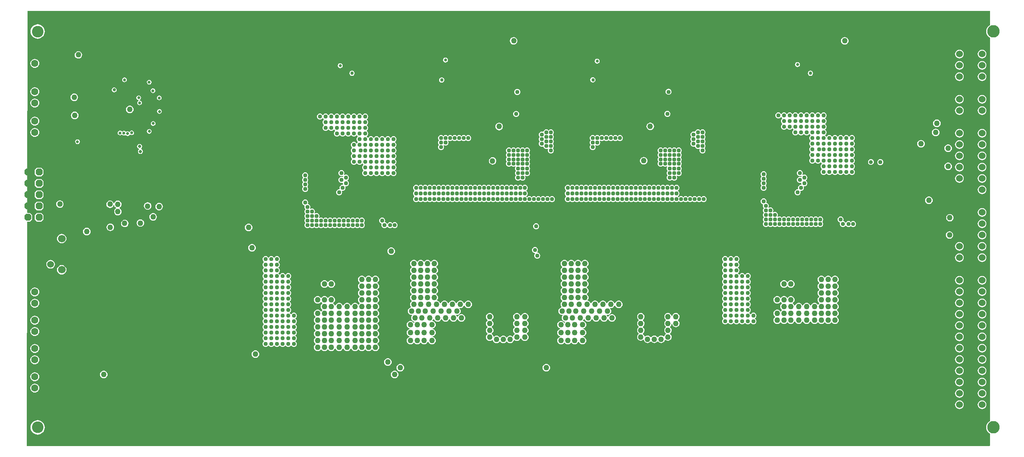
<source format=gbr>
%FSTAX23Y23*%
%MOIN*%
%SFA1B1*%

%IPPOS*%
%AMD71*
4,1,8,-0.031000,0.015500,-0.031000,-0.015500,-0.015500,-0.031000,0.015500,-0.031000,0.031000,-0.015500,0.031000,0.015500,0.015500,0.031000,-0.015500,0.031000,-0.031000,0.015500,0.0*
%
%ADD67C,0.102362*%
%ADD68C,0.060000*%
%ADD69C,0.066929*%
%ADD70C,0.062992*%
G04~CAMADD=71~4~0.0~0.0~620.0~620.0~0.0~155.0~0~0.0~0.0~0.0~0.0~0~0.0~0.0~0.0~0.0~0~0.0~0.0~0.0~90.0~620.0~620.0*
%ADD71D71*%
%ADD72C,0.110236*%
%ADD73C,0.060000*%
%ADD74C,0.050000*%
%ADD75C,0.025000*%
%ADD76C,0.027559*%
%ADD77C,0.035433*%
%ADD78C,0.037401*%
%ADD79C,0.026457*%
%ADD80C,0.030000*%
%LNlv1_copper_signal_1-1*%
%LPD*%
G36*
X09421Y04168D02*
X09414Y04164D01*
X09405Y04156*
X09397Y04147*
X09391Y04136*
X09387Y04124*
X09386Y04112*
X09387Y04099*
X09391Y04087*
X09397Y04077*
X09405Y04067*
X09414Y04059*
X09421Y04055*
Y00668*
X09414Y00664*
X09405Y00656*
X09397Y00647*
X09391Y00636*
X09387Y00624*
X09386Y00612*
X09387Y00599*
X09391Y00587*
X09397Y00577*
X09405Y00567*
X09414Y00559*
X09421Y00555*
Y00452*
X09415Y00446*
X00914*
X0091Y00449*
X00913Y02431*
X00939*
X00958Y0245*
Y02489*
X00939Y02508*
X00917*
X00913Y02512*
X00916Y04293*
X09421*
Y04168*
G37*
%LNlv1_copper_signal_1-2*%
%LPC*%
G36*
X029Y02233D02*
X02891Y02232D01*
X02883Y02228*
X02876Y02223*
X02871Y02216*
X02867Y02208*
X02866Y022*
X02867Y02191*
X02871Y02183*
X02876Y02176*
X02883Y02171*
X02891Y02167*
X029Y02166*
X02908Y02167*
X02916Y02171*
X02923Y02176*
X02928Y02183*
X02932Y02191*
X02933Y022*
X02932Y02208*
X02928Y02216*
X02923Y02223*
X02916Y02228*
X02908Y02232*
X029Y02233*
G37*
G36*
X0915Y0225D02*
X0914Y02249D01*
X0913Y02245*
X09122Y02239*
X09116Y02231*
X09113Y02222*
X09111Y02212*
X09113Y02202*
X09116Y02193*
X09122Y02185*
X0913Y02179*
X0914Y02175*
X0915Y02174*
X09159Y02175*
X09169Y02179*
X09177Y02185*
X09183Y02193*
X09186Y02202*
X09188Y02212*
X09186Y02222*
X09183Y02231*
X09177Y02239*
X09169Y02245*
X09159Y02249*
X0915Y0225*
G37*
G36*
X0413Y02203D02*
X04121Y02202D01*
X04113Y02198*
X04106Y02193*
X04101Y02186*
X04097Y02178*
X04096Y0217*
X04097Y02161*
X04101Y02153*
X04106Y02146*
X04113Y02141*
X04121Y02137*
X0413Y02136*
X04138Y02137*
X04146Y02141*
X04153Y02146*
X04158Y02153*
X04162Y02161*
X04163Y0217*
X04162Y02178*
X04158Y02186*
X04153Y02193*
X04146Y02198*
X04138Y02202*
X0413Y02203*
G37*
G36*
X0312Y02126D02*
X03113Y02125D01*
X03106Y02123*
X03101Y02118*
X03097Y02114*
X03096Y02114*
X03093*
X03092Y02114*
X03088Y02118*
X03083Y02123*
X03076Y02125*
X0307Y02126*
X03063Y02125*
X03056Y02123*
X03051Y02118*
X03047Y02114*
X03046Y02114*
X03043*
X03042Y02114*
X03038Y02118*
X03033Y02123*
X03026Y02125*
X0302Y02126*
X03013Y02125*
X03006Y02123*
X03001Y02118*
X02996Y02113*
X02994Y02106*
X02993Y021*
X02994Y02093*
X02996Y02086*
X03001Y02081*
X03005Y02077*
X03005Y02076*
Y02073*
X03005Y02072*
X03001Y02068*
X02996Y02063*
X02994Y02056*
X02993Y0205*
X02994Y02043*
X02996Y02036*
X03001Y02031*
X03005Y02027*
X03005Y02026*
Y02023*
X03005Y02022*
X03001Y02018*
X02996Y02013*
X02994Y02006*
X02993Y02*
X02994Y01993*
X02996Y01986*
X03001Y01981*
X03005Y01977*
X03005Y01976*
Y01973*
X03005Y01972*
X03001Y01968*
X02996Y01963*
X02994Y01956*
X02993Y0195*
X02994Y01943*
X02996Y01936*
X03001Y01931*
X03005Y01927*
X03005Y01926*
Y01923*
X03005Y01922*
X03001Y01918*
X02996Y01913*
X02994Y01906*
X02993Y019*
X02994Y01893*
X02996Y01886*
X03001Y01881*
X03005Y01877*
X03005Y01876*
Y01873*
X03005Y01872*
X03001Y01868*
X02996Y01863*
X02994Y01856*
X02993Y0185*
X02994Y01843*
X02996Y01836*
X03001Y01831*
X03005Y01827*
X03005Y01826*
Y01823*
X03005Y01822*
X03001Y01818*
X02996Y01813*
X02994Y01806*
X02993Y018*
X02994Y01793*
X02996Y01786*
X03001Y01781*
X03005Y01777*
X03005Y01776*
Y01773*
X03005Y01772*
X03001Y01768*
X02996Y01763*
X02994Y01756*
X02993Y0175*
X02994Y01743*
X02996Y01736*
X03001Y01731*
X03005Y01727*
X03005Y01726*
Y01723*
X03005Y01722*
X03001Y01718*
X02996Y01713*
X02994Y01706*
X02993Y017*
X02994Y01693*
X02996Y01686*
X03001Y01681*
X03005Y01677*
X03005Y01676*
Y01673*
X03005Y01672*
X03001Y01668*
X02996Y01663*
X02994Y01656*
X02993Y0165*
X02994Y01643*
X02996Y01636*
X03001Y01631*
X03005Y01627*
X03005Y01626*
Y01623*
X03005Y01622*
X03001Y01618*
X02996Y01613*
X02994Y01606*
X02993Y016*
X02994Y01593*
X02996Y01586*
X03001Y01581*
X03005Y01577*
X03005Y01576*
Y01573*
X03005Y01572*
X03001Y01568*
X02996Y01563*
X02994Y01556*
X02993Y0155*
X02994Y01543*
X02996Y01536*
X03001Y01531*
X03005Y01527*
X03005Y01526*
Y01523*
X03005Y01522*
X03001Y01518*
X02996Y01513*
X02994Y01506*
X02993Y015*
X02994Y01493*
X02996Y01486*
X03001Y01481*
X03005Y01477*
X03005Y01476*
Y01473*
X03005Y01472*
X03001Y01468*
X02996Y01463*
X02994Y01456*
X02993Y0145*
X02994Y01443*
X02996Y01436*
X03001Y01431*
X03005Y01427*
X03005Y01426*
Y01423*
X03005Y01422*
X03001Y01418*
X02996Y01413*
X02994Y01406*
X02993Y014*
X02994Y01393*
X02996Y01386*
X03001Y01381*
X03005Y01377*
X03005Y01376*
Y01373*
X03005Y01372*
X03001Y01368*
X02996Y01363*
X02994Y01356*
X02993Y0135*
X02994Y01343*
X02996Y01336*
X03001Y01331*
X03006Y01326*
X03013Y01324*
X0302Y01323*
X03026Y01324*
X03033Y01326*
X03038Y01331*
X03042Y01335*
X03043Y01335*
X03046*
X03047Y01335*
X03051Y01331*
X03056Y01326*
X03063Y01324*
X0307Y01323*
X03076Y01324*
X03083Y01326*
X03088Y01331*
X03092Y01335*
X03093Y01335*
X03096*
X03097Y01335*
X03101Y01331*
X03106Y01326*
X03113Y01324*
X0312Y01323*
X03126Y01324*
X03133Y01326*
X03138Y01331*
X03142Y01335*
X03143Y01335*
X03146*
X03147Y01335*
X03151Y01331*
X03156Y01326*
X03163Y01324*
X0317Y01323*
X03176Y01324*
X03183Y01326*
X03188Y01331*
X03192Y01335*
X03193Y01335*
X03196*
X03197Y01335*
X03201Y01331*
X03206Y01326*
X03213Y01324*
X0322Y01323*
X03226Y01324*
X03233Y01326*
X03238Y01331*
X03242Y01335*
X03243Y01335*
X03246*
X03247Y01335*
X03251Y01331*
X03256Y01326*
X03263Y01324*
X0327Y01323*
X03276Y01324*
X03283Y01326*
X03288Y01331*
X03293Y01336*
X03295Y01343*
X03296Y0135*
X03295Y01356*
X03293Y01363*
X03288Y01368*
X03284Y01372*
X03284Y01373*
Y01376*
X03284Y01377*
X03288Y01381*
X03293Y01386*
X03295Y01393*
X03296Y014*
X03295Y01406*
X03293Y01413*
X03288Y01418*
X03284Y01422*
X03284Y01423*
Y01426*
X03284Y01427*
X03288Y01431*
X03293Y01436*
X03295Y01443*
X03296Y0145*
X03295Y01456*
X03293Y01463*
X03288Y01468*
X03284Y01472*
X03284Y01473*
Y01476*
X03284Y01477*
X03288Y01481*
X03293Y01486*
X03295Y01493*
X03296Y015*
X03295Y01506*
X03293Y01513*
X03288Y01518*
X03284Y01522*
X03284Y01523*
Y01526*
X03284Y01527*
X03288Y01531*
X03293Y01536*
X03295Y01543*
X03296Y0155*
X03295Y01556*
X03293Y01563*
X03288Y01568*
X03284Y01572*
X03284Y01573*
Y01576*
X03284Y01577*
X03288Y01581*
X03293Y01586*
X03295Y01593*
X03296Y016*
X03295Y01606*
X03293Y01613*
X03288Y01618*
X03283Y01623*
X03276Y01625*
X0327Y01626*
X03263Y01625*
X03256Y01623*
X03251Y01618*
X03247Y01614*
X03246Y01614*
X03243*
X03242Y01614*
X03238Y01618*
X03234Y01622*
X03234Y01623*
Y01626*
X03234Y01627*
X03238Y01631*
X03243Y01636*
X03245Y01643*
X03246Y0165*
X03245Y01656*
X03243Y01663*
X03238Y01668*
X03234Y01672*
X03234Y01673*
Y01676*
X03234Y01677*
X03238Y01681*
X03243Y01686*
X03245Y01693*
X03246Y017*
X03245Y01706*
X03243Y01713*
X03238Y01718*
X03234Y01722*
X03234Y01723*
Y01726*
X03234Y01727*
X03238Y01731*
X03243Y01736*
X03245Y01743*
X03246Y0175*
X03245Y01756*
X03243Y01763*
X03238Y01768*
X03234Y01772*
X03234Y01773*
Y01776*
X03234Y01777*
X03238Y01781*
X03243Y01786*
X03245Y01793*
X03246Y018*
X03245Y01806*
X03243Y01813*
X03238Y01818*
X03234Y01822*
X03234Y01823*
Y01826*
X03234Y01827*
X03238Y01831*
X03243Y01836*
X03245Y01843*
X03246Y0185*
X03245Y01856*
X03243Y01863*
X03238Y01868*
X03234Y01872*
X03234Y01873*
Y01876*
X03234Y01877*
X03238Y01881*
X03243Y01886*
X03245Y01893*
X03246Y019*
X03245Y01906*
X03243Y01913*
X03238Y01918*
X03234Y01922*
X03234Y01923*
Y01926*
X03234Y01927*
X03238Y01931*
X03243Y01936*
X03245Y01943*
X03246Y0195*
X03245Y01956*
X03243Y01963*
X03238Y01968*
X03233Y01973*
X03226Y01975*
X0322Y01976*
X03213Y01975*
X03206Y01973*
X03201Y01968*
X03197Y01964*
X03196Y01964*
X03193*
X03192Y01964*
X03188Y01968*
X03183Y01973*
X03176Y01975*
X0317Y01976*
X03163Y01975*
X03156Y01973*
X03151Y01968*
X03147Y01964*
X03146Y01964*
X03143*
X03142Y01964*
X03138Y01968*
X03134Y01972*
X03134Y01973*
Y01976*
X03134Y01977*
X03138Y01981*
X03143Y01986*
X03145Y01993*
X03146Y02*
X03145Y02006*
X03143Y02013*
X03138Y02018*
X03134Y02022*
X03134Y02023*
Y02026*
X03134Y02027*
X03138Y02031*
X03143Y02036*
X03145Y02043*
X03146Y0205*
X03145Y02056*
X03143Y02063*
X03138Y02068*
X03134Y02072*
X03134Y02073*
Y02076*
X03134Y02077*
X03138Y02081*
X03143Y02086*
X03145Y02093*
X03146Y021*
X03145Y02106*
X03143Y02113*
X03138Y02118*
X03133Y02123*
X03126Y02125*
X0312Y02126*
G37*
G36*
X07179D02*
X07173Y02125D01*
X07166Y02123*
X07161Y02118*
X07157Y02114*
X07156Y02114*
X07153*
X07152Y02114*
X07148Y02118*
X07143Y02123*
X07136Y02125*
X0713Y02126*
X07123Y02125*
X07116Y02123*
X07111Y02118*
X07107Y02114*
X07106Y02114*
X07103*
X07102Y02114*
X07098Y02118*
X07093Y02123*
X07086Y02125*
X0708Y02126*
X07073Y02125*
X07066Y02123*
X07061Y02118*
X07056Y02113*
X07054Y02106*
X07053Y021*
X07054Y02093*
X07056Y02086*
X07061Y02081*
X07065Y02077*
X07065Y02076*
Y02073*
X07065Y02072*
X07061Y02068*
X07056Y02063*
X07054Y02056*
X07053Y0205*
X07054Y02043*
X07056Y02036*
X07061Y02031*
X07065Y02027*
X07065Y02026*
Y02023*
X07065Y02022*
X07061Y02018*
X07056Y02013*
X07054Y02006*
X07053Y02*
X07054Y01993*
X07056Y01986*
X07061Y01981*
X07065Y01977*
X07065Y01976*
Y01973*
X07065Y01972*
X07061Y01968*
X07056Y01963*
X07054Y01956*
X07053Y0195*
X07054Y01943*
X07056Y01936*
X07061Y01931*
X07065Y01927*
X07065Y01926*
Y01923*
X07065Y01922*
X07061Y01918*
X07056Y01913*
X07054Y01906*
X07053Y019*
X07054Y01893*
X07056Y01886*
X07061Y01881*
X07065Y01877*
X07065Y01876*
Y01873*
X07065Y01872*
X07061Y01868*
X07056Y01863*
X07054Y01856*
X07053Y0185*
X07054Y01843*
X07056Y01836*
X07061Y01831*
X07065Y01827*
X07065Y01826*
Y01823*
X07065Y01822*
X07061Y01818*
X07056Y01813*
X07054Y01806*
X07053Y018*
X07054Y01793*
X07056Y01786*
X07061Y01781*
X07065Y01777*
X07065Y01776*
Y01773*
X07065Y01772*
X07061Y01768*
X07056Y01763*
X07054Y01756*
X07053Y0175*
X07054Y01743*
X07056Y01736*
X07061Y01731*
X07065Y01727*
X07065Y01726*
Y01723*
X07065Y01722*
X07061Y01718*
X07056Y01713*
X07054Y01706*
X07053Y017*
X07054Y01693*
X07056Y01686*
X07061Y01681*
X07065Y01677*
X07065Y01676*
Y01673*
X07065Y01672*
X07061Y01668*
X07056Y01663*
X07054Y01656*
X07053Y0165*
X07054Y01643*
X07056Y01636*
X07061Y01631*
X07065Y01627*
X07065Y01626*
Y01623*
X07065Y01622*
X07061Y01618*
X07056Y01613*
X07054Y01606*
X07053Y016*
X07054Y01593*
X07056Y01586*
X07061Y01581*
X07065Y01577*
X07065Y01576*
Y01573*
X07065Y01572*
X07061Y01568*
X07056Y01563*
X07054Y01556*
X07053Y0155*
X07054Y01543*
X07056Y01536*
X07061Y01531*
X07066Y01526*
X07073Y01524*
X0708Y01523*
X07086Y01524*
X07093Y01526*
X07098Y01531*
X07102Y01535*
X07103Y01535*
X07106*
X07107Y01535*
X07111Y01531*
X07116Y01526*
X07123Y01524*
X0713Y01523*
X07136Y01524*
X07143Y01526*
X07148Y01531*
X07152Y01535*
X07153Y01535*
X07156*
X07157Y01535*
X07161Y01531*
X07166Y01526*
X07173Y01524*
X07179Y01523*
X07186Y01524*
X07193Y01526*
X07198Y01531*
X07202Y01535*
X07203Y01535*
X07206*
X07207Y01535*
X07211Y01531*
X07216Y01526*
X07223Y01524*
X0723Y01523*
X07236Y01524*
X07243Y01526*
X07248Y01531*
X07252Y01535*
X07253Y01535*
X07256*
X07257Y01535*
X07261Y01531*
X07266Y01526*
X07273Y01524*
X0728Y01523*
X07286Y01524*
X07293Y01526*
X07298Y01531*
X07302Y01535*
X07303Y01535*
X07306*
X07307Y01535*
X07311Y01531*
X07316Y01526*
X07323Y01524*
X0733Y01523*
X07336Y01524*
X07343Y01526*
X07348Y01531*
X07353Y01536*
X07355Y01543*
X07356Y0155*
X07355Y01556*
X07353Y01563*
X07348Y01568*
X07344Y01572*
X07344Y01573*
Y01576*
X07344Y01577*
X07348Y01581*
X07353Y01586*
X07355Y01593*
X07356Y016*
X07355Y01606*
X07353Y01613*
X07348Y01618*
X07343Y01623*
X07336Y01625*
X0733Y01626*
X07323Y01625*
X07316Y01623*
X07311Y01618*
X07307Y01614*
X07306Y01614*
X07303*
X07302Y01614*
X07298Y01618*
X07294Y01622*
X07294Y01623*
Y01626*
X07294Y01627*
X07298Y01631*
X07303Y01636*
X07305Y01643*
X07306Y0165*
X07305Y01656*
X07303Y01663*
X07298Y01668*
X07294Y01672*
X07294Y01673*
Y01676*
X07294Y01677*
X07298Y01681*
X07303Y01686*
X07305Y01693*
X07306Y017*
X07305Y01706*
X07303Y01713*
X07298Y01718*
X07294Y01722*
X07294Y01723*
Y01726*
X07294Y01727*
X07298Y01731*
X07303Y01736*
X07305Y01743*
X07306Y0175*
X07305Y01756*
X07303Y01763*
X07298Y01768*
X07294Y01772*
X07294Y01773*
Y01776*
X07294Y01777*
X07298Y01781*
X07303Y01786*
X07305Y01793*
X07306Y018*
X07305Y01806*
X07303Y01813*
X07298Y01818*
X07294Y01822*
X07294Y01823*
Y01826*
X07294Y01827*
X07298Y01831*
X07303Y01836*
X07305Y01843*
X07306Y0185*
X07305Y01856*
X07303Y01863*
X07298Y01868*
X07294Y01872*
X07294Y01873*
Y01876*
X07294Y01877*
X07298Y01881*
X07303Y01886*
X07305Y01893*
X07306Y019*
X07305Y01906*
X07303Y01913*
X07298Y01918*
X07294Y01922*
X07294Y01923*
Y01926*
X07294Y01927*
X07298Y01931*
X07303Y01936*
X07305Y01943*
X07306Y0195*
X07305Y01956*
X07303Y01963*
X07298Y01968*
X07293Y01973*
X07286Y01975*
X0728Y01976*
X07273Y01975*
X07266Y01973*
X07261Y01968*
X07257Y01964*
X07256Y01964*
X07253*
X07252Y01964*
X07248Y01968*
X07243Y01973*
X07236Y01975*
X0723Y01976*
X07223Y01975*
X07216Y01973*
X07211Y01968*
X07207Y01964*
X07206Y01964*
X07203*
X07202Y01964*
X07198Y01968*
X07194Y01972*
X07194Y01973*
Y01976*
X07194Y01977*
X07198Y01981*
X07203Y01986*
X07205Y01993*
X07206Y02*
X07205Y02006*
X07203Y02013*
X07198Y02018*
X07194Y02022*
X07194Y02023*
Y02026*
X07194Y02027*
X07198Y02031*
X07203Y02036*
X07205Y02043*
X07206Y0205*
X07205Y02056*
X07203Y02063*
X07198Y02068*
X07194Y02072*
X07194Y02073*
Y02076*
X07194Y02077*
X07198Y02081*
X07203Y02086*
X07205Y02093*
X07206Y021*
X07205Y02106*
X07203Y02113*
X07198Y02118*
X07193Y02123*
X07186Y02125*
X07179Y02126*
G37*
G36*
X09062Y02345D02*
X09053Y02344D01*
X09045Y02341*
X09039Y02335*
X09033Y02329*
X0903Y02321*
X09029Y02312*
X0903Y02303*
X09033Y02295*
X09039Y02289*
X09045Y02283*
X09053Y0228*
X09062Y02279*
X09071Y0228*
X09079Y02283*
X09085Y02289*
X09091Y02295*
X09094Y02303*
X09095Y02312*
X09094Y02321*
X09091Y02329*
X09085Y02335*
X09079Y02341*
X09071Y02344*
X09062Y02345*
G37*
G36*
X0144Y02376D02*
X01431Y02375D01*
X01423Y02372*
X01417Y02366*
X01411Y02359*
X01408Y02351*
X01407Y02343*
X01408Y02334*
X01411Y02326*
X01417Y02319*
X01423Y02314*
X01431Y02311*
X0144Y0231*
X01449Y02311*
X01457Y02314*
X01463Y02319*
X01469Y02326*
X01472Y02334*
X01473Y02343*
X01472Y02351*
X01469Y02359*
X01463Y02366*
X01457Y02372*
X01449Y02375*
X0144Y02376*
G37*
G36*
X0935Y0235D02*
X0934Y02349D01*
X0933Y02345*
X09322Y02339*
X09316Y02331*
X09313Y02322*
X09311Y02312*
X09313Y02302*
X09316Y02293*
X09322Y02285*
X0933Y02279*
X0934Y02275*
X0935Y02274*
X09359Y02275*
X09369Y02279*
X09377Y02285*
X09383Y02293*
X09386Y02302*
X09388Y02312*
X09386Y02322*
X09383Y02331*
X09377Y02339*
X09369Y02345*
X09359Y02349*
X0935Y0235*
G37*
G36*
Y0225D02*
X0934Y02249D01*
X0933Y02245*
X09322Y02239*
X09316Y02231*
X09313Y02222*
X09311Y02212*
X09313Y02202*
X09316Y02193*
X09322Y02185*
X0933Y02179*
X0934Y02175*
X0935Y02174*
X09359Y02175*
X09369Y02179*
X09377Y02185*
X09383Y02193*
X09386Y02202*
X09388Y02212*
X09386Y02222*
X09383Y02231*
X09377Y02239*
X09369Y02245*
X09359Y02249*
X0935Y0225*
G37*
G36*
X01219Y02322D02*
X01208Y02321D01*
X01198Y02317*
X01189Y0231*
X01182Y02301*
X01178Y02291*
X01177Y02281*
X01178Y0227*
X01182Y0226*
X01189Y02251*
X01198Y02245*
X01208Y0224*
X01219Y02239*
X01229Y0224*
X01239Y02245*
X01248Y02251*
X01255Y0226*
X01259Y0227*
X0126Y02281*
X01259Y02291*
X01255Y02301*
X01248Y0231*
X01239Y02317*
X01229Y02321*
X01219Y02322*
G37*
G36*
Y02046D02*
X01208Y02045D01*
X01198Y02041*
X01189Y02034*
X01182Y02026*
X01178Y02015*
X01177Y02005*
X01178Y01994*
X01182Y01984*
X01189Y01975*
X01198Y01969*
X01208Y01964*
X01219Y01963*
X01229Y01964*
X01239Y01969*
X01248Y01975*
X01255Y01984*
X01259Y01994*
X0126Y02005*
X01259Y02015*
X01255Y02026*
X01248Y02034*
X01239Y02041*
X01229Y02045*
X01219Y02046*
G37*
G36*
X0112Y02092D02*
X01111Y02091D01*
X01101Y02087*
X01093Y02081*
X01087Y02073*
X01084Y02064*
X01082Y02054*
X01084Y02044*
X01087Y02035*
X01093Y02027*
X01101Y02021*
X01111Y02017*
X0112Y02016*
X0113Y02017*
X0114Y02021*
X01147Y02027*
X01154Y02035*
X01157Y02044*
X01159Y02054*
X01157Y02064*
X01154Y02073*
X01147Y02081*
X0114Y02087*
X0113Y02091*
X0112Y02092*
G37*
G36*
X0805Y01953D02*
X08041Y01952D01*
X08033Y01948*
X08026Y01943*
X08023Y01938*
X08022Y01938*
X08017*
X08016Y01938*
X08013Y01943*
X08006Y01948*
X07998Y01952*
X0799Y01953*
X07981Y01952*
X07973Y01948*
X07966Y01943*
X07963Y01938*
X07962Y01938*
X07957*
X07956Y01938*
X07953Y01943*
X07946Y01948*
X07938Y01952*
X0793Y01953*
X07921Y01952*
X07913Y01948*
X07906Y01943*
X07901Y01936*
X07897Y01928*
X07896Y0192*
X07897Y01911*
X07901Y01903*
X07906Y01896*
X07911Y01893*
X07911Y01892*
Y01887*
X07911Y01886*
X07906Y01883*
X07901Y01876*
X07897Y01868*
X07896Y0186*
X07897Y01851*
X07901Y01843*
X07906Y01836*
X07911Y01833*
X07911Y01832*
Y01827*
X07911Y01826*
X07906Y01823*
X07901Y01816*
X07897Y01808*
X07896Y018*
X07897Y01791*
X07901Y01783*
X07906Y01776*
X07911Y01773*
X07911Y01772*
Y01767*
X07911Y01766*
X07906Y01763*
X07901Y01756*
X07897Y01748*
X07896Y0174*
X07897Y01731*
X07901Y01723*
X07906Y01716*
X07911Y01713*
X07911Y01712*
Y01707*
X07911Y01706*
X07906Y01703*
X07903Y01698*
X07902Y01698*
X07897*
X07896Y01698*
X07893Y01703*
X07886Y01708*
X07878Y01712*
X07869Y01713*
X07861Y01712*
X07853Y01708*
X07846Y01703*
X07841Y01696*
X07837Y01688*
X07837Y01685*
X07832*
X07832Y01688*
X07828Y01696*
X07823Y01703*
X07816Y01708*
X07808Y01712*
X078Y01713*
X07791Y01712*
X07783Y01708*
X07776Y01703*
X07771Y01696*
X07767Y01688*
X07767Y01685*
X07762*
X07762Y01688*
X07758Y01696*
X07753Y01703*
X07746Y01708*
X07738Y01712*
X0773Y01713*
X07721Y01712*
X07713Y01708*
X07706Y01703*
X07701Y01696*
X07697Y01688*
X07697Y01685*
X07692*
X07692Y01688*
X07688Y01696*
X07683Y01703*
X07678Y01706*
X07678Y01707*
Y01712*
X07678Y01713*
X07683Y01716*
X07688Y01723*
X07692Y01731*
X07693Y0174*
X07692Y01748*
X07688Y01756*
X07683Y01763*
X07676Y01768*
X07668Y01772*
X0766Y01773*
X07651Y01772*
X07643Y01768*
X07636Y01763*
X07633Y01758*
X07632Y01758*
X07627*
X07626Y01758*
X07623Y01763*
X07616Y01768*
X07608Y01772*
X07599Y01773*
X07591Y01772*
X07583Y01768*
X07576Y01763*
X07573Y01758*
X07572Y01758*
X07567*
X07566Y01758*
X07563Y01763*
X07556Y01768*
X07548Y01772*
X0754Y01773*
X07531Y01772*
X07523Y01768*
X07516Y01763*
X07511Y01756*
X07507Y01748*
X07506Y0174*
X07507Y01731*
X07511Y01723*
X07516Y01716*
X07523Y01711*
X07531Y01707*
X0754Y01706*
X07548Y01707*
X07556Y01711*
X07563Y01716*
X07566Y01721*
X07567Y01721*
X07572*
X07573Y01721*
X07576Y01716*
X07581Y01713*
X07581Y01712*
Y01707*
X07581Y01706*
X07576Y01703*
X07571Y01696*
X07567Y01688*
X07566Y0168*
X07567Y01671*
X07571Y01663*
X07576Y01656*
X07581Y01653*
X07581Y01652*
Y01647*
X07581Y01646*
X07576Y01643*
X07573Y01638*
X07572Y01638*
X07567*
X07566Y01638*
X07563Y01643*
X07556Y01648*
X07548Y01652*
X0754Y01653*
X07531Y01652*
X07523Y01648*
X07516Y01643*
X07511Y01636*
X07507Y01628*
X07506Y0162*
X07507Y01611*
X07511Y01603*
X07516Y01596*
X07521Y01593*
X07521Y01592*
Y01587*
X07521Y01586*
X07516Y01583*
X07511Y01576*
X07507Y01568*
X07506Y0156*
X07507Y01551*
X07511Y01543*
X07516Y01536*
X07523Y01531*
X07531Y01527*
X0754Y01526*
X07548Y01527*
X07556Y01531*
X07563Y01536*
X07566Y01541*
X07567Y01541*
X07572*
X07573Y01541*
X07576Y01536*
X07583Y01531*
X07591Y01527*
X07599Y01526*
X07608Y01527*
X07616Y01531*
X07623Y01536*
X07626Y01541*
X07627Y01541*
X07632*
X07633Y01541*
X07636Y01536*
X07643Y01531*
X07651Y01527*
X0766Y01526*
X07668Y01527*
X07676Y01531*
X07683Y01536*
X07688Y01543*
X07692Y01551*
X07692Y01554*
X07697*
X07697Y01551*
X07701Y01543*
X07706Y01536*
X07713Y01531*
X07721Y01527*
X0773Y01526*
X07738Y01527*
X07746Y01531*
X07753Y01536*
X07758Y01543*
X07762Y01551*
X07762Y01554*
X07767*
X07767Y01551*
X07771Y01543*
X07776Y01536*
X07783Y01531*
X07791Y01527*
X078Y01526*
X07808Y01527*
X07816Y01531*
X07823Y01536*
X07828Y01543*
X07832Y01551*
X07832Y01554*
X07837*
X07837Y01551*
X07841Y01543*
X07846Y01536*
X07853Y01531*
X07861Y01527*
X07869Y01526*
X07878Y01527*
X07886Y01531*
X07893Y01536*
X07896Y01541*
X07897Y01541*
X07902*
X07903Y01541*
X07906Y01536*
X07913Y01531*
X07921Y01527*
X0793Y01526*
X07938Y01527*
X07946Y01531*
X07953Y01536*
X07956Y01541*
X07957Y01541*
X07962*
X07963Y01541*
X07966Y01536*
X07973Y01531*
X07981Y01527*
X0799Y01526*
X07998Y01527*
X08006Y01531*
X08013Y01536*
X08016Y01541*
X08017Y01541*
X08022*
X08023Y01541*
X08026Y01536*
X08033Y01531*
X08041Y01527*
X0805Y01526*
X08058Y01527*
X08066Y01531*
X08073Y01536*
X08078Y01543*
X08082Y01551*
X08083Y0156*
X08082Y01568*
X08078Y01576*
X08073Y01583*
X08068Y01586*
X08068Y01587*
Y01592*
X08068Y01593*
X08073Y01596*
X08078Y01603*
X08082Y01611*
X08083Y0162*
X08082Y01628*
X08078Y01636*
X08073Y01643*
X08068Y01646*
X08068Y01647*
Y01652*
X08068Y01653*
X08073Y01656*
X08078Y01663*
X08082Y01671*
X08083Y0168*
X08082Y01688*
X08078Y01696*
X08073Y01703*
X08068Y01706*
X08068Y01707*
Y01712*
X08068Y01713*
X08073Y01716*
X08078Y01723*
X08082Y01731*
X08083Y0174*
X08082Y01748*
X08078Y01756*
X08073Y01763*
X08068Y01766*
X08068Y01767*
Y01772*
X08068Y01773*
X08073Y01776*
X08078Y01783*
X08082Y01791*
X08083Y018*
X08082Y01808*
X08078Y01816*
X08073Y01823*
X08068Y01826*
X08068Y01827*
Y01832*
X08068Y01833*
X08073Y01836*
X08078Y01843*
X08082Y01851*
X08083Y0186*
X08082Y01868*
X08078Y01876*
X08073Y01883*
X08068Y01886*
X08068Y01887*
Y01892*
X08068Y01893*
X08073Y01896*
X08078Y01903*
X08082Y01911*
X08083Y0192*
X08082Y01928*
X08078Y01936*
X08073Y01943*
X08066Y01948*
X08058Y01952*
X0805Y01953*
G37*
G36*
X0766Y01913D02*
X07651Y01912D01*
X07643Y01908*
X07636Y01903*
X07633Y01898*
X07632Y01898*
X07627*
X07626Y01898*
X07623Y01903*
X07616Y01908*
X07608Y01912*
X07599Y01913*
X07591Y01912*
X07583Y01908*
X07576Y01903*
X07571Y01896*
X07567Y01888*
X07566Y0188*
X07567Y01871*
X07571Y01863*
X07576Y01856*
X07583Y01851*
X07591Y01847*
X07599Y01846*
X07608Y01847*
X07616Y01851*
X07623Y01856*
X07626Y01861*
X07627Y01861*
X07632*
X07633Y01861*
X07636Y01856*
X07643Y01851*
X07651Y01847*
X0766Y01846*
X07668Y01847*
X07676Y01851*
X07683Y01856*
X07688Y01863*
X07692Y01871*
X07693Y0188*
X07692Y01888*
X07688Y01896*
X07683Y01903*
X07676Y01908*
X07668Y01912*
X0766Y01913*
G37*
G36*
X0399Y01953D02*
X03981Y01952D01*
X03973Y01948*
X03966Y01943*
X03963Y01938*
X03962Y01938*
X03957*
X03956Y01938*
X03953Y01943*
X03946Y01948*
X03938Y01952*
X0393Y01953*
X03921Y01952*
X03913Y01948*
X03906Y01943*
X03903Y01938*
X03902Y01938*
X03897*
X03896Y01938*
X03893Y01943*
X03886Y01948*
X03878Y01952*
X0387Y01953*
X03861Y01952*
X03853Y01948*
X03846Y01943*
X03841Y01936*
X03837Y01928*
X03836Y0192*
X03837Y01911*
X03841Y01903*
X03846Y01896*
X03851Y01893*
X03851Y01892*
Y01887*
X03851Y01886*
X03846Y01883*
X03841Y01876*
X03837Y01868*
X03836Y0186*
X03837Y01851*
X03841Y01843*
X03846Y01836*
X03851Y01833*
X03851Y01832*
Y01827*
X03851Y01826*
X03846Y01823*
X03841Y01816*
X03837Y01808*
X03836Y018*
X03837Y01791*
X03841Y01783*
X03846Y01776*
X03851Y01773*
X03851Y01772*
Y01767*
X03851Y01766*
X03846Y01763*
X03841Y01756*
X03837Y01748*
X03836Y0174*
X03837Y01731*
X03841Y01723*
X03846Y01716*
X03851Y01713*
X03851Y01712*
Y01707*
X03851Y01706*
X03846Y01703*
X03843Y01698*
X03842Y01698*
X03837*
X03836Y01698*
X03833Y01703*
X03826Y01708*
X03818Y01712*
X0381Y01713*
X03801Y01712*
X03793Y01708*
X03786Y01703*
X03781Y01696*
X03777Y01688*
X03777Y01685*
X03772*
X03772Y01688*
X03768Y01696*
X03763Y01703*
X03756Y01708*
X03748Y01712*
X0374Y01713*
X03731Y01712*
X03723Y01708*
X03716Y01703*
X03711Y01696*
X03707Y01688*
X03707Y01685*
X03702*
X03702Y01688*
X03698Y01696*
X03693Y01703*
X03686Y01708*
X03678Y01712*
X0367Y01713*
X03661Y01712*
X03653Y01708*
X03646Y01703*
X03641Y01696*
X03637Y01688*
X03637Y01685*
X03632*
X03632Y01688*
X03628Y01696*
X03623Y01703*
X03618Y01706*
X03618Y01707*
Y01712*
X03618Y01713*
X03623Y01716*
X03628Y01723*
X03632Y01731*
X03633Y0174*
X03632Y01748*
X03628Y01756*
X03623Y01763*
X03616Y01768*
X03608Y01772*
X036Y01773*
X03591Y01772*
X03583Y01768*
X03576Y01763*
X03573Y01758*
X03572Y01758*
X03567*
X03566Y01758*
X03563Y01763*
X03556Y01768*
X03548Y01772*
X0354Y01773*
X03531Y01772*
X03523Y01768*
X03516Y01763*
X03513Y01758*
X03512Y01758*
X03507*
X03506Y01758*
X03503Y01763*
X03496Y01768*
X03488Y01772*
X0348Y01773*
X03471Y01772*
X03463Y01768*
X03456Y01763*
X03451Y01756*
X03447Y01748*
X03446Y0174*
X03447Y01731*
X03451Y01723*
X03456Y01716*
X03463Y01711*
X03471Y01707*
X0348Y01706*
X03488Y01707*
X03496Y01711*
X03503Y01716*
X03506Y01721*
X03507Y01721*
X03512*
X03513Y01721*
X03516Y01716*
X03521Y01713*
X03521Y01712*
Y01707*
X03521Y01706*
X03516Y01703*
X03511Y01696*
X03507Y01688*
X03506Y0168*
X03507Y01671*
X03511Y01663*
X03516Y01656*
X03521Y01653*
X03521Y01652*
Y01647*
X03521Y01646*
X03516Y01643*
X03513Y01638*
X03512Y01638*
X03507*
X03506Y01638*
X03503Y01643*
X03496Y01648*
X03488Y01652*
X0348Y01653*
X03471Y01652*
X03463Y01648*
X03456Y01643*
X03451Y01636*
X03447Y01628*
X03446Y0162*
X03447Y01611*
X03451Y01603*
X03456Y01596*
X03461Y01593*
X03461Y01592*
Y01587*
X03461Y01586*
X03456Y01583*
X03451Y01576*
X03447Y01568*
X03446Y0156*
X03447Y01551*
X03451Y01543*
X03456Y01536*
X03461Y01533*
X03461Y01532*
Y01527*
X03461Y01526*
X03456Y01523*
X03451Y01516*
X03447Y01508*
X03446Y015*
X03447Y01491*
X03451Y01483*
X03456Y01476*
X03461Y01473*
X03461Y01472*
Y01467*
X03461Y01466*
X03456Y01463*
X03451Y01456*
X03447Y01448*
X03446Y0144*
X03447Y01431*
X03451Y01423*
X03456Y01416*
X03461Y01413*
X03461Y01412*
Y01407*
X03461Y01406*
X03456Y01403*
X03451Y01396*
X03447Y01388*
X03446Y0138*
X03447Y01371*
X03451Y01363*
X03456Y01356*
X03461Y01353*
X03461Y01352*
Y01347*
X03461Y01346*
X03456Y01343*
X03451Y01336*
X03447Y01328*
X03446Y0132*
X03447Y01311*
X03451Y01303*
X03456Y01296*
X03463Y01291*
X03471Y01287*
X0348Y01286*
X03488Y01287*
X03496Y01291*
X03503Y01296*
X03506Y01301*
X03507Y01301*
X03512*
X03513Y01301*
X03516Y01296*
X03523Y01291*
X03531Y01287*
X0354Y01286*
X03548Y01287*
X03556Y01291*
X03563Y01296*
X03566Y01301*
X03567Y01301*
X03572*
X03573Y01301*
X03576Y01296*
X03583Y01291*
X03591Y01287*
X036Y01286*
X03608Y01287*
X03616Y01291*
X03623Y01296*
X03628Y01303*
X03632Y01311*
X03632Y01314*
X03637*
X03637Y01311*
X03641Y01303*
X03646Y01296*
X03653Y01291*
X03661Y01287*
X0367Y01286*
X03678Y01287*
X03686Y01291*
X03693Y01296*
X03698Y01303*
X03702Y01311*
X03702Y01314*
X03707*
X03707Y01311*
X03711Y01303*
X03716Y01296*
X03723Y01291*
X03731Y01287*
X0374Y01286*
X03748Y01287*
X03756Y01291*
X03763Y01296*
X03768Y01303*
X03772Y01311*
X03772Y01314*
X03777*
X03777Y01311*
X03781Y01303*
X03786Y01296*
X03793Y01291*
X03801Y01287*
X0381Y01286*
X03818Y01287*
X03826Y01291*
X03833Y01296*
X03836Y01301*
X03837Y01301*
X03842*
X03843Y01301*
X03846Y01296*
X03853Y01291*
X03861Y01287*
X0387Y01286*
X03878Y01287*
X03886Y01291*
X03893Y01296*
X03896Y01301*
X03897Y01301*
X03902*
X03903Y01301*
X03906Y01296*
X03913Y01291*
X03921Y01287*
X0393Y01286*
X03938Y01287*
X03946Y01291*
X03953Y01296*
X03956Y01301*
X03957Y01301*
X03962*
X03963Y01301*
X03966Y01296*
X03973Y01291*
X03981Y01287*
X0399Y01286*
X03998Y01287*
X04006Y01291*
X04013Y01296*
X04018Y01303*
X04022Y01311*
X04023Y0132*
X04022Y01328*
X04018Y01336*
X04013Y01343*
X04008Y01346*
X04008Y01347*
Y01352*
X04008Y01353*
X04013Y01356*
X04018Y01363*
X04022Y01371*
X04023Y0138*
X04022Y01388*
X04018Y01396*
X04013Y01403*
X04008Y01406*
X04008Y01407*
Y01412*
X04008Y01413*
X04013Y01416*
X04018Y01423*
X04022Y01431*
X04023Y0144*
X04022Y01448*
X04018Y01456*
X04013Y01463*
X04008Y01466*
X04008Y01467*
Y01472*
X04008Y01473*
X04013Y01476*
X04018Y01483*
X04022Y01491*
X04023Y015*
X04022Y01508*
X04018Y01516*
X04013Y01523*
X04008Y01526*
X04008Y01527*
Y01532*
X04008Y01533*
X04013Y01536*
X04018Y01543*
X04022Y01551*
X04023Y0156*
X04022Y01568*
X04018Y01576*
X04013Y01583*
X04008Y01586*
X04008Y01587*
Y01592*
X04008Y01593*
X04013Y01596*
X04018Y01603*
X04022Y01611*
X04023Y0162*
X04022Y01628*
X04018Y01636*
X04013Y01643*
X04008Y01646*
X04008Y01647*
Y01652*
X04008Y01653*
X04013Y01656*
X04018Y01663*
X04022Y01671*
X04023Y0168*
X04022Y01688*
X04018Y01696*
X04013Y01703*
X04008Y01706*
X04008Y01707*
Y01712*
X04008Y01713*
X04013Y01716*
X04018Y01723*
X04022Y01731*
X04023Y0174*
X04022Y01748*
X04018Y01756*
X04013Y01763*
X04008Y01766*
X04008Y01767*
Y01772*
X04008Y01773*
X04013Y01776*
X04018Y01783*
X04022Y01791*
X04023Y018*
X04022Y01808*
X04018Y01816*
X04013Y01823*
X04008Y01826*
X04008Y01827*
Y01832*
X04008Y01833*
X04013Y01836*
X04018Y01843*
X04022Y01851*
X04023Y0186*
X04022Y01868*
X04018Y01876*
X04013Y01883*
X04008Y01886*
X04008Y01887*
Y01892*
X04008Y01893*
X04013Y01896*
X04018Y01903*
X04022Y01911*
X04023Y0192*
X04022Y01928*
X04018Y01936*
X04013Y01943*
X04006Y01948*
X03998Y01952*
X0399Y01953*
G37*
G36*
X0584Y02093D02*
X05831Y02092D01*
X05823Y02088*
X05816Y02083*
X05813Y02078*
X05812Y02078*
X05807*
X05806Y02078*
X05803Y02083*
X05796Y02088*
X05788Y02092*
X0578Y02093*
X05771Y02092*
X05763Y02088*
X05756Y02083*
X05753Y02078*
X05752Y02078*
X05747*
X05746Y02078*
X05743Y02083*
X05736Y02088*
X05728Y02092*
X05719Y02093*
X05711Y02092*
X05703Y02088*
X05696Y02083*
X05693Y02078*
X05692Y02078*
X05687*
X05686Y02078*
X05683Y02083*
X05676Y02088*
X05668Y02092*
X0566Y02093*
X05651Y02092*
X05643Y02088*
X05636Y02083*
X05631Y02076*
X05627Y02068*
X05626Y0206*
X05627Y02051*
X05631Y02043*
X05636Y02036*
X05641Y02033*
X05641Y02032*
Y02027*
X05641Y02026*
X05636Y02023*
X05631Y02016*
X05627Y02008*
X05626Y02*
X05627Y01991*
X05631Y01983*
X05636Y01976*
X05641Y01973*
X05641Y01972*
Y01967*
X05641Y01966*
X05636Y01963*
X05631Y01956*
X05627Y01948*
X05626Y0194*
X05627Y01931*
X05631Y01923*
X05636Y01916*
X05641Y01913*
X05641Y01912*
Y01907*
X05641Y01906*
X05636Y01903*
X05631Y01896*
X05627Y01888*
X05626Y0188*
X05627Y01871*
X05631Y01863*
X05636Y01856*
X05641Y01853*
X05641Y01852*
Y01847*
X05641Y01846*
X05636Y01843*
X05631Y01836*
X05627Y01828*
X05626Y0182*
X05627Y01811*
X05631Y01803*
X05636Y01796*
X05641Y01793*
X05641Y01792*
Y01787*
X05641Y01786*
X05636Y01783*
X05631Y01776*
X05627Y01768*
X05626Y0176*
X05627Y01751*
X05631Y01743*
X05636Y01736*
X05641Y01733*
X05641Y01732*
Y01727*
X05641Y01726*
X05636Y01723*
X05631Y01716*
X05627Y01708*
X05626Y017*
X05627Y01691*
X05631Y01683*
X05635Y01677*
X05634Y01673*
X05633Y01672*
X05631Y01672*
X05623Y01668*
X05616Y01663*
X05611Y01656*
X05607Y01648*
X05606Y0164*
X05607Y01631*
X05611Y01623*
X05616Y01616*
X05623Y01611*
X05631Y01607*
X0564Y01606*
X05643Y01607*
X05644Y01605*
X05645Y01602*
X05641Y01596*
X05637Y01588*
X05636Y0158*
X05637Y01571*
X05641Y01563*
X05646Y01556*
X05653Y01551*
X05661Y01547*
X05663Y01547*
X05664Y01546*
X05665Y01542*
X05662Y01538*
X05657*
X05656Y01538*
X05653Y01543*
X05646Y01548*
X05638Y01552*
X0563Y01553*
X05621Y01552*
X05613Y01548*
X05606Y01543*
X05601Y01536*
X05597Y01528*
X05596Y0152*
X05597Y01511*
X05601Y01503*
X05606Y01496*
X05613Y01491*
X05621Y01487*
X05624Y01487*
Y01482*
X05621Y01482*
X05613Y01478*
X05606Y01473*
X05601Y01466*
X05597Y01458*
X05596Y0145*
X05597Y01441*
X05601Y01433*
X05606Y01426*
X05613Y01421*
X05621Y01417*
X05624Y01417*
Y01412*
X05621Y01412*
X05613Y01408*
X05606Y01403*
X05601Y01396*
X05597Y01388*
X05596Y0138*
X05597Y01371*
X05601Y01363*
X05606Y01356*
X05613Y01351*
X05621Y01347*
X0563Y01346*
X05638Y01347*
X05646Y01351*
X05653Y01356*
X05656Y01361*
X05657Y01361*
X05662*
X05663Y01361*
X05666Y01356*
X05673Y01351*
X05681Y01347*
X0569Y01346*
X05698Y01347*
X05706Y01351*
X05713Y01356*
X05716Y01361*
X05717Y01361*
X05722*
X05723Y01361*
X05726Y01356*
X05733Y01351*
X05741Y01347*
X0575Y01346*
X05758Y01347*
X05766Y01351*
X05773Y01356*
X05778Y01363*
X05782Y01371*
X05782Y01374*
X05787*
X05787Y01371*
X05791Y01363*
X05796Y01356*
X05803Y01351*
X05811Y01347*
X0582Y01346*
X05828Y01347*
X05836Y01351*
X05843Y01356*
X05848Y01363*
X05852Y01371*
X05853Y0138*
X05852Y01388*
X05848Y01396*
X05843Y01403*
X05836Y01408*
X05828Y01412*
X05825Y01412*
Y01417*
X05828Y01417*
X05836Y01421*
X05843Y01426*
X05848Y01433*
X05852Y01441*
X05853Y0145*
X05852Y01458*
X05848Y01466*
X05843Y01473*
X05836Y01478*
X05828Y01482*
X05825Y01482*
Y01487*
X05828Y01487*
X05836Y01491*
X05843Y01496*
X05848Y01503*
X05852Y01511*
X05853Y0152*
X05852Y01528*
X05848Y01536*
X05843Y01543*
X05836Y01548*
X05828Y01552*
X05826Y01552*
X05825Y01553*
X05824Y01557*
X05828Y01563*
X05832Y01571*
X05832Y01574*
X05837*
X05837Y01571*
X05841Y01563*
X05846Y01556*
X05853Y01551*
X05861Y01547*
X0587Y01546*
X05878Y01547*
X05886Y01551*
X05893Y01556*
X05898Y01563*
X05902Y01571*
X05902Y01574*
X05907*
X05907Y01571*
X05911Y01563*
X05916Y01556*
X05923Y01551*
X05931Y01547*
X0594Y01546*
X05948Y01547*
X05956Y01551*
X05963Y01556*
X05968Y01563*
X05972Y01571*
X05972Y01574*
X05977*
X05977Y01571*
X05981Y01563*
X05986Y01556*
X05993Y01551*
X06001Y01547*
X0601Y01546*
X06018Y01547*
X06026Y01551*
X06033Y01556*
X06038Y01563*
X06042Y01571*
X06042Y01574*
X06047*
X06047Y01571*
X06051Y01563*
X06056Y01556*
X06063Y01551*
X06071Y01547*
X0608Y01546*
X06088Y01547*
X06096Y01551*
X06103Y01556*
X06108Y01563*
X06112Y01571*
X06113Y0158*
X06112Y01588*
X06108Y01596*
X06103Y01603*
X06096Y01608*
X06088Y01612*
X0608Y01613*
X06071Y01612*
X06063Y01608*
X06056Y01603*
X06051Y01596*
X06047Y01588*
X06047Y01585*
X06042*
X06042Y01588*
X06038Y01596*
X06034Y01602*
X06035Y01605*
X06036Y01607*
X0604Y01606*
X06048Y01607*
X06056Y01611*
X06063Y01616*
X06068Y01623*
X06072Y01631*
X06073Y0164*
X06072Y01648*
X06068Y01656*
X06064Y01662*
X06065Y01665*
X06066Y01667*
X06069Y01666*
X06078Y01667*
X06086Y01671*
X06093Y01676*
X06098Y01683*
X06102Y01691*
X06102Y01694*
X06107*
X06107Y01691*
X06111Y01683*
X06116Y01676*
X06123Y01671*
X06131Y01667*
X06139Y01666*
X06148Y01667*
X06156Y01671*
X06163Y01676*
X06168Y01683*
X06172Y01691*
X06173Y017*
X06172Y01708*
X06168Y01716*
X06163Y01723*
X06156Y01728*
X06148Y01732*
X06139Y01733*
X06131Y01732*
X06123Y01728*
X06116Y01723*
X06111Y01716*
X06107Y01708*
X06107Y01705*
X06102*
X06102Y01708*
X06098Y01716*
X06093Y01723*
X06086Y01728*
X06078Y01732*
X06069Y01733*
X06061Y01732*
X06053Y01728*
X06046Y01723*
X06041Y01716*
X06037Y01708*
X06037Y01705*
X06032*
X06032Y01708*
X06028Y01716*
X06023Y01723*
X06016Y01728*
X06008Y01732*
X05999Y01733*
X05991Y01732*
X05983Y01728*
X05976Y01723*
X05971Y01716*
X05967Y01708*
X05967Y01705*
X05962*
X05962Y01708*
X05958Y01716*
X05953Y01723*
X05946Y01728*
X05938Y01732*
X05929Y01733*
X05921Y01732*
X05913Y01728*
X05906Y01723*
X05901Y01716*
X05897Y01708*
X05897Y01705*
X05892*
X05892Y01708*
X05888Y01716*
X05883Y01723*
X05876Y01728*
X05868Y01732*
X05866Y01732*
X05865Y01733*
X05864Y01737*
X05868Y01743*
X05872Y01751*
X05873Y0176*
X05872Y01768*
X05868Y01776*
X05863Y01783*
X05858Y01786*
X05858Y01787*
Y01792*
X05858Y01793*
X05863Y01796*
X05868Y01803*
X05872Y01811*
X05873Y0182*
X05872Y01828*
X05868Y01836*
X05863Y01843*
X05858Y01846*
X05858Y01847*
Y01852*
X05858Y01853*
X05863Y01856*
X05868Y01863*
X05872Y01871*
X05873Y0188*
X05872Y01888*
X05868Y01896*
X05863Y01903*
X05858Y01906*
X05858Y01907*
Y01912*
X05858Y01913*
X05863Y01916*
X05868Y01923*
X05872Y01931*
X05873Y0194*
X05872Y01948*
X05868Y01956*
X05863Y01963*
X05858Y01966*
X05858Y01967*
Y01972*
X05858Y01973*
X05863Y01976*
X05868Y01983*
X05872Y01991*
X05873Y02*
X05872Y02008*
X05868Y02016*
X05863Y02023*
X05858Y02026*
X05858Y02027*
Y02032*
X05858Y02033*
X05863Y02036*
X05868Y02043*
X05872Y02051*
X05873Y0206*
X05872Y02068*
X05868Y02076*
X05863Y02083*
X05856Y02088*
X05848Y02092*
X0584Y02093*
G37*
G36*
X054Y02206D02*
X05393Y02205D01*
X05386Y02203*
X05381Y02198*
X05376Y02193*
X05374Y02186*
X05373Y0218*
X05374Y02173*
X05376Y02166*
X05381Y02161*
X05386Y02156*
X05393Y02154*
X05398Y02153*
X054Y0215*
X054Y0215*
X054Y02148*
X05396Y02143*
X05394Y02136*
X05393Y0213*
X05394Y02123*
X05396Y02116*
X05401Y02111*
X05406Y02106*
X05413Y02104*
X0542Y02103*
X05426Y02104*
X05433Y02106*
X05438Y02111*
X05443Y02116*
X05445Y02123*
X05446Y0213*
X05445Y02136*
X05443Y02143*
X05438Y02148*
X05433Y02153*
X05426Y02155*
X05421Y02156*
X05419Y02159*
X05419Y02159*
X05419Y02161*
X05423Y02166*
X05425Y02173*
X05426Y0218*
X05425Y02186*
X05423Y02193*
X05418Y02198*
X05413Y02203*
X05406Y02205*
X054Y02206*
G37*
G36*
X0451Y02093D02*
X04501Y02092D01*
X04493Y02088*
X04486Y02083*
X04483Y02078*
X04482Y02078*
X04477*
X04476Y02078*
X04473Y02083*
X04466Y02088*
X04458Y02092*
X0445Y02093*
X04441Y02092*
X04433Y02088*
X04426Y02083*
X04423Y02078*
X04422Y02078*
X04417*
X04416Y02078*
X04413Y02083*
X04406Y02088*
X04398Y02092*
X0439Y02093*
X04381Y02092*
X04373Y02088*
X04366Y02083*
X04363Y02078*
X04362Y02078*
X04357*
X04356Y02078*
X04353Y02083*
X04346Y02088*
X04338Y02092*
X0433Y02093*
X04321Y02092*
X04313Y02088*
X04306Y02083*
X04301Y02076*
X04297Y02068*
X04296Y0206*
X04297Y02051*
X04301Y02043*
X04306Y02036*
X04311Y02033*
X04311Y02032*
Y02027*
X04311Y02026*
X04306Y02023*
X04301Y02016*
X04297Y02008*
X04296Y02*
X04297Y01991*
X04301Y01983*
X04306Y01976*
X04311Y01973*
X04311Y01972*
Y01967*
X04311Y01966*
X04306Y01963*
X04301Y01956*
X04297Y01948*
X04296Y0194*
X04297Y01931*
X04301Y01923*
X04306Y01916*
X04311Y01913*
X04311Y01912*
Y01907*
X04311Y01906*
X04306Y01903*
X04301Y01896*
X04297Y01888*
X04296Y0188*
X04297Y01871*
X04301Y01863*
X04306Y01856*
X04311Y01853*
X04311Y01852*
Y01847*
X04311Y01846*
X04306Y01843*
X04301Y01836*
X04297Y01828*
X04296Y0182*
X04297Y01811*
X04301Y01803*
X04306Y01796*
X04311Y01793*
X04311Y01792*
Y01787*
X04311Y01786*
X04306Y01783*
X04301Y01776*
X04297Y01768*
X04296Y0176*
X04297Y01751*
X04301Y01743*
X04306Y01736*
X04311Y01733*
X04311Y01732*
Y01727*
X04311Y01726*
X04306Y01723*
X04301Y01716*
X04297Y01708*
X04296Y017*
X04297Y01691*
X04301Y01683*
X04305Y01677*
X04304Y01673*
X04303Y01672*
X04301Y01672*
X04293Y01668*
X04286Y01663*
X04281Y01656*
X04277Y01648*
X04276Y0164*
X04277Y01631*
X04281Y01623*
X04286Y01616*
X04293Y01611*
X04301Y01607*
X0431Y01606*
X04313Y01607*
X04314Y01605*
X04315Y01602*
X04311Y01596*
X04307Y01588*
X04306Y0158*
X04307Y01571*
X04311Y01563*
X04316Y01556*
X04323Y01551*
X04331Y01547*
X04333Y01547*
X04334Y01546*
X04335Y01542*
X04332Y01538*
X04327*
X04326Y01538*
X04323Y01543*
X04316Y01548*
X04308Y01552*
X043Y01553*
X04291Y01552*
X04283Y01548*
X04276Y01543*
X04271Y01536*
X04267Y01528*
X04266Y0152*
X04267Y01511*
X04271Y01503*
X04276Y01496*
X04283Y01491*
X04291Y01487*
X04294Y01487*
Y01482*
X04291Y01482*
X04283Y01478*
X04276Y01473*
X04271Y01466*
X04267Y01458*
X04266Y0145*
X04267Y01441*
X04271Y01433*
X04276Y01426*
X04283Y01421*
X04291Y01417*
X04294Y01417*
Y01412*
X04291Y01412*
X04283Y01408*
X04276Y01403*
X04271Y01396*
X04267Y01388*
X04266Y0138*
X04267Y01371*
X04271Y01363*
X04276Y01356*
X04283Y01351*
X04291Y01347*
X043Y01346*
X04308Y01347*
X04316Y01351*
X04323Y01356*
X04326Y01361*
X04327Y01361*
X04332*
X04333Y01361*
X04336Y01356*
X04343Y01351*
X04351Y01347*
X0436Y01346*
X04368Y01347*
X04376Y01351*
X04383Y01356*
X04386Y01361*
X04387Y01361*
X04392*
X04393Y01361*
X04396Y01356*
X04403Y01351*
X04411Y01347*
X0442Y01346*
X04428Y01347*
X04436Y01351*
X04443Y01356*
X04448Y01363*
X04452Y01371*
X04452Y01374*
X04457*
X04457Y01371*
X04461Y01363*
X04466Y01356*
X04473Y01351*
X04481Y01347*
X0449Y01346*
X04498Y01347*
X04506Y01351*
X04513Y01356*
X04518Y01363*
X04522Y01371*
X04523Y0138*
X04522Y01388*
X04518Y01396*
X04513Y01403*
X04506Y01408*
X04498Y01412*
X04495Y01412*
Y01417*
X04498Y01417*
X04506Y01421*
X04513Y01426*
X04518Y01433*
X04522Y01441*
X04523Y0145*
X04522Y01458*
X04518Y01466*
X04513Y01473*
X04506Y01478*
X04498Y01482*
X04495Y01482*
Y01487*
X04498Y01487*
X04506Y01491*
X04513Y01496*
X04518Y01503*
X04522Y01511*
X04523Y0152*
X04522Y01528*
X04518Y01536*
X04513Y01543*
X04506Y01548*
X04498Y01552*
X04496Y01552*
X04495Y01553*
X04494Y01557*
X04498Y01563*
X04502Y01571*
X04502Y01574*
X04507*
X04507Y01571*
X04511Y01563*
X04516Y01556*
X04523Y01551*
X04531Y01547*
X0454Y01546*
X04548Y01547*
X04556Y01551*
X04563Y01556*
X04568Y01563*
X04572Y01571*
X04572Y01574*
X04577*
X04577Y01571*
X04581Y01563*
X04586Y01556*
X04593Y01551*
X04601Y01547*
X0461Y01546*
X04618Y01547*
X04626Y01551*
X04633Y01556*
X04638Y01563*
X04642Y01571*
X04642Y01574*
X04647*
X04647Y01571*
X04651Y01563*
X04656Y01556*
X04663Y01551*
X04671Y01547*
X0468Y01546*
X04688Y01547*
X04696Y01551*
X04703Y01556*
X04708Y01563*
X04712Y01571*
X04712Y01574*
X04717*
X04717Y01571*
X04721Y01563*
X04726Y01556*
X04733Y01551*
X04741Y01547*
X0475Y01546*
X04758Y01547*
X04766Y01551*
X04773Y01556*
X04778Y01563*
X04782Y01571*
X04783Y0158*
X04782Y01588*
X04778Y01596*
X04773Y01603*
X04766Y01608*
X04758Y01612*
X0475Y01613*
X04741Y01612*
X04733Y01608*
X04726Y01603*
X04721Y01596*
X04717Y01588*
X04717Y01585*
X04712*
X04712Y01588*
X04708Y01596*
X04704Y01602*
X04705Y01605*
X04706Y01607*
X0471Y01606*
X04718Y01607*
X04726Y01611*
X04733Y01616*
X04738Y01623*
X04742Y01631*
X04743Y0164*
X04742Y01648*
X04738Y01656*
X04734Y01662*
X04735Y01665*
X04736Y01667*
X0474Y01666*
X04748Y01667*
X04756Y01671*
X04763Y01676*
X04768Y01683*
X04772Y01691*
X04772Y01694*
X04777*
X04777Y01691*
X04781Y01683*
X04786Y01676*
X04793Y01671*
X04801Y01667*
X0481Y01666*
X04818Y01667*
X04826Y01671*
X04833Y01676*
X04838Y01683*
X04842Y01691*
X04843Y017*
X04842Y01708*
X04838Y01716*
X04833Y01723*
X04826Y01728*
X04818Y01732*
X0481Y01733*
X04801Y01732*
X04793Y01728*
X04786Y01723*
X04781Y01716*
X04777Y01708*
X04777Y01705*
X04772*
X04772Y01708*
X04768Y01716*
X04763Y01723*
X04756Y01728*
X04748Y01732*
X0474Y01733*
X04731Y01732*
X04723Y01728*
X04716Y01723*
X04711Y01716*
X04707Y01708*
X04707Y01705*
X04702*
X04702Y01708*
X04698Y01716*
X04693Y01723*
X04686Y01728*
X04678Y01732*
X0467Y01733*
X04661Y01732*
X04653Y01728*
X04646Y01723*
X04641Y01716*
X04637Y01708*
X04637Y01705*
X04632*
X04632Y01708*
X04628Y01716*
X04623Y01723*
X04616Y01728*
X04608Y01732*
X046Y01733*
X04591Y01732*
X04583Y01728*
X04576Y01723*
X04571Y01716*
X04567Y01708*
X04567Y01705*
X04562*
X04562Y01708*
X04558Y01716*
X04553Y01723*
X04546Y01728*
X04538Y01732*
X04536Y01732*
X04535Y01733*
X04534Y01737*
X04538Y01743*
X04542Y01751*
X04543Y0176*
X04542Y01768*
X04538Y01776*
X04533Y01783*
X04528Y01786*
X04528Y01787*
Y01792*
X04528Y01793*
X04533Y01796*
X04538Y01803*
X04542Y01811*
X04543Y0182*
X04542Y01828*
X04538Y01836*
X04533Y01843*
X04528Y01846*
X04528Y01847*
Y01852*
X04528Y01853*
X04533Y01856*
X04538Y01863*
X04542Y01871*
X04543Y0188*
X04542Y01888*
X04538Y01896*
X04533Y01903*
X04528Y01906*
X04528Y01907*
Y01912*
X04528Y01913*
X04533Y01916*
X04538Y01923*
X04542Y01931*
X04543Y0194*
X04542Y01948*
X04538Y01956*
X04533Y01963*
X04528Y01966*
X04528Y01967*
Y01972*
X04528Y01973*
X04533Y01976*
X04538Y01983*
X04542Y01991*
X04543Y02*
X04542Y02008*
X04538Y02016*
X04533Y02023*
X04528Y02026*
X04528Y02027*
Y02032*
X04528Y02033*
X04533Y02036*
X04538Y02043*
X04542Y02051*
X04543Y0206*
X04542Y02068*
X04538Y02076*
X04533Y02083*
X04526Y02088*
X04518Y02092*
X0451Y02093*
G37*
G36*
X0915Y0215D02*
X0914Y02149D01*
X0913Y02145*
X09122Y02139*
X09116Y02131*
X09113Y02122*
X09111Y02112*
X09113Y02102*
X09116Y02093*
X09122Y02085*
X0913Y02079*
X0914Y02075*
X0915Y02074*
X09159Y02075*
X09169Y02079*
X09177Y02085*
X09183Y02093*
X09186Y02102*
X09188Y02112*
X09186Y02122*
X09183Y02131*
X09177Y02139*
X09169Y02145*
X09159Y02149*
X0915Y0215*
G37*
G36*
X0935D02*
X0934Y02149D01*
X0933Y02145*
X09322Y02139*
X09316Y02131*
X09313Y02122*
X09311Y02112*
X09313Y02102*
X09316Y02093*
X09322Y02085*
X0933Y02079*
X0934Y02075*
X0935Y02074*
X09359Y02075*
X09369Y02079*
X09377Y02085*
X09383Y02093*
X09386Y02102*
X09388Y02112*
X09386Y02122*
X09383Y02131*
X09377Y02139*
X09369Y02145*
X09359Y02149*
X0935Y0215*
G37*
G36*
X0287Y02413D02*
X02861Y02412D01*
X02853Y02408*
X02846Y02403*
X02841Y02396*
X02837Y02388*
X02836Y0238*
X02837Y02371*
X02841Y02363*
X02846Y02356*
X02853Y02351*
X02861Y02347*
X0287Y02346*
X02878Y02347*
X02886Y02351*
X02893Y02356*
X02898Y02363*
X02902Y02371*
X02903Y0238*
X02902Y02388*
X02898Y02396*
X02893Y02403*
X02886Y02408*
X02878Y02412*
X0287Y02413*
G37*
G36*
X01646Y02618D02*
X01637Y02617D01*
X01629Y02613*
X01622Y02608*
X01617Y02601*
X01614Y02593*
X01612Y02585*
X01614Y02576*
X01617Y02568*
X01622Y02561*
X01629Y02556*
X01637Y02553*
X01646Y02551*
X01654Y02553*
X01662Y02556*
X01669Y02561*
X01674Y02568*
X01677Y02575*
X0168Y02575*
X01681Y02575*
X01682Y02575*
X01685Y02568*
X01691Y02561*
X01697Y02555*
X017Y02554*
Y02549*
X01698Y02548*
X01691Y02543*
X01686Y02536*
X01683Y02528*
X01682Y0252*
X01683Y02511*
X01686Y02503*
X01691Y02496*
X01698Y02491*
X01706Y02488*
X01715Y02486*
X01723Y02488*
X01731Y02491*
X01738Y02496*
X01744Y02503*
X01747Y02511*
X01748Y0252*
X01747Y02528*
X01744Y02536*
X01738Y02543*
X01731Y02548*
X01729Y02549*
Y02555*
X01731Y02555*
X01738Y02561*
X01743Y02568*
X01746Y02576*
X01747Y02584*
X01746Y02593*
X01743Y02601*
X01738Y02608*
X01731Y02613*
X01723Y02616*
X01714Y02617*
X01705Y02616*
X01697Y02613*
X01691Y02608*
X01685Y02601*
X01683Y02594*
X01679Y02593*
X01679Y02593*
X01677Y02594*
X01674Y02601*
X01669Y02608*
X01662Y02613*
X01654Y02617*
X01646Y02618*
G37*
G36*
X02079Y02596D02*
X02071Y02595D01*
X02063Y02592*
X02056Y02587*
X02051Y0258*
X02047Y02572*
X02046Y02563*
X02047Y02555*
X02051Y02547*
X02056Y0254*
X02063Y02535*
X02071Y02531*
X02079Y0253*
X02088Y02531*
X02096Y02535*
X02103Y0254*
X02108Y02547*
X02111Y02555*
X02113Y02563*
X02111Y02572*
X02108Y0258*
X02103Y02587*
X02096Y02592*
X02088Y02595*
X02079Y02596*
G37*
G36*
X0935Y0255D02*
X0934Y02549D01*
X0933Y02545*
X09322Y02539*
X09316Y02531*
X09313Y02522*
X09311Y02512*
X09313Y02502*
X09316Y02493*
X09322Y02485*
X0933Y02479*
X0934Y02475*
X0935Y02474*
X09359Y02475*
X09369Y02479*
X09377Y02485*
X09383Y02493*
X09386Y02502*
X09388Y02512*
X09386Y02522*
X09383Y02531*
X09377Y02539*
X09369Y02545*
X09359Y02549*
X0935Y0255*
G37*
G36*
X09065Y02498D02*
X09056Y02497D01*
X09048Y02494*
X09042Y02488*
X09036Y02482*
X09033Y02474*
X09032Y02465*
X09033Y02456*
X09036Y02448*
X09042Y02442*
X09048Y02436*
X09056Y02433*
X09065Y02432*
X09074Y02433*
X09082Y02436*
X09088Y02442*
X09094Y02448*
X09097Y02456*
X09098Y02465*
X09097Y02474*
X09094Y02482*
X09088Y02488*
X09082Y02494*
X09074Y02497*
X09065Y02498*
G37*
G36*
X02026Y02506D02*
X02017Y02505D01*
X02009Y02501*
X02002Y02496*
X01997Y02489*
X01994Y02481*
X01993Y02473*
X01994Y02464*
X01997Y02456*
X02002Y02449*
X02009Y02444*
X02017Y02441*
X02026Y0244*
X02034Y02441*
X02042Y02444*
X02049Y02449*
X02055Y02456*
X02058Y02464*
X02059Y02473*
X02058Y02481*
X02055Y02489*
X02049Y02496*
X02042Y02501*
X02034Y02505*
X02026Y02506*
G37*
G36*
X0888Y02653D02*
X08871Y02652D01*
X08863Y02648*
X08856Y02643*
X08851Y02636*
X08847Y02628*
X08846Y0262*
X08847Y02611*
X08851Y02603*
X08856Y02596*
X08863Y02591*
X08871Y02587*
X0888Y02586*
X08888Y02587*
X08896Y02591*
X08903Y02596*
X08908Y02603*
X08912Y02611*
X08913Y0262*
X08912Y02628*
X08908Y02636*
X08903Y02643*
X08896Y02648*
X08888Y02652*
X0888Y02653*
G37*
G36*
X01039Y02708D02*
X01D01*
X00981Y02689*
Y0265*
X01Y02631*
X01039*
X01058Y0265*
Y02689*
X01039Y02708*
G37*
G36*
X01202Y02619D02*
X01194Y02618D01*
X01186Y02614*
X01179Y02609*
X01174Y02602*
X0117Y02594*
X01169Y02586*
X0117Y02577*
X01174Y02569*
X01179Y02562*
X01186Y02557*
X01194Y02554*
X01202Y02553*
X01211Y02554*
X01219Y02557*
X01226Y02562*
X01231Y02569*
X01234Y02577*
X01235Y02586*
X01234Y02594*
X01231Y02602*
X01226Y02609*
X01219Y02614*
X01211Y02618*
X01202Y02619*
G37*
G36*
X01039Y02608D02*
X01D01*
X00981Y02589*
Y0255*
X01Y02531*
X01039*
X01058Y0255*
Y02589*
X01039Y02608*
G37*
G36*
X01978Y02602D02*
X0197Y026D01*
X01962Y02597*
X01955Y02592*
X0195Y02585*
X01946Y02577*
X01945Y02568*
X01946Y0256*
X0195Y02552*
X01955Y02545*
X01962Y0254*
X0197Y02536*
X01978Y02535*
X01987Y02536*
X01995Y0254*
X02002Y02545*
X02007Y02552*
X0201Y0256*
X02011Y02568*
X0201Y02577*
X02007Y02585*
X02002Y02592*
X01995Y02597*
X01987Y026*
X01978Y02602*
G37*
G36*
X0405Y02466D02*
X04043Y02465D01*
X04036Y02463*
X04031Y02458*
X04026Y02453*
X04024Y02446*
X04023Y0244*
X04024Y02433*
X04026Y02426*
X04031Y02421*
X04036Y02416*
X04043Y02414*
X04044Y02408*
X04044Y02406*
X04043Y024*
X04044Y02393*
X04046Y02386*
X04051Y02381*
X04056Y02376*
X04063Y02374*
X0407Y02373*
X04076Y02374*
X04083Y02376*
X04088Y02381*
X04092Y02385*
X04093Y02385*
X04096*
X04097Y02385*
X04101Y02381*
X04106Y02376*
X04113Y02374*
X0412Y02373*
X04126Y02374*
X04133Y02376*
X04138Y02381*
X04141*
X04146Y02376*
X04153Y02374*
X0416Y02373*
X04166Y02374*
X04173Y02376*
X04178Y02381*
X04183Y02386*
X04185Y02393*
X04186Y024*
X04185Y02406*
X04183Y02413*
X04178Y02418*
X04173Y02423*
X04166Y02425*
X0416Y02426*
X04153Y02425*
X04146Y02423*
X04141Y02418*
X04138*
X04133Y02423*
X04126Y02425*
X0412Y02426*
X04113Y02425*
X04106Y02423*
X04101Y02418*
X04097Y02414*
X04096Y02414*
X04093*
X04092Y02414*
X04088Y02418*
X04083Y02423*
X04076Y02425*
X04075Y02431*
X04075Y02433*
X04076Y0244*
X04075Y02446*
X04073Y02453*
X04068Y02458*
X04063Y02463*
X04056Y02465*
X0405Y02466*
G37*
G36*
X0935Y0245D02*
X0934Y02449D01*
X0933Y02445*
X09322Y02439*
X09316Y02431*
X09313Y02422*
X09311Y02412*
X09313Y02402*
X09316Y02393*
X09322Y02385*
X0933Y02379*
X0934Y02375*
X0935Y02374*
X09359Y02375*
X09369Y02379*
X09377Y02385*
X09383Y02393*
X09386Y02402*
X09388Y02412*
X09386Y02422*
X09383Y02431*
X09377Y02439*
X09369Y02445*
X09359Y02449*
X0935Y0245*
G37*
G36*
X0337Y02626D02*
X03363Y02625D01*
X03356Y02623*
X03351Y02618*
X03346Y02613*
X03344Y02606*
X03343Y026*
X03344Y02593*
X03346Y02586*
X03351Y02581*
X03356Y02576*
X03363Y02574*
X03364Y02568*
X03364Y02566*
X03363Y0256*
X03364Y02553*
X03366Y02546*
X03369Y02543*
X0337Y0254*
X03369Y02536*
X03366Y02533*
X03364Y02526*
X03363Y0252*
X03364Y02513*
X03366Y02506*
X03369Y02503*
X0337Y025*
X03369Y02496*
X03366Y02493*
X03364Y02486*
X03363Y0248*
X03364Y02473*
X03366Y02466*
X03369Y02463*
X0337Y0246*
X03369Y02456*
X03366Y02453*
X03364Y02446*
X03363Y0244*
X03364Y02433*
X03366Y02426*
X03369Y02423*
X0337Y0242*
X03369Y02416*
X03366Y02413*
X03364Y02406*
X03363Y024*
X03364Y02393*
X03366Y02386*
X03371Y02381*
X03376Y02376*
X03383Y02374*
X0339Y02373*
X03396Y02374*
X03403Y02376*
X03408Y02381*
X03411*
X03416Y02376*
X03423Y02374*
X0343Y02373*
X03436Y02374*
X03443Y02376*
X03448Y02381*
X03451*
X03456Y02376*
X03463Y02374*
X0347Y02373*
X03476Y02374*
X03483Y02376*
X03488Y02381*
X03491*
X03496Y02376*
X03503Y02374*
X0351Y02373*
X03516Y02374*
X03523Y02376*
X03528Y02381*
X03531*
X03536Y02376*
X03543Y02374*
X0355Y02373*
X03556Y02374*
X03563Y02376*
X03568Y02381*
X03571*
X03576Y02376*
X03583Y02374*
X0359Y02373*
X03596Y02374*
X03603Y02376*
X03608Y02381*
X03611*
X03616Y02376*
X03623Y02374*
X0363Y02373*
X03636Y02374*
X03643Y02376*
X03648Y02381*
X03651*
X03656Y02376*
X03663Y02374*
X0367Y02373*
X03676Y02374*
X03683Y02376*
X03688Y02381*
X03691*
X03696Y02376*
X03703Y02374*
X0371Y02373*
X03716Y02374*
X03723Y02376*
X03728Y02381*
X03731*
X03736Y02376*
X03743Y02374*
X0375Y02373*
X03756Y02374*
X03763Y02376*
X03768Y02381*
X03771*
X03776Y02376*
X03783Y02374*
X0379Y02373*
X03796Y02374*
X03803Y02376*
X03808Y02381*
X03811*
X03816Y02376*
X03823Y02374*
X0383Y02373*
X03836Y02374*
X03843Y02376*
X03848Y02381*
X03851*
X03856Y02376*
X03863Y02374*
X0387Y02373*
X03876Y02374*
X03883Y02376*
X03888Y02381*
X03893Y02386*
X03895Y02393*
X03896Y024*
X03895Y02406*
X03893Y02413*
X0389Y02416*
X03889Y0242*
X0389Y02423*
X03893Y02426*
X03895Y02433*
X03896Y0244*
X03895Y02446*
X03893Y02453*
X03888Y02458*
X03883Y02463*
X03876Y02465*
X0387Y02466*
X03863Y02465*
X03856Y02463*
X03851Y02458*
X03848*
X03843Y02463*
X03836Y02465*
X0383Y02466*
X03823Y02465*
X03816Y02463*
X03811Y02458*
X03808*
X03803Y02463*
X03796Y02465*
X0379Y02466*
X03783Y02465*
X03776Y02463*
X03771Y02458*
X03768*
X03763Y02463*
X03756Y02465*
X0375Y02466*
X03743Y02465*
X03736Y02463*
X03731Y02458*
X03728*
X03723Y02463*
X03716Y02465*
X0371Y02466*
X03703Y02465*
X03696Y02463*
X03691Y02458*
X03688*
X03683Y02463*
X03676Y02465*
X0367Y02466*
X03663Y02465*
X03656Y02463*
X03651Y02458*
X03648*
X03643Y02463*
X03636Y02465*
X0363Y02466*
X03623Y02465*
X03616Y02463*
X03611Y02458*
X03608*
X03603Y02463*
X03596Y02465*
X0359Y02466*
X03583Y02465*
X03576Y02463*
X03571Y02458*
X03568*
X03563Y02463*
X03556Y02465*
X0355Y02466*
X03543Y02465*
X03536Y02463*
X03531Y02458*
X03528*
X03523Y02463*
X03516Y02465*
X0351Y02466*
X03503Y02465*
X03497Y02463*
X03495Y02463*
X03493Y02465*
X03493Y02467*
X03495Y02473*
X03496Y0248*
X03495Y02486*
X03493Y02493*
X03488Y02498*
X03483Y02503*
X03476Y02505*
X0347Y02506*
X03463Y02505*
X03457Y02503*
X03455Y02503*
X03453Y02505*
X03453Y02507*
X03455Y02513*
X03456Y0252*
X03455Y02526*
X03453Y02533*
X03448Y02538*
X03443Y02543*
X03436Y02545*
X0343Y02546*
X03423Y02545*
X03417Y02543*
X03415Y02543*
X03413Y02545*
X03413Y02547*
X03415Y02553*
X03416Y0256*
X03415Y02566*
X03413Y02573*
X03408Y02578*
X03403Y02583*
X03396Y02585*
X03395Y02591*
X03395Y02593*
X03396Y026*
X03395Y02606*
X03393Y02613*
X03388Y02618*
X03383Y02623*
X03376Y02625*
X0337Y02626*
G37*
G36*
X01648Y02414D02*
X0164Y02413D01*
X01632Y0241*
X01625Y02404*
X0162Y02398*
X01616Y0239*
X01615Y02381*
X01616Y02372*
X0162Y02364*
X01625Y02358*
X01632Y02352*
X0164Y02349*
X01648Y02348*
X01657Y02349*
X01665Y02352*
X01672Y02358*
X01677Y02364*
X0168Y02372*
X01681Y02381*
X0168Y0239*
X01677Y02398*
X01672Y02404*
X01665Y0241*
X01657Y02413*
X01648Y02414*
G37*
G36*
X0541Y02416D02*
X05403Y02415D01*
X05396Y02413*
X05391Y02408*
X05386Y02403*
X05384Y02396*
X05383Y0239*
X05384Y02383*
X05386Y02376*
X05391Y02371*
X05396Y02366*
X05403Y02364*
X0541Y02363*
X05416Y02364*
X05423Y02366*
X05428Y02371*
X05433Y02376*
X05435Y02383*
X05436Y0239*
X05435Y02396*
X05433Y02403*
X05428Y02408*
X05423Y02413*
X05416Y02415*
X0541Y02416*
G37*
G36*
X01914Y02451D02*
X01905Y0245D01*
X01897Y02447*
X0189Y02441*
X01885Y02435*
X01882Y02427*
X01881Y02418*
X01882Y02409*
X01885Y02401*
X0189Y02395*
X01897Y02389*
X01905Y02386*
X01914Y02385*
X01922Y02386*
X0193Y02389*
X01937Y02395*
X01942Y02401*
X01946Y02409*
X01947Y02418*
X01946Y02427*
X01942Y02435*
X01937Y02441*
X0193Y02447*
X01922Y0245*
X01914Y02451*
G37*
G36*
X01039Y02508D02*
X01D01*
X00981Y02489*
Y0245*
X01Y02431*
X01039*
X01058Y0245*
Y02489*
X01039Y02508*
G37*
G36*
X081Y02476D02*
X08093Y02475D01*
X08086Y02473*
X08081Y02468*
X08076Y02463*
X08074Y02456*
X08073Y0245*
X08074Y02443*
X08076Y02436*
X08081Y02431*
X08086Y02426*
X08093Y02424*
X08094Y02418*
X08094Y02416*
X08093Y0241*
X08094Y02403*
X08096Y02396*
X08101Y02391*
X08106Y02386*
X08113Y02384*
X0812Y02383*
X08126Y02384*
X08133Y02386*
X08138Y02391*
X08142Y02395*
X08143Y02395*
X08146*
X08147Y02395*
X08151Y02391*
X08156Y02386*
X08163Y02384*
X0817Y02383*
X08176Y02384*
X08183Y02386*
X08188Y02391*
X08191*
X08196Y02386*
X08203Y02384*
X0821Y02383*
X08216Y02384*
X08223Y02386*
X08228Y02391*
X08233Y02396*
X08235Y02403*
X08236Y0241*
X08235Y02416*
X08233Y02423*
X08228Y02428*
X08223Y02433*
X08216Y02435*
X0821Y02436*
X08203Y02435*
X08196Y02433*
X08191Y02428*
X08188*
X08183Y02433*
X08176Y02435*
X0817Y02436*
X08163Y02435*
X08156Y02433*
X08151Y02428*
X08147Y02424*
X08146Y02424*
X08143*
X08142Y02424*
X08138Y02428*
X08133Y02433*
X08126Y02435*
X08125Y02441*
X08125Y02443*
X08126Y0245*
X08125Y02456*
X08123Y02463*
X08118Y02468*
X08113Y02473*
X08106Y02475*
X081Y02476*
G37*
G36*
X01775Y02448D02*
X01767Y02447D01*
X01759Y02444*
X01752Y02438*
X01747Y02431*
X01743Y02423*
X01742Y02415*
X01743Y02406*
X01747Y02398*
X01752Y02391*
X01759Y02386*
X01767Y02383*
X01775Y02382*
X01784Y02383*
X01792Y02386*
X01799Y02391*
X01804Y02398*
X01808Y02406*
X01809Y02415*
X01808Y02423*
X01804Y02431*
X01799Y02438*
X01792Y02444*
X01784Y02447*
X01775Y02448*
G37*
G36*
X0742Y02636D02*
X07413Y02635D01*
X07406Y02633*
X07401Y02628*
X07396Y02623*
X07394Y02616*
X07393Y0261*
X07394Y02603*
X07396Y02596*
X07401Y02591*
X07406Y02586*
X07413Y02584*
X07414Y02578*
X07414Y02576*
X07413Y0257*
X07414Y02563*
X07416Y02556*
X07419Y02553*
X0742Y0255*
X07419Y02546*
X07416Y02543*
X07414Y02536*
X07413Y0253*
X07414Y02523*
X07416Y02516*
X07419Y02513*
X0742Y0251*
X07419Y02506*
X07416Y02503*
X07414Y02496*
X07413Y0249*
X07414Y02483*
X07416Y02476*
X07419Y02473*
X0742Y0247*
X07419Y02466*
X07416Y02463*
X07414Y02456*
X07413Y0245*
X07414Y02443*
X07416Y02436*
X07419Y02433*
X0742Y0243*
X07419Y02426*
X07416Y02423*
X07414Y02416*
X07413Y0241*
X07414Y02403*
X07416Y02396*
X07421Y02391*
X07426Y02386*
X07433Y02384*
X0744Y02383*
X07446Y02384*
X07453Y02386*
X07458Y02391*
X07461*
X07466Y02386*
X07473Y02384*
X0748Y02383*
X07486Y02384*
X07493Y02386*
X07498Y02391*
X07501*
X07506Y02386*
X07513Y02384*
X0752Y02383*
X07526Y02384*
X07533Y02386*
X07538Y02391*
X07541*
X07546Y02386*
X07553Y02384*
X0756Y02383*
X07566Y02384*
X07573Y02386*
X07578Y02391*
X07581*
X07586Y02386*
X07593Y02384*
X07599Y02383*
X07606Y02384*
X07613Y02386*
X07618Y02391*
X07621*
X07626Y02386*
X07633Y02384*
X0764Y02383*
X07646Y02384*
X07653Y02386*
X07658Y02391*
X07661*
X07666Y02386*
X07673Y02384*
X0768Y02383*
X07686Y02384*
X07693Y02386*
X07698Y02391*
X07701*
X07706Y02386*
X07713Y02384*
X0772Y02383*
X07726Y02384*
X07733Y02386*
X07738Y02391*
X07741*
X07746Y02386*
X07753Y02384*
X0776Y02383*
X07766Y02384*
X07773Y02386*
X07778Y02391*
X07781*
X07786Y02386*
X07793Y02384*
X078Y02383*
X07806Y02384*
X07813Y02386*
X07818Y02391*
X07821*
X07826Y02386*
X07833Y02384*
X0784Y02383*
X07846Y02384*
X07853Y02386*
X07858Y02391*
X07861*
X07866Y02386*
X07873Y02384*
X07879Y02383*
X07886Y02384*
X07893Y02386*
X07898Y02391*
X07901*
X07906Y02386*
X07913Y02384*
X0792Y02383*
X07926Y02384*
X07933Y02386*
X07938Y02391*
X07943Y02396*
X07945Y02403*
X07946Y0241*
X07945Y02416*
X07943Y02423*
X0794Y02426*
X07939Y0243*
X0794Y02433*
X07943Y02436*
X07945Y02443*
X07946Y0245*
X07945Y02456*
X07943Y02463*
X07938Y02468*
X07933Y02473*
X07926Y02475*
X0792Y02476*
X07913Y02475*
X07906Y02473*
X07901Y02468*
X07898*
X07893Y02473*
X07886Y02475*
X07879Y02476*
X07873Y02475*
X07866Y02473*
X07861Y02468*
X07858*
X07853Y02473*
X07846Y02475*
X0784Y02476*
X07833Y02475*
X07826Y02473*
X07821Y02468*
X07818*
X07813Y02473*
X07806Y02475*
X078Y02476*
X07793Y02475*
X07786Y02473*
X07781Y02468*
X07778*
X07773Y02473*
X07766Y02475*
X0776Y02476*
X07753Y02475*
X07746Y02473*
X07741Y02468*
X07738*
X07733Y02473*
X07726Y02475*
X0772Y02476*
X07713Y02475*
X07706Y02473*
X07701Y02468*
X07698*
X07693Y02473*
X07686Y02475*
X0768Y02476*
X07673Y02475*
X07666Y02473*
X07661Y02468*
X07658*
X07653Y02473*
X07646Y02475*
X0764Y02476*
X07633Y02475*
X07626Y02473*
X07621Y02468*
X07618*
X07613Y02473*
X07606Y02475*
X07599Y02476*
X07593Y02475*
X07586Y02473*
X07581Y02468*
X07578*
X07573Y02473*
X07566Y02475*
X0756Y02476*
X07553Y02475*
X07547Y02473*
X07545Y02473*
X07543Y02475*
X07543Y02477*
X07545Y02483*
X07546Y0249*
X07545Y02496*
X07543Y02503*
X07538Y02508*
X07533Y02513*
X07526Y02515*
X0752Y02516*
X07513Y02515*
X07507Y02513*
X07505Y02513*
X07503Y02515*
X07503Y02517*
X07505Y02523*
X07506Y0253*
X07505Y02536*
X07503Y02543*
X07498Y02548*
X07493Y02553*
X07486Y02555*
X0748Y02556*
X07473Y02555*
X07467Y02553*
X07465Y02553*
X07463Y02555*
X07463Y02557*
X07465Y02563*
X07466Y0257*
X07465Y02576*
X07463Y02583*
X07458Y02588*
X07453Y02593*
X07446Y02595*
X07445Y02601*
X07445Y02603*
X07446Y0261*
X07445Y02616*
X07443Y02623*
X07438Y02628*
X07433Y02633*
X07426Y02635*
X0742Y02636*
G37*
G36*
X036Y01913D02*
X03591Y01912D01*
X03583Y01908*
X03576Y01903*
X03573Y01898*
X03572Y01898*
X03567*
X03566Y01898*
X03563Y01903*
X03556Y01908*
X03548Y01912*
X0354Y01913*
X03531Y01912*
X03523Y01908*
X03516Y01903*
X03511Y01896*
X03507Y01888*
X03506Y0188*
X03507Y01871*
X03511Y01863*
X03516Y01856*
X03523Y01851*
X03531Y01847*
X0354Y01846*
X03548Y01847*
X03556Y01851*
X03563Y01856*
X03566Y01861*
X03567Y01861*
X03572*
X03573Y01861*
X03576Y01856*
X03583Y01851*
X03591Y01847*
X036Y01846*
X03608Y01847*
X03616Y01851*
X03623Y01856*
X03628Y01863*
X03632Y01871*
X03633Y0188*
X03632Y01888*
X03628Y01896*
X03623Y01903*
X03616Y01908*
X03608Y01912*
X036Y01913*
G37*
G36*
X0421Y01173D02*
X04201Y01172D01*
X04193Y01168*
X04186Y01163*
X04181Y01156*
X04177Y01148*
X04176Y0114*
X04177Y01131*
X04181Y01123*
X04186Y01116*
X04193Y01111*
X04201Y01107*
X0421Y01106*
X04218Y01107*
X04226Y01111*
X04233Y01116*
X04238Y01123*
X04242Y01131*
X04243Y0114*
X04242Y01148*
X04238Y01156*
X04233Y01163*
X04226Y01168*
X04218Y01172*
X0421Y01173*
G37*
G36*
X055D02*
X05491Y01172D01*
X05483Y01168*
X05476Y01163*
X05471Y01156*
X05467Y01148*
X05466Y0114*
X05467Y01131*
X05471Y01123*
X05476Y01116*
X05483Y01111*
X05491Y01107*
X055Y01106*
X05508Y01107*
X05516Y01111*
X05523Y01116*
X05528Y01123*
X05532Y01131*
X05533Y0114*
X05532Y01148*
X05528Y01156*
X05523Y01163*
X05516Y01168*
X05508Y01172*
X055Y01173*
G37*
G36*
X0935Y0115D02*
X0934Y01149D01*
X0933Y01145*
X09322Y01139*
X09316Y01131*
X09313Y01122*
X09311Y01112*
X09313Y01102*
X09316Y01093*
X09322Y01085*
X0933Y01079*
X0934Y01075*
X0935Y01074*
X09359Y01075*
X09369Y01079*
X09377Y01085*
X09383Y01093*
X09386Y01102*
X09388Y01112*
X09386Y01122*
X09383Y01131*
X09377Y01139*
X09369Y01145*
X09359Y01149*
X0935Y0115*
G37*
G36*
X0416Y01113D02*
X04151Y01112D01*
X04143Y01108*
X04136Y01103*
X04131Y01096*
X04127Y01088*
X04126Y0108*
X04127Y01071*
X04131Y01063*
X04136Y01056*
X04143Y01051*
X04151Y01047*
X0416Y01046*
X04168Y01047*
X04176Y01051*
X04183Y01056*
X04188Y01063*
X04192Y01071*
X04193Y0108*
X04192Y01088*
X04188Y01096*
X04183Y01103*
X04176Y01108*
X04168Y01112*
X0416Y01113*
G37*
G36*
X0915Y0115D02*
X0914Y01149D01*
X0913Y01145*
X09122Y01139*
X09116Y01131*
X09113Y01122*
X09111Y01112*
X09113Y01102*
X09116Y01093*
X09122Y01085*
X0913Y01079*
X0914Y01075*
X0915Y01074*
X09159Y01075*
X09169Y01079*
X09177Y01085*
X09183Y01093*
X09186Y01102*
X09188Y01112*
X09186Y01122*
X09183Y01131*
X09177Y01139*
X09169Y01145*
X09159Y01149*
X0915Y0115*
G37*
G36*
X0935Y0125D02*
X0934Y01249D01*
X0933Y01245*
X09322Y01239*
X09316Y01231*
X09313Y01222*
X09311Y01212*
X09313Y01202*
X09316Y01193*
X09322Y01185*
X0933Y01179*
X0934Y01175*
X0935Y01174*
X09359Y01175*
X09369Y01179*
X09377Y01185*
X09383Y01193*
X09386Y01202*
X09388Y01212*
X09386Y01222*
X09383Y01231*
X09377Y01239*
X09369Y01245*
X09359Y01249*
X0935Y0125*
G37*
G36*
X0293Y01293D02*
X02921Y01292D01*
X02913Y01288*
X02906Y01283*
X02901Y01276*
X02897Y01268*
X02896Y0126*
X02897Y01251*
X02901Y01243*
X02906Y01236*
X02913Y01231*
X02921Y01227*
X0293Y01226*
X02938Y01227*
X02946Y01231*
X02953Y01236*
X02958Y01243*
X02962Y01251*
X02963Y0126*
X02962Y01268*
X02958Y01276*
X02953Y01283*
X02946Y01288*
X02938Y01292*
X0293Y01293*
G37*
G36*
X0915Y0125D02*
X0914Y01249D01*
X0913Y01245*
X09122Y01239*
X09116Y01231*
X09113Y01222*
X09111Y01212*
X09113Y01202*
X09116Y01193*
X09122Y01185*
X0913Y01179*
X0914Y01175*
X0915Y01174*
X09159Y01175*
X09169Y01179*
X09177Y01185*
X09183Y01193*
X09186Y01202*
X09188Y01212*
X09186Y01222*
X09183Y01231*
X09177Y01239*
X09169Y01245*
X09159Y01249*
X0915Y0125*
G37*
G36*
X041Y01223D02*
X04091Y01222D01*
X04083Y01218*
X04076Y01213*
X04071Y01206*
X04067Y01198*
X04066Y0119*
X04067Y01181*
X04071Y01173*
X04076Y01166*
X04083Y01161*
X04091Y01157*
X041Y01156*
X04108Y01157*
X04116Y01161*
X04123Y01166*
X04128Y01173*
X04132Y01181*
X04133Y0119*
X04132Y01198*
X04128Y01206*
X04123Y01213*
X04116Y01218*
X04108Y01222*
X041Y01223*
G37*
G36*
X00981Y01249D02*
X0097Y01248D01*
X00961Y01244*
X00953Y01238*
X00946Y01229*
X00942Y0122*
X00941Y0121*
X00942Y01199*
X00946Y0119*
X00953Y01181*
X00961Y01175*
X0097Y01171*
X00981Y0117*
X00991Y01171*
X01001Y01175*
X01009Y01181*
X01015Y0119*
X01019Y01199*
X0102Y0121*
X01019Y0122*
X01015Y01229*
X01009Y01238*
X01001Y01244*
X00991Y01248*
X00981Y01249*
G37*
G36*
X0915Y0095D02*
X0914Y00949D01*
X0913Y00945*
X09122Y00939*
X09116Y00931*
X09113Y00922*
X09111Y00912*
X09113Y00902*
X09116Y00893*
X09122Y00885*
X0913Y00879*
X0914Y00875*
X0915Y00874*
X09159Y00875*
X09169Y00879*
X09177Y00885*
X09183Y00893*
X09186Y00902*
X09188Y00912*
X09186Y00922*
X09183Y00931*
X09177Y00939*
X09169Y00945*
X09159Y00949*
X0915Y0095*
G37*
G36*
X0935D02*
X0934Y00949D01*
X0933Y00945*
X09322Y00939*
X09316Y00931*
X09313Y00922*
X09311Y00912*
X09313Y00902*
X09316Y00893*
X09322Y00885*
X0933Y00879*
X0934Y00875*
X0935Y00874*
X09359Y00875*
X09369Y00879*
X09377Y00885*
X09383Y00893*
X09386Y00902*
X09388Y00912*
X09386Y00922*
X09383Y00931*
X09377Y00939*
X09369Y00945*
X09359Y00949*
X0935Y0095*
G37*
G36*
Y0085D02*
X0934Y00849D01*
X0933Y00845*
X09322Y00839*
X09316Y00831*
X09313Y00822*
X09311Y00812*
X09313Y00802*
X09316Y00793*
X09322Y00785*
X0933Y00779*
X0934Y00775*
X0935Y00774*
X09359Y00775*
X09369Y00779*
X09377Y00785*
X09383Y00793*
X09386Y00802*
X09388Y00812*
X09386Y00822*
X09383Y00831*
X09377Y00839*
X09369Y00845*
X09359Y00849*
X0935Y0085*
G37*
G36*
X01006Y00675D02*
X00994Y00674D01*
X00982Y0067*
X00971Y00664*
X00961Y00656*
X00954Y00647*
X00948Y00636*
X00944Y00624*
X00943Y00612*
X00944Y00599*
X00948Y00587*
X00954Y00576*
X00961Y00567*
X00971Y00559*
X00982Y00553*
X00994Y0055*
X01006Y00548*
X01019Y0055*
X0103Y00553*
X01041Y00559*
X01051Y00567*
X01059Y00576*
X01065Y00587*
X01068Y00599*
X01069Y00612*
X01068Y00624*
X01065Y00636*
X01059Y00647*
X01051Y00656*
X01041Y00664*
X0103Y0067*
X01019Y00674*
X01006Y00675*
G37*
G36*
X0915Y0085D02*
X0914Y00849D01*
X0913Y00845*
X09122Y00839*
X09116Y00831*
X09113Y00822*
X09111Y00812*
X09113Y00802*
X09116Y00793*
X09122Y00785*
X0913Y00779*
X0914Y00775*
X0915Y00774*
X09159Y00775*
X09169Y00779*
X09177Y00785*
X09183Y00793*
X09186Y00802*
X09188Y00812*
X09186Y00822*
X09183Y00831*
X09177Y00839*
X09169Y00845*
X09159Y00849*
X0915Y0085*
G37*
G36*
X00981Y01099D02*
X0097Y01098D01*
X00961Y01094*
X00953Y01088*
X00946Y01079*
X00942Y0107*
X00941Y0106*
X00942Y01049*
X00946Y0104*
X00953Y01031*
X00961Y01025*
X0097Y01021*
X00981Y0102*
X00991Y01021*
X01001Y01025*
X01009Y01031*
X01015Y0104*
X01019Y01049*
X0102Y0106*
X01019Y0107*
X01015Y01079*
X01009Y01088*
X01001Y01094*
X00991Y01098*
X00981Y01099*
G37*
G36*
X0159Y01113D02*
X01581Y01112D01*
X01573Y01108*
X01566Y01103*
X01561Y01096*
X01557Y01088*
X01556Y0108*
X01557Y01071*
X01561Y01063*
X01566Y01056*
X01573Y01051*
X01581Y01047*
X0159Y01046*
X01598Y01047*
X01606Y01051*
X01613Y01056*
X01618Y01063*
X01622Y01071*
X01623Y0108*
X01622Y01088*
X01618Y01096*
X01613Y01103*
X01606Y01108*
X01598Y01112*
X0159Y01113*
G37*
G36*
X0935Y0105D02*
X0934Y01049D01*
X0933Y01045*
X09322Y01039*
X09316Y01031*
X09313Y01022*
X09311Y01012*
X09313Y01002*
X09316Y00993*
X09322Y00985*
X0933Y00979*
X0934Y00975*
X0935Y00974*
X09359Y00975*
X09369Y00979*
X09377Y00985*
X09383Y00993*
X09386Y01002*
X09388Y01012*
X09386Y01022*
X09383Y01031*
X09377Y01039*
X09369Y01045*
X09359Y01049*
X0935Y0105*
G37*
G36*
X00981Y00999D02*
X0097Y00998D01*
X00961Y00994*
X00953Y00988*
X00946Y00979*
X00942Y0097*
X00941Y0096*
X00942Y00949*
X00946Y0094*
X00953Y00931*
X00961Y00925*
X0097Y00921*
X00981Y0092*
X00991Y00921*
X01001Y00925*
X01009Y00931*
X01015Y0094*
X01019Y00949*
X0102Y0096*
X01019Y0097*
X01015Y00979*
X01009Y00988*
X01001Y00994*
X00991Y00998*
X00981Y00999*
G37*
G36*
X0915Y0105D02*
X0914Y01049D01*
X0913Y01045*
X09122Y01039*
X09116Y01031*
X09113Y01022*
X09111Y01012*
X09113Y01002*
X09116Y00993*
X09122Y00985*
X0913Y00979*
X0914Y00975*
X0915Y00974*
X09159Y00975*
X09169Y00979*
X09177Y00985*
X09183Y00993*
X09186Y01002*
X09188Y01012*
X09186Y01022*
X09183Y01031*
X09177Y01039*
X09169Y01045*
X09159Y01049*
X0915Y0105*
G37*
G36*
X00981Y01349D02*
X0097Y01348D01*
X00961Y01344*
X00953Y01338*
X00946Y01329*
X00942Y0132*
X00941Y0131*
X00942Y01299*
X00946Y0129*
X00953Y01281*
X00961Y01275*
X0097Y01271*
X00981Y0127*
X00991Y01271*
X01001Y01275*
X01009Y01281*
X01015Y0129*
X01019Y01299*
X0102Y0131*
X01019Y0132*
X01015Y01329*
X01009Y01338*
X01001Y01344*
X00991Y01348*
X00981Y01349*
G37*
G36*
X0915Y0175D02*
X0914Y01749D01*
X0913Y01745*
X09122Y01739*
X09116Y01731*
X09113Y01722*
X09111Y01712*
X09113Y01702*
X09116Y01693*
X09122Y01685*
X0913Y01679*
X0914Y01675*
X0915Y01674*
X09159Y01675*
X09169Y01679*
X09177Y01685*
X09183Y01693*
X09186Y01702*
X09188Y01712*
X09186Y01722*
X09183Y01731*
X09177Y01739*
X09169Y01745*
X09159Y01749*
X0915Y0175*
G37*
G36*
X0935D02*
X0934Y01749D01*
X0933Y01745*
X09322Y01739*
X09316Y01731*
X09313Y01722*
X09311Y01712*
X09313Y01702*
X09316Y01693*
X09322Y01685*
X0933Y01679*
X0934Y01675*
X0935Y01674*
X09359Y01675*
X09369Y01679*
X09377Y01685*
X09383Y01693*
X09386Y01702*
X09388Y01712*
X09386Y01722*
X09383Y01731*
X09377Y01739*
X09369Y01745*
X09359Y01749*
X0935Y0175*
G37*
G36*
X00981Y01749D02*
X0097Y01748D01*
X00961Y01744*
X00953Y01738*
X00946Y01729*
X00942Y0172*
X00941Y0171*
X00942Y01699*
X00946Y0169*
X00953Y01681*
X00961Y01675*
X0097Y01671*
X00981Y0167*
X00991Y01671*
X01001Y01675*
X01009Y01681*
X01015Y0169*
X01019Y01699*
X0102Y0171*
X01019Y0172*
X01015Y01729*
X01009Y01738*
X01001Y01744*
X00991Y01748*
X00981Y01749*
G37*
G36*
X05309Y01623D02*
X05301Y01622D01*
X05293Y01618*
X05286Y01613*
X05281Y01606*
X05277Y01598*
X05277Y01595*
X05272*
X05272Y01598*
X05268Y01606*
X05263Y01613*
X05256Y01618*
X05248Y01622*
X05239Y01623*
X05231Y01622*
X05223Y01618*
X05216Y01613*
X05211Y01606*
X05207Y01598*
X05206Y0159*
X05207Y01581*
X05211Y01573*
X05216Y01566*
X05221Y01563*
X05221Y01562*
Y01557*
X05221Y01556*
X05216Y01553*
X05211Y01546*
X05207Y01538*
X05206Y0153*
X05207Y01521*
X05211Y01513*
X05216Y01506*
X05221Y01503*
X05221Y01502*
Y01497*
X05221Y01496*
X05216Y01493*
X05211Y01486*
X05207Y01478*
X05206Y0147*
X05207Y01461*
X05211Y01453*
X05216Y01446*
X05221Y01443*
X05221Y01442*
Y01437*
X05221Y01436*
X05216Y01433*
X05211Y01426*
X05207Y01418*
X05207Y01416*
X05206Y01415*
X05202Y01414*
X05196Y01418*
X05188Y01422*
X0518Y01423*
X05171Y01422*
X05163Y01418*
X05156Y01413*
X05153Y01408*
X05152Y01408*
X05147*
X05146Y01408*
X05143Y01413*
X05136Y01418*
X05128Y01422*
X0512Y01423*
X05111Y01422*
X05103Y01418*
X05096Y01413*
X05093Y01408*
X05092Y01408*
X05087*
X05086Y01408*
X05083Y01413*
X05076Y01418*
X05068Y01422*
X0506Y01423*
X05051Y01422*
X05043Y01418*
X05037Y01414*
X05033Y01415*
X05032Y01416*
X05032Y01418*
X05028Y01426*
X05023Y01433*
X05018Y01436*
X05018Y01437*
Y01442*
X05018Y01443*
X05023Y01446*
X05028Y01453*
X05032Y01461*
X05033Y0147*
X05032Y01478*
X05028Y01486*
X05023Y01493*
X05018Y01496*
X05018Y01497*
Y01502*
X05018Y01503*
X05023Y01506*
X05028Y01513*
X05032Y01521*
X05033Y0153*
X05032Y01538*
X05028Y01546*
X05023Y01553*
X05018Y01556*
X05018Y01557*
Y01562*
X05018Y01563*
X05023Y01566*
X05028Y01573*
X05032Y01581*
X05033Y0159*
X05032Y01598*
X05028Y01606*
X05023Y01613*
X05016Y01618*
X05008Y01622*
X05Y01623*
X04991Y01622*
X04983Y01618*
X04976Y01613*
X04971Y01606*
X04967Y01598*
X04966Y0159*
X04967Y01581*
X04971Y01573*
X04976Y01566*
X04981Y01563*
X04981Y01562*
Y01557*
X04981Y01556*
X04976Y01553*
X04971Y01546*
X04967Y01538*
X04966Y0153*
X04967Y01521*
X04971Y01513*
X04976Y01506*
X04981Y01503*
X04981Y01502*
Y01497*
X04981Y01496*
X04976Y01493*
X04971Y01486*
X04967Y01478*
X04966Y0147*
X04967Y01461*
X04971Y01453*
X04976Y01446*
X04981Y01443*
X04981Y01442*
Y01437*
X04981Y01436*
X04976Y01433*
X04971Y01426*
X04967Y01418*
X04966Y0141*
X04967Y01401*
X04971Y01393*
X04976Y01386*
X04983Y01381*
X04991Y01377*
X05Y01376*
X05008Y01377*
X05016Y01381*
X05022Y01385*
X05026Y01384*
X05027Y01383*
X05027Y01381*
X05031Y01373*
X05036Y01366*
X05043Y01361*
X05051Y01357*
X0506Y01356*
X05068Y01357*
X05076Y01361*
X05083Y01366*
X05086Y01371*
X05087Y01371*
X05092*
X05093Y01371*
X05096Y01366*
X05103Y01361*
X05111Y01357*
X0512Y01356*
X05128Y01357*
X05136Y01361*
X05143Y01366*
X05146Y01371*
X05147Y01371*
X05152*
X05153Y01371*
X05156Y01366*
X05163Y01361*
X05171Y01357*
X0518Y01356*
X05188Y01357*
X05196Y01361*
X05203Y01366*
X05208Y01373*
X05212Y01381*
X05212Y01383*
X05213Y01384*
X05217Y01385*
X05223Y01381*
X05231Y01377*
X05239Y01376*
X05248Y01377*
X05256Y01381*
X05263Y01386*
X05268Y01393*
X05272Y01401*
X05272Y01404*
X05277*
X05277Y01401*
X05281Y01393*
X05286Y01386*
X05293Y01381*
X05301Y01377*
X05309Y01376*
X05318Y01377*
X05326Y01381*
X05333Y01386*
X05338Y01393*
X05342Y01401*
X05343Y0141*
X05342Y01418*
X05338Y01426*
X05333Y01433*
X05328Y01436*
X05328Y01437*
Y01442*
X05328Y01443*
X05333Y01446*
X05338Y01453*
X05342Y01461*
X05343Y0147*
X05342Y01478*
X05338Y01486*
X05333Y01493*
X05328Y01496*
X05328Y01497*
Y01502*
X05328Y01503*
X05333Y01506*
X05338Y01513*
X05342Y01521*
X05343Y0153*
X05342Y01538*
X05338Y01546*
X05333Y01553*
X05328Y01556*
X05328Y01557*
Y01562*
X05328Y01563*
X05333Y01566*
X05338Y01573*
X05342Y01581*
X05343Y0159*
X05342Y01598*
X05338Y01606*
X05333Y01613*
X05326Y01618*
X05318Y01622*
X05309Y01623*
G37*
G36*
X06645Y01624D02*
X06636Y01623D01*
X06628Y01619*
X06621Y01614*
X06616Y01607*
X06613Y01599*
X06612Y01596*
X06607*
X06607Y01599*
X06603Y01607*
X06598Y01614*
X06591Y01619*
X06583Y01623*
X06575Y01624*
X06566Y01623*
X06558Y01619*
X06551Y01614*
X06546Y01607*
X06543Y01599*
X06542Y01591*
X06543Y01582*
X06546Y01574*
X06551Y01567*
X06556Y01564*
X06556Y01563*
Y01558*
X06556Y01558*
X06551Y01554*
X06546Y01547*
X06543Y01539*
X06542Y01531*
X06543Y01522*
X06546Y01514*
X06551Y01507*
X06556Y01504*
X06556Y01503*
Y01498*
X06556Y01498*
X06551Y01494*
X06546Y01487*
X06543Y01479*
X06542Y01471*
X06543Y01462*
X06546Y01454*
X06551Y01447*
X06556Y01444*
X06556Y01443*
Y01438*
X06556Y01438*
X06551Y01434*
X06546Y01427*
X06543Y01419*
X06542Y01417*
X06541Y01416*
X06537Y01415*
X06531Y01419*
X06523Y01423*
X06515Y01424*
X06506Y01423*
X06498Y01419*
X06491Y01414*
X06488Y01409*
X06488Y01409*
X06482*
X06482Y01409*
X06478Y01414*
X06471Y01419*
X06463Y01423*
X06455Y01424*
X06446Y01423*
X06438Y01419*
X06431Y01414*
X06428Y01409*
X06428Y01409*
X06422*
X06422Y01409*
X06418Y01414*
X06411Y01419*
X06403Y01423*
X06395Y01424*
X06386Y01423*
X06378Y01419*
X06372Y01415*
X06369Y01416*
X06367Y01417*
X06367Y01419*
X06363Y01427*
X06358Y01434*
X06354Y01438*
X06353Y01438*
Y01443*
X06354Y01444*
X06358Y01447*
X06363Y01454*
X06367Y01462*
X06368Y01471*
X06367Y01479*
X06363Y01487*
X06358Y01494*
X06354Y01498*
X06353Y01498*
Y01503*
X06354Y01504*
X06358Y01507*
X06363Y01514*
X06367Y01522*
X06368Y01531*
X06367Y01539*
X06363Y01547*
X06358Y01554*
X06354Y01558*
X06353Y01558*
Y01563*
X06354Y01564*
X06358Y01567*
X06363Y01574*
X06367Y01582*
X06368Y01591*
X06367Y01599*
X06363Y01607*
X06358Y01614*
X06351Y01619*
X06343Y01623*
X06335Y01624*
X06326Y01623*
X06318Y01619*
X06311Y01614*
X06306Y01607*
X06303Y01599*
X06302Y01591*
X06303Y01582*
X06306Y01574*
X06311Y01567*
X06316Y01564*
X06316Y01563*
Y01558*
X06316Y01558*
X06311Y01554*
X06306Y01547*
X06303Y01539*
X06302Y01531*
X06303Y01522*
X06306Y01514*
X06311Y01507*
X06316Y01504*
X06316Y01503*
Y01498*
X06316Y01498*
X06311Y01494*
X06306Y01487*
X06303Y01479*
X06302Y01471*
X06303Y01462*
X06306Y01454*
X06311Y01447*
X06316Y01444*
X06316Y01443*
Y01438*
X06316Y01438*
X06311Y01434*
X06306Y01427*
X06303Y01419*
X06302Y01411*
X06303Y01402*
X06306Y01394*
X06311Y01387*
X06318Y01382*
X06326Y01379*
X06335Y01377*
X06343Y01379*
X06351Y01382*
X06357Y01386*
X06361Y01385*
X06362Y01384*
X06363Y01382*
X06366Y01374*
X06371Y01367*
X06378Y01362*
X06386Y01359*
X06395Y01357*
X06403Y01359*
X06411Y01362*
X06418Y01367*
X06422Y01372*
X06422Y01372*
X06428*
X06428Y01372*
X06431Y01367*
X06438Y01362*
X06446Y01359*
X06455Y01357*
X06463Y01359*
X06471Y01362*
X06478Y01367*
X06482Y01372*
X06482Y01372*
X06488*
X06488Y01372*
X06491Y01367*
X06498Y01362*
X06506Y01359*
X06515Y01357*
X06523Y01359*
X06531Y01362*
X06538Y01367*
X06543Y01374*
X06547Y01382*
X06547Y01384*
X06549Y01385*
X06552Y01386*
X06558Y01382*
X06566Y01379*
X06575Y01377*
X06583Y01379*
X06591Y01382*
X06598Y01387*
X06603Y01394*
X06607Y01402*
X06608Y01411*
X06607Y01419*
X06603Y01427*
X06598Y01434*
X06594Y01438*
X06593Y01438*
Y01443*
X06594Y01444*
X06598Y01447*
X06603Y01454*
X06607Y01462*
X06608Y01471*
X06607Y01479*
X06603Y01487*
X06598Y01494*
X06594Y01498*
X06593Y01498*
Y01503*
X06594Y01504*
X06598Y01507*
X06603Y01514*
X06607Y01522*
X06607Y01525*
X06612*
X06613Y01522*
X06616Y01514*
X06621Y01507*
X06628Y01502*
X06636Y01499*
X06645Y01497*
X06653Y01499*
X06661Y01502*
X06668Y01507*
X06673Y01514*
X06677Y01522*
X06678Y01531*
X06677Y01539*
X06673Y01547*
X06668Y01554*
X06664Y01558*
X06663Y01558*
Y01563*
X06664Y01564*
X06668Y01567*
X06673Y01574*
X06677Y01582*
X06678Y01591*
X06677Y01599*
X06673Y01607*
X06668Y01614*
X06661Y01619*
X06653Y01623*
X06645Y01624*
G37*
G36*
X0915Y0195D02*
X0914Y01949D01*
X0913Y01945*
X09122Y01939*
X09116Y01931*
X09113Y01922*
X09111Y01912*
X09113Y01902*
X09116Y01893*
X09122Y01885*
X0913Y01879*
X0914Y01875*
X0915Y01874*
X09159Y01875*
X09169Y01879*
X09177Y01885*
X09183Y01893*
X09186Y01902*
X09188Y01912*
X09186Y01922*
X09183Y01931*
X09177Y01939*
X09169Y01945*
X09159Y01949*
X0915Y0195*
G37*
G36*
X0935D02*
X0934Y01949D01*
X0933Y01945*
X09322Y01939*
X09316Y01931*
X09313Y01922*
X09311Y01912*
X09313Y01902*
X09316Y01893*
X09322Y01885*
X0933Y01879*
X0934Y01875*
X0935Y01874*
X09359Y01875*
X09369Y01879*
X09377Y01885*
X09383Y01893*
X09386Y01902*
X09388Y01912*
X09386Y01922*
X09383Y01931*
X09377Y01939*
X09369Y01945*
X09359Y01949*
X0935Y0195*
G37*
G36*
Y0185D02*
X0934Y01849D01*
X0933Y01845*
X09322Y01839*
X09316Y01831*
X09313Y01822*
X09311Y01812*
X09313Y01802*
X09316Y01793*
X09322Y01785*
X0933Y01779*
X0934Y01775*
X0935Y01774*
X09359Y01775*
X09369Y01779*
X09377Y01785*
X09383Y01793*
X09386Y01802*
X09388Y01812*
X09386Y01822*
X09383Y01831*
X09377Y01839*
X09369Y01845*
X09359Y01849*
X0935Y0185*
G37*
G36*
X00981Y01849D02*
X0097Y01848D01*
X00961Y01844*
X00953Y01838*
X00946Y01829*
X00942Y0182*
X00941Y0181*
X00942Y01799*
X00946Y0179*
X00953Y01781*
X00961Y01775*
X0097Y01771*
X00981Y0177*
X00991Y01771*
X01001Y01775*
X01009Y01781*
X01015Y0179*
X01019Y01799*
X0102Y0181*
X01019Y0182*
X01015Y01829*
X01009Y01838*
X01001Y01844*
X00991Y01848*
X00981Y01849*
G37*
G36*
X0915Y0185D02*
X0914Y01849D01*
X0913Y01845*
X09122Y01839*
X09116Y01831*
X09113Y01822*
X09111Y01812*
X09113Y01802*
X09116Y01793*
X09122Y01785*
X0913Y01779*
X0914Y01775*
X0915Y01774*
X09159Y01775*
X09169Y01779*
X09177Y01785*
X09183Y01793*
X09186Y01802*
X09188Y01812*
X09186Y01822*
X09183Y01831*
X09177Y01839*
X09169Y01845*
X09159Y01849*
X0915Y0185*
G37*
G36*
X0935Y0145D02*
X0934Y01449D01*
X0933Y01445*
X09322Y01439*
X09316Y01431*
X09313Y01422*
X09311Y01412*
X09313Y01402*
X09316Y01393*
X09322Y01385*
X0933Y01379*
X0934Y01375*
X0935Y01374*
X09359Y01375*
X09369Y01379*
X09377Y01385*
X09383Y01393*
X09386Y01402*
X09388Y01412*
X09386Y01422*
X09383Y01431*
X09377Y01439*
X09369Y01445*
X09359Y01449*
X0935Y0145*
G37*
G36*
X00981Y01499D02*
X0097Y01498D01*
X00961Y01494*
X00953Y01488*
X00946Y01479*
X00942Y0147*
X00941Y0146*
X00942Y01449*
X00946Y0144*
X00953Y01431*
X00961Y01425*
X0097Y01421*
X00981Y0142*
X00991Y01421*
X01001Y01425*
X01009Y01431*
X01015Y0144*
X01019Y01449*
X0102Y0146*
X01019Y0147*
X01015Y01479*
X01009Y01488*
X01001Y01494*
X00991Y01498*
X00981Y01499*
G37*
G36*
X0915Y0145D02*
X0914Y01449D01*
X0913Y01445*
X09122Y01439*
X09116Y01431*
X09113Y01422*
X09111Y01412*
X09113Y01402*
X09116Y01393*
X09122Y01385*
X0913Y01379*
X0914Y01375*
X0915Y01374*
X09159Y01375*
X09169Y01379*
X09177Y01385*
X09183Y01393*
X09186Y01402*
X09188Y01412*
X09186Y01422*
X09183Y01431*
X09177Y01439*
X09169Y01445*
X09159Y01449*
X0915Y0145*
G37*
G36*
Y0135D02*
X0914Y01349D01*
X0913Y01345*
X09122Y01339*
X09116Y01331*
X09113Y01322*
X09111Y01312*
X09113Y01302*
X09116Y01293*
X09122Y01285*
X0913Y01279*
X0914Y01275*
X0915Y01274*
X09159Y01275*
X09169Y01279*
X09177Y01285*
X09183Y01293*
X09186Y01302*
X09188Y01312*
X09186Y01322*
X09183Y01331*
X09177Y01339*
X09169Y01345*
X09159Y01349*
X0915Y0135*
G37*
G36*
X0935D02*
X0934Y01349D01*
X0933Y01345*
X09322Y01339*
X09316Y01331*
X09313Y01322*
X09311Y01312*
X09313Y01302*
X09316Y01293*
X09322Y01285*
X0933Y01279*
X0934Y01275*
X0935Y01274*
X09359Y01275*
X09369Y01279*
X09377Y01285*
X09383Y01293*
X09386Y01302*
X09388Y01312*
X09386Y01322*
X09383Y01331*
X09377Y01339*
X09369Y01345*
X09359Y01349*
X0935Y0135*
G37*
G36*
X0915Y0165D02*
X0914Y01649D01*
X0913Y01645*
X09122Y01639*
X09116Y01631*
X09113Y01622*
X09111Y01612*
X09113Y01602*
X09116Y01593*
X09122Y01585*
X0913Y01579*
X0914Y01575*
X0915Y01574*
X09159Y01575*
X09169Y01579*
X09177Y01585*
X09183Y01593*
X09186Y01602*
X09188Y01612*
X09186Y01622*
X09183Y01631*
X09177Y01639*
X09169Y01645*
X09159Y01649*
X0915Y0165*
G37*
G36*
X0935D02*
X0934Y01649D01*
X0933Y01645*
X09322Y01639*
X09316Y01631*
X09313Y01622*
X09311Y01612*
X09313Y01602*
X09316Y01593*
X09322Y01585*
X0933Y01579*
X0934Y01575*
X0935Y01574*
X09359Y01575*
X09369Y01579*
X09377Y01585*
X09383Y01593*
X09386Y01602*
X09388Y01612*
X09386Y01622*
X09383Y01631*
X09377Y01639*
X09369Y01645*
X09359Y01649*
X0935Y0165*
G37*
G36*
X00981Y01599D02*
X0097Y01598D01*
X00961Y01594*
X00953Y01588*
X00946Y01579*
X00942Y0157*
X00941Y0156*
X00942Y01549*
X00946Y0154*
X00953Y01531*
X00961Y01525*
X0097Y01521*
X00981Y0152*
X00991Y01521*
X01001Y01525*
X01009Y01531*
X01015Y0154*
X01019Y01549*
X0102Y0156*
X01019Y0157*
X01015Y01579*
X01009Y01588*
X01001Y01594*
X00991Y01598*
X00981Y01599*
G37*
G36*
X0915Y0155D02*
X0914Y01549D01*
X0913Y01545*
X09122Y01539*
X09116Y01531*
X09113Y01522*
X09111Y01512*
X09113Y01502*
X09116Y01493*
X09122Y01485*
X0913Y01479*
X0914Y01475*
X0915Y01474*
X09159Y01475*
X09169Y01479*
X09177Y01485*
X09183Y01493*
X09186Y01502*
X09188Y01512*
X09186Y01522*
X09183Y01531*
X09177Y01539*
X09169Y01545*
X09159Y01549*
X0915Y0155*
G37*
G36*
X0935D02*
X0934Y01549D01*
X0933Y01545*
X09322Y01539*
X09316Y01531*
X09313Y01522*
X09311Y01512*
X09313Y01502*
X09316Y01493*
X09322Y01485*
X0933Y01479*
X0934Y01475*
X0935Y01474*
X09359Y01475*
X09369Y01479*
X09377Y01485*
X09383Y01493*
X09386Y01502*
X09388Y01512*
X09386Y01522*
X09383Y01531*
X09377Y01539*
X09369Y01545*
X09359Y01549*
X0935Y0155*
G37*
G36*
X01329Y03563D02*
X0132Y03562D01*
X01312Y03559*
X01306Y03553*
X013Y03547*
X01297Y03539*
X01296Y0353*
X01297Y03521*
X013Y03513*
X01306Y03507*
X01312Y03501*
X0132Y03498*
X01329Y03497*
X01338Y03498*
X01346Y03501*
X01352Y03507*
X01358Y03513*
X01361Y03521*
X01362Y0353*
X01361Y03539*
X01358Y03547*
X01352Y03553*
X01346Y03559*
X01338Y03562*
X01329Y03563*
G37*
G36*
X0208Y03545D02*
X02072Y03543D01*
X02066Y03539*
X02061Y03532*
X0206Y03524*
X02061Y03516*
X02066Y03509*
X02072Y03505*
X0208Y03503*
X02088Y03505*
X02095Y03509*
X021Y03516*
X02101Y03524*
X021Y03532*
X02095Y03539*
X02088Y03543*
X0208Y03545*
G37*
G36*
X0935Y0355D02*
X0934Y03549D01*
X0933Y03545*
X09322Y03539*
X09316Y03531*
X09313Y03522*
X09311Y03512*
X09313Y03502*
X09316Y03493*
X09322Y03485*
X0933Y03479*
X0934Y03475*
X0935Y03474*
X09359Y03475*
X09369Y03479*
X09377Y03485*
X09383Y03493*
X09386Y03502*
X09388Y03512*
X09386Y03522*
X09383Y03531*
X09377Y03539*
X09369Y03545*
X09359Y03549*
X0935Y0355*
G37*
G36*
X01899Y03546D02*
X01891Y03544D01*
X01884Y0354*
X0188Y03533*
X01878Y03525*
X0188Y03517*
X01884Y0351*
X01891Y03506*
X01897Y03505*
X01898Y03503*
X01898Y035*
X01892Y03496*
X01887Y03489*
X01886Y03481*
X01887Y03473*
X01892Y03466*
X01898Y03462*
X01906Y0346*
X01914Y03462*
X01921Y03466*
X01926Y03473*
X01927Y03481*
X01926Y03489*
X01921Y03496*
X01914Y035*
X01908Y03501*
X01908Y03503*
X01908Y03506*
X01914Y0351*
X01918Y03517*
X0192Y03525*
X01918Y03533*
X01914Y0354*
X01907Y03544*
X01899Y03546*
G37*
G36*
X0915Y0355D02*
X0914Y03549D01*
X0913Y03545*
X09122Y03539*
X09116Y03531*
X09113Y03522*
X09111Y03512*
X09113Y03502*
X09116Y03493*
X09122Y03485*
X0913Y03479*
X0914Y03475*
X0915Y03474*
X09159Y03475*
X09169Y03479*
X09177Y03485*
X09183Y03493*
X09186Y03502*
X09188Y03512*
X09186Y03522*
X09183Y03531*
X09177Y03539*
X09169Y03545*
X09159Y03549*
X0915Y0355*
G37*
G36*
X02025Y03609D02*
X02017Y03607D01*
X0201Y03603*
X02006Y03596*
X02004Y03588*
X02006Y0358*
X0201Y03573*
X02017Y03569*
X02025Y03567*
X02033Y03569*
X0204Y03573*
X02044Y0358*
X02046Y03588*
X02044Y03596*
X0204Y03603*
X02033Y03607*
X02025Y03609*
G37*
G36*
X01682Y03618D02*
X01674Y03616D01*
X01667Y03611*
X01662Y03604*
X0166Y03595*
X01662Y03587*
X01667Y0358*
X01674Y03575*
X01682Y03573*
X01691Y03575*
X01698Y0358*
X01703Y03587*
X01704Y03595*
X01703Y03604*
X01698Y03611*
X01691Y03616*
X01682Y03618*
G37*
G36*
X06579Y03605D02*
X06572Y03604D01*
X06566Y03602*
X0656Y03597*
X06556Y03592*
X06553Y03585*
X06553Y03578*
X06553Y03571*
X06556Y03565*
X0656Y03559*
X06566Y03555*
X06572Y03553*
X06579Y03552*
X06586Y03553*
X06593Y03555*
X06598Y03559*
X06603Y03565*
X06605Y03571*
X06606Y03578*
X06605Y03585*
X06603Y03592*
X06598Y03597*
X06593Y03602*
X06586Y03604*
X06579Y03605*
G37*
G36*
X00981Y03619D02*
X0097Y03618D01*
X00961Y03614*
X00953Y03608*
X00946Y03599*
X00942Y0359*
X00941Y0358*
X00942Y03569*
X00946Y0356*
X00953Y03551*
X00961Y03545*
X0097Y03541*
X00981Y0354*
X00991Y03541*
X01001Y03545*
X01009Y03551*
X01015Y0356*
X01019Y03569*
X0102Y0358*
X01019Y0359*
X01015Y03599*
X01009Y03608*
X01001Y03614*
X00991Y03618*
X00981Y03619*
G37*
G36*
X05244Y03604D02*
X05237Y03603D01*
X05231Y03601*
X05225Y03596*
X05221Y03591*
X05218Y03584*
X05217Y03577*
X05218Y0357*
X05221Y03564*
X05225Y03558*
X05231Y03554*
X05237Y03551*
X05244Y03551*
X05251Y03551*
X05258Y03554*
X05263Y03558*
X05267Y03564*
X0527Y0357*
X05271Y03577*
X0527Y03584*
X05267Y03591*
X05263Y03596*
X05258Y03601*
X05251Y03603*
X05244Y03604*
G37*
G36*
X00981Y03519D02*
X0097Y03518D01*
X00961Y03514*
X00953Y03508*
X00946Y03499*
X00942Y0349*
X00941Y0348*
X00942Y03469*
X00946Y0346*
X00953Y03451*
X00961Y03445*
X0097Y03441*
X00981Y0344*
X00991Y03441*
X01001Y03445*
X01009Y03451*
X01015Y0346*
X01019Y03469*
X0102Y0348*
X01019Y0349*
X01015Y03499*
X01009Y03508*
X01001Y03514*
X00991Y03518*
X00981Y03519*
G37*
G36*
X06569Y0341D02*
X06562Y03409D01*
X06556Y03407*
X0655Y03402*
X06546Y03397*
X06543Y0339*
X06543Y03383*
X06543Y03376*
X06546Y0337*
X0655Y03364*
X06556Y0336*
X06562Y03358*
X06569Y03357*
X06576Y03358*
X06583Y0336*
X06588Y03364*
X06593Y0337*
X06595Y03376*
X06596Y03383*
X06595Y0339*
X06593Y03397*
X06588Y03402*
X06583Y03407*
X06576Y03409*
X06569Y0341*
G37*
G36*
X0915Y0345D02*
X0914Y03449D01*
X0913Y03445*
X09122Y03439*
X09116Y03431*
X09113Y03422*
X09111Y03412*
X09113Y03402*
X09116Y03393*
X09122Y03385*
X0913Y03379*
X0914Y03375*
X0915Y03374*
X09159Y03375*
X09169Y03379*
X09177Y03385*
X09183Y03393*
X09186Y03402*
X09188Y03412*
X09186Y03422*
X09183Y03431*
X09177Y03439*
X09169Y03445*
X09159Y03449*
X0915Y0345*
G37*
G36*
X05234Y03409D02*
X05227Y03408D01*
X05221Y03406*
X05215Y03401*
X05211Y03396*
X05208Y03389*
X05207Y03382*
X05208Y03375*
X05211Y03369*
X05215Y03363*
X05221Y03359*
X05227Y03356*
X05234Y03356*
X05241Y03356*
X05248Y03359*
X05253Y03363*
X05257Y03369*
X0526Y03375*
X05261Y03382*
X0526Y03389*
X05257Y03396*
X05253Y03401*
X05248Y03406*
X05241Y03408*
X05234Y03409*
G37*
G36*
X00981Y03359D02*
X0097Y03358D01*
X00961Y03354*
X00953Y03348*
X00946Y03339*
X00942Y0333*
X00941Y0332*
X00942Y03309*
X00946Y033*
X00953Y03291*
X00961Y03285*
X0097Y03281*
X00981Y0328*
X00991Y03281*
X01001Y03285*
X01009Y03291*
X01015Y033*
X01019Y03309*
X0102Y0332*
X01019Y0333*
X01015Y03339*
X01009Y03348*
X01001Y03354*
X00991Y03358*
X00981Y03359*
G37*
G36*
X01334Y03403D02*
X01325Y03402D01*
X01317Y03399*
X01311Y03393*
X01305Y03387*
X01302Y03379*
X01301Y0337*
X01302Y03361*
X01305Y03353*
X01311Y03347*
X01317Y03341*
X01325Y03338*
X01334Y03337*
X01343Y03338*
X01351Y03341*
X01357Y03347*
X01363Y03353*
X01366Y03361*
X01367Y0337*
X01366Y03379*
X01363Y03387*
X01357Y03393*
X01351Y03399*
X01343Y03402*
X01334Y03403*
G37*
G36*
X07949Y03396D02*
X07943Y03395D01*
X07936Y03393*
X07931Y03388*
X07927Y03384*
X07926Y03384*
X07923*
X07922Y03384*
X07918Y03388*
X07913Y03393*
X07906Y03395*
X079Y03396*
X07893Y03395*
X07886Y03393*
X07881Y03388*
X07877Y03384*
X07876Y03384*
X07873*
X07872Y03384*
X07868Y03388*
X07863Y03393*
X07856Y03395*
X0785Y03396*
X07843Y03395*
X07836Y03393*
X07831Y03388*
X07827Y03384*
X07826Y03384*
X07823*
X07822Y03384*
X07818Y03388*
X07813Y03393*
X07806Y03395*
X078Y03396*
X07793Y03395*
X07786Y03393*
X07781Y03388*
X07777Y03384*
X07776Y03384*
X07773*
X07772Y03384*
X07768Y03388*
X07763Y03393*
X07756Y03395*
X0775Y03396*
X07743Y03395*
X07736Y03393*
X07731Y03388*
X07727Y03384*
X07726Y03384*
X07723*
X07722Y03384*
X07718Y03388*
X07713Y03393*
X07706Y03395*
X077Y03396*
X07693Y03395*
X07686Y03393*
X07681Y03388*
X07677Y03384*
X07676Y03384*
X07673*
X07672Y03384*
X07668Y03388*
X07663Y03393*
X07656Y03395*
X0765Y03396*
X07643Y03395*
X07636Y03393*
X07631Y03388*
X07627Y03384*
X07626Y03384*
X07623*
X07622Y03384*
X07618Y03388*
X07613Y03393*
X07606Y03395*
X07599Y03396*
X07593Y03395*
X07586Y03393*
X07581Y03388*
X07577Y03384*
X07576Y03384*
X07573*
X07572Y03384*
X07568Y03388*
X07563Y03393*
X07556Y03395*
X0755Y03396*
X07543Y03395*
X07536Y03393*
X07531Y03388*
X07526Y03383*
X07524Y03376*
X07523Y0337*
X07524Y03363*
X07526Y03356*
X07531Y03351*
X07536Y03346*
X07543Y03344*
X0755Y03343*
X07556Y03344*
X07563Y03346*
X07568Y03351*
X07572Y03355*
X07573Y03355*
X07576*
X07577Y03355*
X07581Y03351*
X07585Y03347*
X07585Y03346*
Y03343*
X07585Y03342*
X07581Y03338*
X07576Y03333*
X07574Y03326*
X07573Y0332*
X07574Y03313*
X07576Y03306*
X07581Y03301*
X07585Y03297*
X07585Y03296*
Y03293*
X07585Y03292*
X07581Y03288*
X07576Y03283*
X07574Y03276*
X07573Y0327*
X07574Y03263*
X07576Y03256*
X07581Y03251*
X07586Y03246*
X07593Y03244*
X07599Y03243*
X07606Y03244*
X07613Y03246*
X07618Y03251*
X07622Y03255*
X07623Y03255*
X07626*
X07627Y03255*
X07631Y03251*
X07636Y03246*
X07643Y03244*
X0765Y03243*
X07656Y03244*
X07663Y03246*
X07668Y03251*
X07672Y03255*
X07673Y03255*
X07676*
X07677Y03255*
X07681Y03251*
X07685Y03247*
X07685Y03246*
Y03243*
X07685Y03242*
X07681Y03238*
X07676Y03233*
X07674Y03226*
X07673Y0322*
X07674Y03213*
X07676Y03206*
X07681Y03201*
X07686Y03196*
X07693Y03194*
X077Y03193*
X07706Y03194*
X07713Y03196*
X07718Y03201*
X07722Y03205*
X07723Y03205*
X07726*
X07727Y03205*
X07731Y03201*
X07736Y03196*
X07743Y03194*
X0775Y03193*
X07756Y03194*
X07763Y03196*
X07768Y03201*
X07772Y03205*
X07773Y03205*
X07776*
X07777Y03205*
X07781Y03201*
X07786Y03196*
X07793Y03194*
X078Y03193*
X07806Y03194*
X07813Y03196*
X07818Y03201*
X07822Y03205*
X07823Y03205*
X07826*
X07827Y03205*
X07831Y03201*
X07835Y03197*
X07835Y03196*
Y03193*
X07835Y03192*
X07831Y03188*
X07826Y03183*
X07824Y03176*
X07823Y0317*
X07824Y03163*
X07826Y03156*
X07831Y03151*
X07835Y03147*
X07835Y03146*
Y03143*
X07835Y03142*
X07831Y03138*
X07826Y03133*
X07824Y03126*
X07823Y0312*
X07824Y03113*
X07826Y03106*
X07831Y03101*
X07835Y03097*
X07835Y03096*
Y03093*
X07835Y03092*
X07831Y03088*
X07826Y03083*
X07824Y03076*
X07823Y0307*
X07824Y03063*
X07826Y03056*
X07831Y03051*
X07835Y03047*
X07835Y03046*
Y03043*
X07835Y03042*
X07831Y03038*
X07826Y03033*
X07824Y03026*
X07823Y0302*
X07824Y03013*
X07826Y03006*
X07831Y03001*
X07835Y02997*
X07835Y02996*
Y02993*
X07835Y02992*
X07831Y02988*
X07826Y02983*
X07824Y02976*
X07823Y0297*
X07824Y02963*
X07826Y02956*
X07831Y02951*
X07836Y02946*
X07843Y02944*
X0785Y02943*
X07856Y02944*
X07863Y02946*
X07868Y02951*
X07872Y02955*
X07873Y02955*
X07876*
X07877Y02955*
X07881Y02951*
X07886Y02946*
X07893Y02944*
X079Y02943*
X07906Y02944*
X07913Y02946*
X07918Y02951*
X07922Y02955*
X07923Y02955*
X07926*
X07927Y02955*
X07931Y02951*
X07935Y02947*
X07935Y02946*
Y02943*
X07935Y02942*
X07931Y02938*
X07926Y02933*
X07924Y02926*
X07923Y0292*
X07924Y02913*
X07926Y02906*
X07931Y02901*
X07935Y02897*
X07935Y02896*
Y02893*
X07935Y02892*
X07931Y02888*
X07926Y02883*
X07924Y02876*
X07923Y0287*
X07924Y02863*
X07926Y02856*
X07931Y02851*
X07936Y02846*
X07943Y02844*
X07949Y02843*
X07956Y02844*
X07963Y02846*
X07968Y02851*
X07972Y02855*
X07973Y02855*
X07976*
X07977Y02855*
X07981Y02851*
X07986Y02846*
X07993Y02844*
X08Y02843*
X08006Y02844*
X08013Y02846*
X08018Y02851*
X08022Y02855*
X08023Y02855*
X08026*
X08027Y02855*
X08031Y02851*
X08036Y02846*
X08043Y02844*
X0805Y02843*
X08056Y02844*
X08063Y02846*
X08068Y02851*
X08072Y02855*
X08073Y02855*
X08076*
X08077Y02855*
X08081Y02851*
X08086Y02846*
X08093Y02844*
X081Y02843*
X08106Y02844*
X08113Y02846*
X08118Y02851*
X08122Y02855*
X08123Y02855*
X08126*
X08127Y02855*
X08131Y02851*
X08136Y02846*
X08143Y02844*
X08149Y02843*
X08156Y02844*
X08163Y02846*
X08168Y02851*
X08172Y02855*
X08173Y02855*
X08176*
X08177Y02855*
X08181Y02851*
X08186Y02846*
X08193Y02844*
X082Y02843*
X08206Y02844*
X08213Y02846*
X08218Y02851*
X08223Y02856*
X08225Y02863*
X08226Y0287*
X08225Y02876*
X08223Y02883*
X08218Y02888*
X08214Y02892*
X08214Y02893*
Y02896*
X08214Y02897*
X08218Y02901*
X08223Y02906*
X08225Y02913*
X08226Y0292*
X08225Y02926*
X08223Y02933*
X08218Y02938*
X08214Y02942*
X08214Y02943*
Y02946*
X08214Y02947*
X08218Y02951*
X08223Y02956*
X08225Y02963*
X08226Y0297*
X08225Y02976*
X08223Y02983*
X08218Y02988*
X08214Y02992*
X08214Y02993*
Y02996*
X08214Y02997*
X08218Y03001*
X08223Y03006*
X08225Y03013*
X08226Y0302*
X08225Y03026*
X08223Y03033*
X08218Y03038*
X08214Y03042*
X08214Y03043*
Y03046*
X08214Y03047*
X08218Y03051*
X08223Y03056*
X08225Y03063*
X08226Y0307*
X08225Y03076*
X08223Y03083*
X08218Y03088*
X08214Y03092*
X08214Y03093*
Y03096*
X08214Y03097*
X08218Y03101*
X08223Y03106*
X08225Y03113*
X08226Y0312*
X08225Y03126*
X08223Y03133*
X08218Y03138*
X08214Y03142*
X08214Y03143*
Y03146*
X08214Y03147*
X08218Y03151*
X08223Y03156*
X08225Y03163*
X08226Y0317*
X08225Y03176*
X08223Y03183*
X08218Y03188*
X08213Y03193*
X08206Y03195*
X082Y03196*
X08193Y03195*
X08186Y03193*
X08181Y03188*
X08177Y03184*
X08176Y03184*
X08173*
X08172Y03184*
X08168Y03188*
X08163Y03193*
X08156Y03195*
X08149Y03196*
X08143Y03195*
X08136Y03193*
X08131Y03188*
X08127Y03184*
X08126Y03184*
X08123*
X08122Y03184*
X08118Y03188*
X08113Y03193*
X08106Y03195*
X081Y03196*
X08093Y03195*
X08086Y03193*
X08081Y03188*
X08077Y03184*
X08076Y03184*
X08073*
X08072Y03184*
X08068Y03188*
X08063Y03193*
X08056Y03195*
X0805Y03196*
X08043Y03195*
X08036Y03193*
X08031Y03188*
X08027Y03184*
X08026Y03184*
X08023*
X08022Y03184*
X08018Y03188*
X08013Y03193*
X08006Y03195*
X08Y03196*
X07993Y03195*
X07986Y03193*
X07981Y03188*
X07977Y03184*
X07976Y03184*
X07973*
X07972Y03184*
X07968Y03188*
X07964Y03192*
X07964Y03193*
Y03196*
X07964Y03197*
X07968Y03201*
X07973Y03206*
X07975Y03213*
X07976Y0322*
X07975Y03226*
X07973Y03233*
X07968Y03238*
X07964Y03242*
X07964Y03243*
Y03246*
X07964Y03247*
X07968Y03251*
X07973Y03256*
X07975Y03263*
X07976Y0327*
X07975Y03276*
X07973Y03283*
X07968Y03288*
X07964Y03292*
X07964Y03293*
Y03296*
X07964Y03297*
X07968Y03301*
X07973Y03306*
X07975Y03313*
X07976Y0332*
X07975Y03326*
X07973Y03333*
X07968Y03338*
X07964Y03342*
X07964Y03343*
Y03346*
X07964Y03347*
X07968Y03351*
X07973Y03356*
X07975Y03363*
X07976Y0337*
X07975Y03376*
X07973Y03383*
X07968Y03388*
X07963Y03393*
X07956Y03395*
X07949Y03396*
G37*
G36*
X0182Y03456D02*
X01811Y03455D01*
X01803Y03451*
X01796Y03446*
X01791Y03439*
X01788Y03431*
X01786Y03423*
X01788Y03414*
X01791Y03406*
X01796Y03399*
X01803Y03394*
X01811Y03391*
X0182Y0339*
X01828Y03391*
X01836Y03394*
X01843Y03399*
X01848Y03406*
X01852Y03414*
X01853Y03423*
X01852Y03431*
X01848Y03439*
X01843Y03446*
X01836Y03451*
X01828Y03455*
X0182Y03456*
G37*
G36*
X02082Y03425D02*
X02074Y03423D01*
X02067Y03419*
X02062Y03412*
X02061Y03404*
X02062Y03396*
X02067Y03389*
X02074Y03385*
X02082Y03383*
X02089Y03385*
X02096Y03389*
X02101Y03396*
X02102Y03404*
X02101Y03412*
X02096Y03419*
X02089Y03423*
X02082Y03425*
G37*
G36*
X0935Y0345D02*
X0934Y03449D01*
X0933Y03445*
X09322Y03439*
X09316Y03431*
X09313Y03422*
X09311Y03412*
X09313Y03402*
X09316Y03393*
X09322Y03385*
X0933Y03379*
X0934Y03375*
X0935Y03374*
X09359Y03375*
X09369Y03379*
X09377Y03385*
X09383Y03393*
X09386Y03402*
X09388Y03412*
X09386Y03422*
X09383Y03431*
X09377Y03439*
X09369Y03445*
X09359Y03449*
X0935Y0345*
G37*
G36*
X039Y03386D02*
X03893Y03385D01*
X03886Y03383*
X03881Y03378*
X03877Y03374*
X03876Y03374*
X03873*
X03872Y03374*
X03868Y03378*
X03863Y03383*
X03856Y03385*
X0385Y03386*
X03843Y03385*
X03836Y03383*
X03831Y03378*
X03827Y03374*
X03826Y03374*
X03823*
X03822Y03374*
X03818Y03378*
X03813Y03383*
X03806Y03385*
X038Y03386*
X03793Y03385*
X03786Y03383*
X03781Y03378*
X03777Y03374*
X03776Y03374*
X03773*
X03772Y03374*
X03768Y03378*
X03763Y03383*
X03756Y03385*
X0375Y03386*
X03743Y03385*
X03736Y03383*
X03731Y03378*
X03727Y03374*
X03726Y03374*
X03723*
X03722Y03374*
X03718Y03378*
X03713Y03383*
X03706Y03385*
X037Y03386*
X03693Y03385*
X03686Y03383*
X03681Y03378*
X03677Y03374*
X03676Y03374*
X03673*
X03672Y03374*
X03668Y03378*
X03663Y03383*
X03656Y03385*
X0365Y03386*
X03643Y03385*
X03636Y03383*
X03631Y03378*
X03627Y03374*
X03626Y03374*
X03623*
X03622Y03374*
X03618Y03378*
X03613Y03383*
X03606Y03385*
X036Y03386*
X03593Y03385*
X03586Y03383*
X03581Y03378*
X03577Y03374*
X03576Y03374*
X03573*
X03572Y03374*
X03568Y03378*
X03563Y03383*
X03556Y03385*
X0355Y03386*
X03543Y03385*
X03536Y03383*
X03531Y03378*
X03527Y03374*
X03526Y03374*
X03523*
X03522Y03374*
X03518Y03378*
X03513Y03383*
X03506Y03385*
X035Y03386*
X03493Y03385*
X03486Y03383*
X03481Y03378*
X03476Y03373*
X03474Y03366*
X03473Y0336*
X03474Y03353*
X03476Y03346*
X03481Y03341*
X03486Y03336*
X03493Y03334*
X035Y03333*
X03506Y03334*
X03513Y03336*
X03518Y03341*
X03522Y03345*
X03523Y03345*
X03526*
X03527Y03345*
X03531Y03341*
X03535Y03337*
X03535Y03336*
Y03333*
X03535Y03332*
X03531Y03328*
X03526Y03323*
X03524Y03316*
X03523Y0331*
X03524Y03303*
X03526Y03296*
X03531Y03291*
X03535Y03287*
X03535Y03286*
Y03283*
X03535Y03282*
X03531Y03278*
X03526Y03273*
X03524Y03266*
X03523Y0326*
X03524Y03253*
X03526Y03246*
X03531Y03241*
X03536Y03236*
X03543Y03234*
X0355Y03233*
X03556Y03234*
X03563Y03236*
X03568Y03241*
X03572Y03245*
X03573Y03245*
X03576*
X03577Y03245*
X03581Y03241*
X03586Y03236*
X03593Y03234*
X036Y03233*
X03606Y03234*
X03613Y03236*
X03618Y03241*
X03622Y03245*
X03623Y03245*
X03626*
X03627Y03245*
X03631Y03241*
X03635Y03237*
X03635Y03236*
Y03233*
X03635Y03232*
X03631Y03228*
X03626Y03223*
X03624Y03216*
X03623Y0321*
X03624Y03203*
X03626Y03196*
X03631Y03191*
X03636Y03186*
X03643Y03184*
X0365Y03183*
X03656Y03184*
X03663Y03186*
X03668Y03191*
X03672Y03195*
X03673Y03195*
X03676*
X03677Y03195*
X03681Y03191*
X03686Y03186*
X03693Y03184*
X037Y03183*
X03706Y03184*
X03713Y03186*
X03718Y03191*
X03722Y03195*
X03723Y03195*
X03726*
X03727Y03195*
X03731Y03191*
X03736Y03186*
X03743Y03184*
X0375Y03183*
X03756Y03184*
X03763Y03186*
X03768Y03191*
X03772Y03195*
X03773Y03195*
X03776*
X03777Y03195*
X03781Y03191*
X03786Y03186*
X03793Y03184*
X038Y03183*
X03806Y03184*
X03813Y03186*
X03818Y03191*
X03822Y03195*
X03823Y03195*
X03826*
X03827Y03195*
X03831Y03191*
X03835Y03187*
X03835Y03186*
Y03183*
X03835Y03182*
X03831Y03178*
X03826Y03173*
X03824Y03166*
X03823Y0316*
X03824Y03153*
X03826Y03146*
X03831Y03141*
X03835Y03137*
X03835Y03136*
Y03133*
X03835Y03132*
X03831Y03128*
X03827Y03124*
X03826Y03124*
X03823*
X03822Y03124*
X03818Y03128*
X03813Y03133*
X03806Y03135*
X038Y03136*
X03793Y03135*
X03786Y03133*
X03781Y03128*
X03776Y03123*
X03774Y03116*
X03773Y0311*
X03774Y03103*
X03776Y03096*
X03781Y03091*
X03785Y03087*
X03785Y03086*
Y03083*
X03785Y03082*
X03781Y03078*
X03776Y03073*
X03774Y03066*
X03773Y0306*
X03774Y03053*
X03776Y03046*
X03781Y03041*
X03785Y03037*
X03785Y03036*
Y03033*
X03785Y03032*
X03781Y03028*
X03776Y03023*
X03774Y03016*
X03773Y0301*
X03774Y03003*
X03776Y02996*
X03781Y02991*
X03785Y02987*
X03785Y02986*
Y02983*
X03785Y02982*
X03781Y02978*
X03776Y02973*
X03774Y02966*
X03773Y0296*
X03774Y02953*
X03776Y02946*
X03781Y02941*
X03786Y02936*
X03793Y02934*
X038Y02933*
X03806Y02934*
X03813Y02936*
X03818Y02941*
X03822Y02945*
X03823Y02945*
X03826*
X03827Y02945*
X03831Y02941*
X03836Y02936*
X03843Y02934*
X0385Y02933*
X03856Y02934*
X03863Y02936*
X03868Y02941*
X03872Y02945*
X03873Y02945*
X03876*
X03877Y02945*
X03881Y02941*
X03885Y02937*
X03885Y02936*
Y02933*
X03885Y02932*
X03881Y02928*
X03876Y02923*
X03874Y02916*
X03873Y0291*
X03874Y02903*
X03876Y02896*
X03881Y02891*
X03885Y02887*
X03885Y02886*
Y02883*
X03885Y02882*
X03881Y02878*
X03876Y02873*
X03874Y02866*
X03873Y0286*
X03874Y02853*
X03876Y02846*
X03881Y02841*
X03886Y02836*
X03893Y02834*
X039Y02833*
X03906Y02834*
X03913Y02836*
X03918Y02841*
X03922Y02845*
X03923Y02845*
X03926*
X03927Y02845*
X03931Y02841*
X03936Y02836*
X03943Y02834*
X0395Y02833*
X03956Y02834*
X03963Y02836*
X03968Y02841*
X03972Y02845*
X03973Y02845*
X03976*
X03977Y02845*
X03981Y02841*
X03986Y02836*
X03993Y02834*
X04Y02833*
X04006Y02834*
X04013Y02836*
X04018Y02841*
X04022Y02845*
X04023Y02845*
X04026*
X04027Y02845*
X04031Y02841*
X04036Y02836*
X04043Y02834*
X0405Y02833*
X04056Y02834*
X04063Y02836*
X04068Y02841*
X04072Y02845*
X04073Y02845*
X04076*
X04077Y02845*
X04081Y02841*
X04086Y02836*
X04093Y02834*
X041Y02833*
X04106Y02834*
X04113Y02836*
X04118Y02841*
X04122Y02845*
X04123Y02845*
X04126*
X04127Y02845*
X04131Y02841*
X04136Y02836*
X04143Y02834*
X0415Y02833*
X04156Y02834*
X04163Y02836*
X04168Y02841*
X04173Y02846*
X04175Y02853*
X04176Y0286*
X04175Y02866*
X04173Y02873*
X04168Y02878*
X04164Y02882*
X04164Y02883*
Y02886*
X04164Y02887*
X04168Y02891*
X04173Y02896*
X04175Y02903*
X04176Y0291*
X04175Y02916*
X04173Y02923*
X04168Y02928*
X04164Y02932*
X04164Y02933*
Y02936*
X04164Y02937*
X04168Y02941*
X04173Y02946*
X04175Y02953*
X04176Y0296*
X04175Y02966*
X04173Y02973*
X04168Y02978*
X04164Y02982*
X04164Y02983*
Y02986*
X04164Y02987*
X04168Y02991*
X04173Y02996*
X04175Y03003*
X04176Y0301*
X04175Y03016*
X04173Y03023*
X04168Y03028*
X04164Y03032*
X04164Y03033*
Y03036*
X04164Y03037*
X04168Y03041*
X04173Y03046*
X04175Y03053*
X04176Y0306*
X04175Y03066*
X04173Y03073*
X04168Y03078*
X04164Y03082*
X04164Y03083*
Y03086*
X04164Y03087*
X04168Y03091*
X04173Y03096*
X04175Y03103*
X04176Y0311*
X04175Y03116*
X04173Y03123*
X04168Y03128*
X04164Y03132*
X04164Y03133*
Y03136*
X04164Y03137*
X04168Y03141*
X04173Y03146*
X04175Y03153*
X04176Y0316*
X04175Y03166*
X04173Y03173*
X04168Y03178*
X04163Y03183*
X04156Y03185*
X0415Y03186*
X04143Y03185*
X04136Y03183*
X04131Y03178*
X04127Y03174*
X04126Y03174*
X04123*
X04122Y03174*
X04118Y03178*
X04113Y03183*
X04106Y03185*
X041Y03186*
X04093Y03185*
X04086Y03183*
X04081Y03178*
X04077Y03174*
X04076Y03174*
X04073*
X04072Y03174*
X04068Y03178*
X04063Y03183*
X04056Y03185*
X0405Y03186*
X04043Y03185*
X04036Y03183*
X04031Y03178*
X04027Y03174*
X04026Y03174*
X04023*
X04022Y03174*
X04018Y03178*
X04013Y03183*
X04006Y03185*
X04Y03186*
X03993Y03185*
X03986Y03183*
X03981Y03178*
X03977Y03174*
X03976Y03174*
X03973*
X03972Y03174*
X03968Y03178*
X03963Y03183*
X03956Y03185*
X0395Y03186*
X03943Y03185*
X03936Y03183*
X03931Y03178*
X03927Y03174*
X03926Y03174*
X03923*
X03922Y03174*
X03918Y03178*
X03914Y03182*
X03914Y03183*
Y03186*
X03914Y03187*
X03918Y03191*
X03923Y03196*
X03925Y03203*
X03926Y0321*
X03925Y03216*
X03923Y03223*
X03918Y03228*
X03914Y03232*
X03914Y03233*
Y03236*
X03914Y03237*
X03918Y03241*
X03923Y03246*
X03925Y03253*
X03926Y0326*
X03925Y03266*
X03923Y03273*
X03918Y03278*
X03914Y03282*
X03914Y03283*
Y03286*
X03914Y03287*
X03918Y03291*
X03923Y03296*
X03925Y03303*
X03926Y0331*
X03925Y03316*
X03923Y03323*
X03918Y03328*
X03914Y03332*
X03914Y03333*
Y03336*
X03914Y03337*
X03918Y03341*
X03923Y03346*
X03925Y03353*
X03926Y0336*
X03925Y03366*
X03923Y03373*
X03918Y03378*
X03913Y03383*
X03906Y03385*
X039Y03386*
G37*
G36*
X0461Y03881D02*
X04601Y03879D01*
X04594Y03875*
X0459Y03868*
X04588Y0386*
X0459Y03851*
X04594Y03844*
X04601Y0384*
X0461Y03838*
X04618Y0384*
X04625Y03844*
X04629Y03851*
X04631Y0386*
X04629Y03868*
X04625Y03875*
X04618Y03879*
X0461Y03881*
G37*
G36*
X01366Y03938D02*
X01358Y03937D01*
X0135Y03933*
X01343Y03928*
X01337Y03921*
X01334Y03913*
X01333Y03905*
X01334Y03896*
X01337Y03888*
X01343Y03881*
X0135Y03876*
X01358Y03873*
X01366Y03872*
X01375Y03873*
X01383Y03876*
X0139Y03881*
X01395Y03888*
X01398Y03896*
X01399Y03905*
X01398Y03913*
X01395Y03921*
X0139Y03928*
X01383Y03933*
X01375Y03937*
X01366Y03938*
G37*
G36*
X0595Y03871D02*
X05941Y03869D01*
X05934Y03865*
X0593Y03858*
X05928Y0385*
X0593Y03841*
X05934Y03834*
X05941Y0383*
X0595Y03828*
X05958Y0383*
X05965Y03834*
X05969Y03841*
X05971Y0385*
X05969Y03858*
X05965Y03865*
X05958Y03869*
X0595Y03871*
G37*
G36*
X00981Y03869D02*
X0097Y03868D01*
X00961Y03864*
X00953Y03858*
X00946Y03849*
X00942Y0384*
X00941Y0383*
X00942Y03819*
X00946Y0381*
X00953Y03801*
X00961Y03795*
X0097Y03791*
X00981Y0379*
X00991Y03791*
X01001Y03795*
X01009Y03801*
X01015Y0381*
X01019Y03819*
X0102Y0383*
X01019Y0384*
X01015Y03849*
X01009Y03858*
X01001Y03864*
X00991Y03868*
X00981Y03869*
G37*
G36*
X0772Y03841D02*
X07711Y03839D01*
X07704Y03835*
X077Y03828*
X07698Y0382*
X077Y03811*
X07704Y03804*
X07711Y038*
X0772Y03798*
X07728Y038*
X07735Y03804*
X07739Y03811*
X07741Y0382*
X07739Y03828*
X07735Y03835*
X07728Y03839*
X0772Y03841*
G37*
G36*
X08136Y04062D02*
X08128Y04061D01*
X0812Y04057*
X08113Y04052*
X08108Y04045*
X08104Y04037*
X08103Y04029*
X08104Y0402*
X08108Y04012*
X08113Y04005*
X0812Y04*
X08128Y03996*
X08136Y03995*
X08145Y03996*
X08153Y04*
X0816Y04005*
X08165Y04012*
X08169Y0402*
X0817Y04029*
X08169Y04037*
X08165Y04045*
X0816Y04052*
X08153Y04057*
X08145Y04061*
X08136Y04062*
G37*
G36*
X01006Y04175D02*
X00994Y04174D01*
X00982Y0417*
X00971Y04164*
X00961Y04156*
X00954Y04147*
X00948Y04136*
X00944Y04124*
X00943Y04111*
X00944Y04099*
X00948Y04087*
X00954Y04076*
X00961Y04067*
X00971Y04059*
X00982Y04053*
X00994Y04049*
X01006Y04048*
X01019Y04049*
X0103Y04053*
X01041Y04059*
X01051Y04067*
X01059Y04076*
X01065Y04087*
X01068Y04099*
X01069Y04111*
X01068Y04124*
X01065Y04136*
X01059Y04147*
X01051Y04156*
X01041Y04164*
X0103Y0417*
X01019Y04174*
X01006Y04175*
G37*
G36*
X05212Y04062D02*
X05203Y04061D01*
X05195Y04057*
X05188Y04052*
X05183Y04045*
X05179Y04037*
X05178Y04029*
X05179Y0402*
X05183Y04012*
X05188Y04005*
X05195Y04*
X05203Y03996*
X05212Y03995*
X0522Y03996*
X05228Y04*
X05235Y04005*
X0524Y04012*
X05244Y0402*
X05245Y04029*
X05244Y04037*
X0524Y04045*
X05235Y04052*
X05228Y04057*
X0522Y04061*
X05212Y04062*
G37*
G36*
X0915Y0395D02*
X0914Y03949D01*
X0913Y03945*
X09122Y03939*
X09116Y03931*
X09113Y03922*
X09111Y03912*
X09113Y03902*
X09116Y03893*
X09122Y03885*
X0913Y03879*
X0914Y03875*
X0915Y03874*
X09159Y03875*
X09169Y03879*
X09177Y03885*
X09183Y03893*
X09186Y03902*
X09188Y03912*
X09186Y03922*
X09183Y03931*
X09177Y03939*
X09169Y03945*
X09159Y03949*
X0915Y0395*
G37*
G36*
X0935D02*
X0934Y03949D01*
X0933Y03945*
X09322Y03939*
X09316Y03931*
X09313Y03922*
X09311Y03912*
X09313Y03902*
X09316Y03893*
X09322Y03885*
X0933Y03879*
X0934Y03875*
X0935Y03874*
X09359Y03875*
X09369Y03879*
X09377Y03885*
X09383Y03893*
X09386Y03902*
X09388Y03912*
X09386Y03922*
X09383Y03931*
X09377Y03939*
X09369Y03945*
X09359Y03949*
X0935Y0395*
G37*
G36*
X0368Y03831D02*
X03671Y03829D01*
X03664Y03825*
X0366Y03818*
X03658Y0381*
X0366Y03801*
X03664Y03794*
X03671Y0379*
X0368Y03788*
X03688Y0379*
X03695Y03794*
X03699Y03801*
X03701Y0381*
X03699Y03818*
X03695Y03825*
X03688Y03829*
X0368Y03831*
G37*
G36*
X01773Y03705D02*
X01765Y03703D01*
X01759Y03699*
X01754Y03692*
X01753Y03684*
X01754Y03676*
X01759Y03669*
X01765Y03665*
X01773Y03663*
X01781Y03665*
X01788Y03669*
X01792Y03676*
X01794Y03684*
X01792Y03692*
X01788Y03699*
X01781Y03703*
X01773Y03705*
G37*
G36*
X0915Y0375D02*
X0914Y03749D01*
X0913Y03745*
X09122Y03739*
X09116Y03731*
X09113Y03722*
X09111Y03712*
X09113Y03702*
X09116Y03693*
X09122Y03685*
X0913Y03679*
X0914Y03675*
X0915Y03674*
X09159Y03675*
X09169Y03679*
X09177Y03685*
X09183Y03693*
X09186Y03702*
X09188Y03712*
X09186Y03722*
X09183Y03731*
X09177Y03739*
X09169Y03745*
X09159Y03749*
X0915Y0375*
G37*
G36*
X05912Y03707D02*
X05903Y03705D01*
X05895Y037*
X0589Y03693*
X05888Y03684*
X0589Y03675*
X05895Y03667*
X05903Y03662*
X05912Y0366*
X0592Y03662*
X05928Y03667*
X05933Y03675*
X05935Y03684*
X05933Y03693*
X05928Y037*
X0592Y03705*
X05912Y03707*
G37*
G36*
X01991Y03684D02*
X01983Y03683D01*
X01976Y03678*
X01972Y03672*
X0197Y03664*
X01972Y03656*
X01976Y03649*
X01983Y03644*
X01991Y03643*
X01999Y03644*
X02006Y03649*
X0201Y03656*
X02012Y03664*
X0201Y03672*
X02006Y03678*
X01999Y03683*
X01991Y03684*
G37*
G36*
X04576Y03706D02*
X04567Y03704D01*
X0456Y03699*
X04555Y03692*
X04553Y03683*
X04555Y03674*
X0456Y03666*
X04567Y03661*
X04576Y03659*
X04585Y03661*
X04593Y03666*
X04598Y03674*
X046Y03683*
X04598Y03692*
X04593Y03699*
X04585Y03704*
X04576Y03706*
G37*
G36*
X0915Y0385D02*
X0914Y03849D01*
X0913Y03845*
X09122Y03839*
X09116Y03831*
X09113Y03822*
X09111Y03812*
X09113Y03802*
X09116Y03793*
X09122Y03785*
X0913Y03779*
X0914Y03775*
X0915Y03774*
X09159Y03775*
X09169Y03779*
X09177Y03785*
X09183Y03793*
X09186Y03802*
X09188Y03812*
X09186Y03822*
X09183Y03831*
X09177Y03839*
X09169Y03845*
X09159Y03849*
X0915Y0385*
G37*
G36*
X0935D02*
X0934Y03849D01*
X0933Y03845*
X09322Y03839*
X09316Y03831*
X09313Y03822*
X09311Y03812*
X09313Y03802*
X09316Y03793*
X09322Y03785*
X0933Y03779*
X0934Y03775*
X0935Y03774*
X09359Y03775*
X09369Y03779*
X09377Y03785*
X09383Y03793*
X09386Y03802*
X09388Y03812*
X09386Y03822*
X09383Y03831*
X09377Y03839*
X09369Y03845*
X09359Y03849*
X0935Y0385*
G37*
G36*
X07834Y03766D02*
X07825Y03764D01*
X07817Y03759*
X07812Y03751*
X0781Y03743*
X07812Y03734*
X07817Y03726*
X07825Y03721*
X07834Y03719*
X07842Y03721*
X0785Y03726*
X07855Y03734*
X07857Y03743*
X07855Y03751*
X0785Y03759*
X07842Y03764*
X07834Y03766*
G37*
G36*
X0935Y0375D02*
X0934Y03749D01*
X0933Y03745*
X09322Y03739*
X09316Y03731*
X09313Y03722*
X09311Y03712*
X09313Y03702*
X09316Y03693*
X09322Y03685*
X0933Y03679*
X0934Y03675*
X0935Y03674*
X09359Y03675*
X09369Y03679*
X09377Y03685*
X09383Y03693*
X09386Y03702*
X09388Y03712*
X09386Y03722*
X09383Y03731*
X09377Y03739*
X09369Y03745*
X09359Y03749*
X0935Y0375*
G37*
G36*
X03784Y03766D02*
X03775Y03764D01*
X03767Y03759*
X03762Y03751*
X0376Y03743*
X03762Y03734*
X03767Y03726*
X03775Y03721*
X03784Y03719*
X03792Y03721*
X038Y03726*
X03805Y03734*
X03807Y03743*
X03805Y03751*
X038Y03759*
X03792Y03764*
X03784Y03766*
G37*
G36*
X08451Y02984D02*
X08445Y02983D01*
X08438Y0298*
X08433Y02976*
X08428Y0297*
X08426Y02964*
X08425Y02957*
X08426Y0295*
X08428Y02944*
X08433Y02938*
X08438Y02934*
X08445Y02931*
X08451Y0293*
X08458Y02931*
X08465Y02934*
X0847Y02938*
X08475Y02944*
X08477Y0295*
X08478Y02957*
X08477Y02964*
X08475Y0297*
X0847Y02976*
X08465Y0298*
X08458Y02983*
X08451Y02984*
G37*
G36*
X08368Y02984D02*
X08361Y02983D01*
X08355Y02981*
X08349Y02976*
X08345Y02971*
X08343Y02965*
X08342Y02958*
X08343Y02951*
X08345Y02945*
X08349Y0294*
X08355Y02936*
X08361Y02933*
X08368Y02932*
X08374Y02933*
X08381Y02936*
X08386Y0294*
X0839Y02945*
X08393Y02951*
X08393Y02958*
X08393Y02965*
X0839Y02971*
X08386Y02976*
X08381Y02981*
X08374Y02983*
X08368Y02984*
G37*
G36*
X0905Y02953D02*
X09041Y02952D01*
X09033Y02948*
X09026Y02943*
X09021Y02936*
X09017Y02928*
X09016Y0292*
X09017Y02911*
X09021Y02903*
X09026Y02896*
X09033Y02891*
X09041Y02887*
X0905Y02886*
X09058Y02887*
X09066Y02891*
X09073Y02896*
X09078Y02903*
X09082Y02911*
X09083Y0292*
X09082Y02928*
X09078Y02936*
X09073Y02943*
X09066Y02948*
X09058Y02952*
X0905Y02953*
G37*
G36*
X0915Y0295D02*
X0914Y02949D01*
X0913Y02945*
X09122Y02939*
X09116Y02931*
X09113Y02922*
X09111Y02912*
X09113Y02902*
X09116Y02893*
X09122Y02885*
X0913Y02879*
X0914Y02875*
X0915Y02874*
X09159Y02875*
X09169Y02879*
X09177Y02885*
X09183Y02893*
X09186Y02902*
X09188Y02912*
X09186Y02922*
X09183Y02931*
X09177Y02939*
X09169Y02945*
X09159Y02949*
X0915Y0295*
G37*
G36*
X0935D02*
X0934Y02949D01*
X0933Y02945*
X09322Y02939*
X09316Y02931*
X09313Y02922*
X09311Y02912*
X09313Y02902*
X09316Y02893*
X09322Y02885*
X0933Y02879*
X0934Y02875*
X0935Y02874*
X09359Y02875*
X09369Y02879*
X09377Y02885*
X09383Y02893*
X09386Y02902*
X09388Y02912*
X09386Y02922*
X09383Y02931*
X09377Y02939*
X09369Y02945*
X09359Y02949*
X0935Y0295*
G37*
G36*
Y0305D02*
X0934Y03049D01*
X0933Y03045*
X09322Y03039*
X09316Y03031*
X09313Y03022*
X09311Y03012*
X09313Y03002*
X09316Y02993*
X09322Y02985*
X0933Y02979*
X0934Y02975*
X0935Y02974*
X09359Y02975*
X09369Y02979*
X09377Y02985*
X09383Y02993*
X09386Y03002*
X09388Y03012*
X09386Y03022*
X09383Y03031*
X09377Y03039*
X09369Y03045*
X09359Y03049*
X0935Y0305*
G37*
G36*
X01907Y03118D02*
X01898Y03116D01*
X01891Y03111*
X01886Y03104*
X01885Y03095*
X01886Y03087*
X01891Y0308*
X01898Y03075*
X01901Y03075*
X01902Y03069*
X01898Y03067*
X01893Y0306*
X01892Y03051*
X01893Y03043*
X01898Y03036*
X01905Y03031*
X01914Y03029*
X01922Y03031*
X01929Y03036*
X01934Y03043*
X01936Y03051*
X01934Y0306*
X01929Y03067*
X01922Y03072*
X0192Y03072*
X01919Y03078*
X01922Y0308*
X01927Y03087*
X01929Y03095*
X01927Y03104*
X01922Y03111*
X01915Y03116*
X01907Y03118*
G37*
G36*
X0915Y0305D02*
X0914Y03049D01*
X0913Y03045*
X09122Y03039*
X09116Y03031*
X09113Y03022*
X09111Y03012*
X09113Y03002*
X09116Y02993*
X09122Y02985*
X0913Y02979*
X0914Y02975*
X0915Y02974*
X09159Y02975*
X09169Y02979*
X09177Y02985*
X09183Y02993*
X09186Y03002*
X09188Y03012*
X09186Y03022*
X09183Y03031*
X09177Y03039*
X09169Y03045*
X09159Y03049*
X0915Y0305*
G37*
G36*
X05025Y03001D02*
X05017Y02999D01*
X05009Y02996*
X05002Y02991*
X04996Y02984*
X04993Y02976*
X04992Y02967*
X04993Y02959*
X04996Y02951*
X05002Y02944*
X05009Y02939*
X05017Y02935*
X05025Y02934*
X05034Y02935*
X05042Y02939*
X05049Y02944*
X05054Y02951*
X05057Y02959*
X05058Y02967*
X05057Y02976*
X05054Y02984*
X05049Y02991*
X05042Y02996*
X05034Y02999*
X05025Y03001*
G37*
G36*
X0636Y03002D02*
X06352Y03001D01*
X06344Y02997*
X06337Y02992*
X06332Y02985*
X06328Y02977*
X06327Y02969*
X06328Y0296*
X06332Y02952*
X06337Y02945*
X06344Y0294*
X06352Y02937*
X0636Y02935*
X06369Y02937*
X06377Y0294*
X06384Y02945*
X06389Y02952*
X06392Y0296*
X06394Y02969*
X06392Y02977*
X06389Y02985*
X06384Y02992*
X06377Y02997*
X06369Y03001*
X0636Y03002*
G37*
G36*
X01039Y02908D02*
X01D01*
X00981Y02889*
Y0285*
X01Y02831*
X01039*
X01058Y0285*
Y02889*
X01039Y02908*
G37*
G36*
Y02808D02*
X01D01*
X00981Y02789*
Y0275*
X01Y02731*
X01039*
X01058Y0275*
Y02789*
X01039Y02808*
G37*
G36*
X05309Y02756D02*
X05303Y02755D01*
X05296Y02753*
X05291Y02748*
X05288*
X05283Y02753*
X05276Y02755*
X0527Y02756*
X05263Y02755*
X05256Y02753*
X05251Y02748*
X05248*
X05243Y02753*
X05236Y02755*
X0523Y02756*
X05223Y02755*
X05216Y02753*
X05211Y02748*
X05208*
X05203Y02753*
X05196Y02755*
X0519Y02756*
X05183Y02755*
X05176Y02753*
X05171Y02748*
X05168*
X05163Y02753*
X05156Y02755*
X0515Y02756*
X05143Y02755*
X05136Y02753*
X05131Y02748*
X05128*
X05123Y02753*
X05116Y02755*
X0511Y02756*
X05103Y02755*
X05096Y02753*
X05091Y02748*
X05088*
X05083Y02753*
X05076Y02755*
X0507Y02756*
X05063Y02755*
X05056Y02753*
X05051Y02748*
X05048*
X05043Y02753*
X05036Y02755*
X0503Y02756*
X05023Y02755*
X05016Y02753*
X05011Y02748*
X05008*
X05003Y02753*
X04996Y02755*
X0499Y02756*
X04983Y02755*
X04976Y02753*
X04971Y02748*
X04968*
X04963Y02753*
X04956Y02755*
X0495Y02756*
X04943Y02755*
X04936Y02753*
X04931Y02748*
X04928*
X04923Y02753*
X04916Y02755*
X0491Y02756*
X04903Y02755*
X04896Y02753*
X04891Y02748*
X04888*
X04883Y02753*
X04876Y02755*
X0487Y02756*
X04863Y02755*
X04856Y02753*
X04851Y02748*
X04848*
X04843Y02753*
X04836Y02755*
X0483Y02756*
X04823Y02755*
X04816Y02753*
X04811Y02748*
X04808*
X04803Y02753*
X04796Y02755*
X0479Y02756*
X04783Y02755*
X04776Y02753*
X04771Y02748*
X04768*
X04763Y02753*
X04756Y02755*
X0475Y02756*
X04743Y02755*
X04736Y02753*
X04731Y02748*
X04728*
X04723Y02753*
X04716Y02755*
X0471Y02756*
X04703Y02755*
X04696Y02753*
X04691Y02748*
X04688*
X04683Y02753*
X04676Y02755*
X0467Y02756*
X04663Y02755*
X04656Y02753*
X04651Y02748*
X04648*
X04643Y02753*
X04636Y02755*
X0463Y02756*
X04623Y02755*
X04616Y02753*
X04611Y02748*
X04608*
X04603Y02753*
X04596Y02755*
X0459Y02756*
X04583Y02755*
X04576Y02753*
X04571Y02748*
X04568*
X04563Y02753*
X04556Y02755*
X0455Y02756*
X04543Y02755*
X04536Y02753*
X04531Y02748*
X04528*
X04523Y02753*
X04516Y02755*
X0451Y02756*
X04503Y02755*
X04496Y02753*
X04491Y02748*
X04488*
X04483Y02753*
X04476Y02755*
X0447Y02756*
X04463Y02755*
X04456Y02753*
X04451Y02748*
X04448*
X04443Y02753*
X04436Y02755*
X0443Y02756*
X04423Y02755*
X04416Y02753*
X04411Y02748*
X04408*
X04403Y02753*
X04396Y02755*
X0439Y02756*
X04383Y02755*
X04376Y02753*
X04371Y02748*
X04368*
X04363Y02753*
X04356Y02755*
X0435Y02756*
X04343Y02755*
X04336Y02753*
X04331Y02748*
X04326Y02743*
X04324Y02736*
X04323Y0273*
X04324Y02723*
X04326Y02716*
X04331Y02711*
X04335Y02707*
X04335Y02706*
Y02703*
X04335Y02702*
X04331Y02698*
X04326Y02693*
X04324Y02686*
X04323Y0268*
X04324Y02673*
X04326Y02666*
X04331Y02661*
X04335Y02657*
X04335Y02656*
Y02653*
X04335Y02652*
X04331Y02648*
X04326Y02643*
X04324Y02636*
X04323Y0263*
X04324Y02623*
X04326Y02616*
X04331Y02611*
X04336Y02606*
X04343Y02604*
X0435Y02603*
X04356Y02604*
X04363Y02606*
X04368Y02611*
X04371*
X04376Y02606*
X04383Y02604*
X0439Y02603*
X04396Y02604*
X04403Y02606*
X04408Y02611*
X04411*
X04416Y02606*
X04423Y02604*
X0443Y02603*
X04436Y02604*
X04443Y02606*
X04448Y02611*
X04451*
X04456Y02606*
X04463Y02604*
X0447Y02603*
X04476Y02604*
X04483Y02606*
X04488Y02611*
X04491*
X04496Y02606*
X04503Y02604*
X0451Y02603*
X04516Y02604*
X04523Y02606*
X04528Y02611*
X04531*
X04536Y02606*
X04543Y02604*
X0455Y02603*
X04556Y02604*
X04563Y02606*
X04568Y02611*
X04571*
X04576Y02606*
X04583Y02604*
X0459Y02603*
X04596Y02604*
X04603Y02606*
X04608Y02611*
X04611*
X04616Y02606*
X04623Y02604*
X0463Y02603*
X04636Y02604*
X04643Y02606*
X04648Y02611*
X04651*
X04656Y02606*
X04663Y02604*
X0467Y02603*
X04676Y02604*
X04683Y02606*
X04688Y02611*
X04691*
X04696Y02606*
X04703Y02604*
X0471Y02603*
X04716Y02604*
X04723Y02606*
X04728Y02611*
X04731*
X04736Y02606*
X04743Y02604*
X0475Y02603*
X04756Y02604*
X04763Y02606*
X04768Y02611*
X04771*
X04776Y02606*
X04783Y02604*
X0479Y02603*
X04796Y02604*
X04803Y02606*
X04808Y02611*
X04811*
X04816Y02606*
X04823Y02604*
X0483Y02603*
X04836Y02604*
X04843Y02606*
X04848Y02611*
X04851*
X04856Y02606*
X04863Y02604*
X0487Y02603*
X04876Y02604*
X04883Y02606*
X04888Y02611*
X04891*
X04896Y02606*
X04903Y02604*
X0491Y02603*
X04916Y02604*
X04923Y02606*
X04928Y02611*
X04931*
X04936Y02606*
X04943Y02604*
X0495Y02603*
X04956Y02604*
X04963Y02606*
X04968Y02611*
X04971*
X04976Y02606*
X04983Y02604*
X0499Y02603*
X04996Y02604*
X05003Y02606*
X05008Y02611*
X05011*
X05016Y02606*
X05023Y02604*
X0503Y02603*
X05036Y02604*
X05043Y02606*
X05048Y02611*
X05051*
X05056Y02606*
X05063Y02604*
X0507Y02603*
X05076Y02604*
X05083Y02606*
X05088Y02611*
X05091*
X05096Y02606*
X05103Y02604*
X0511Y02603*
X05116Y02604*
X05123Y02606*
X05128Y02611*
X05131*
X05136Y02606*
X05143Y02604*
X0515Y02603*
X05156Y02604*
X05163Y02606*
X05168Y02611*
X05171*
X05176Y02606*
X05183Y02604*
X0519Y02603*
X05196Y02604*
X05203Y02606*
X05208Y02611*
X05211*
X05216Y02606*
X05223Y02604*
X0523Y02603*
X05236Y02604*
X05243Y02606*
X05248Y02611*
X05251*
X05256Y02606*
X05263Y02604*
X0527Y02603*
X05276Y02604*
X05283Y02606*
X05288Y02611*
X05291*
X05296Y02606*
X05303Y02604*
X05309Y02603*
X05316Y02604*
X05323Y02606*
X05328Y02611*
X05331*
X05336Y02606*
X05343Y02604*
X0535Y02603*
X05356Y02604*
X05363Y02606*
X05368Y02611*
X05371*
X05376Y02606*
X05383Y02604*
X0539Y02603*
X05396Y02604*
X05403Y02606*
X05408Y02611*
X05411*
X05416Y02606*
X05423Y02604*
X0543Y02603*
X05436Y02604*
X05443Y02606*
X05448Y02611*
X05451*
X05456Y02606*
X05463Y02604*
X0547Y02603*
X05476Y02604*
X05483Y02606*
X05488Y02611*
X05491*
X05496Y02606*
X05503Y02604*
X05509Y02603*
X05516Y02604*
X05523Y02606*
X05528Y02611*
X05531*
X05536Y02606*
X05543Y02604*
X0555Y02603*
X05556Y02604*
X05563Y02606*
X05568Y02611*
X05573Y02616*
X05575Y02623*
X05576Y0263*
X05575Y02636*
X05573Y02643*
X05568Y02648*
X05563Y02653*
X05556Y02655*
X0555Y02656*
X05543Y02655*
X05536Y02653*
X05531Y02648*
X05528*
X05523Y02653*
X05516Y02655*
X05509Y02656*
X05503Y02655*
X05496Y02653*
X05491Y02648*
X05488*
X05483Y02653*
X05476Y02655*
X0547Y02656*
X05463Y02655*
X05456Y02653*
X05451Y02648*
X05448*
X05443Y02653*
X05436Y02655*
X0543Y02656*
X05423Y02655*
X05416Y02653*
X05411Y02648*
X05408*
X05403Y02653*
X05396Y02655*
X0539Y02656*
X05383Y02655*
X05376Y02653*
X05371Y02648*
X05368*
X05363Y02653*
X05356Y02655*
X0535Y02656*
X05343Y02655*
X05336Y02653*
X05331Y02648*
X05328*
X05324Y02652*
X05324Y02653*
Y02656*
X05324Y02657*
X05328Y02661*
X05333Y02666*
X05335Y02673*
X05336Y0268*
X05335Y02686*
X05333Y02693*
X05328Y02698*
X05324Y02702*
X05324Y02703*
Y02706*
X05324Y02707*
X05328Y02711*
X05333Y02716*
X05335Y02723*
X05336Y0273*
X05335Y02736*
X05333Y02743*
X05328Y02748*
X05323Y02753*
X05316Y02755*
X05309Y02756*
G37*
G36*
X0742Y02876D02*
X07413Y02875D01*
X07406Y02873*
X07401Y02868*
X07396Y02863*
X07394Y02856*
X07393Y0285*
X07394Y02843*
X07396Y02836*
X07399Y02833*
X074Y0283*
X07399Y02826*
X07396Y02823*
X07394Y02816*
X07393Y0281*
X07394Y02803*
X07396Y02796*
X07399Y02793*
X074Y0279*
X07399Y02786*
X07396Y02783*
X07394Y02776*
X07393Y0277*
X07394Y02763*
X07396Y02756*
X07399Y02753*
X074Y0275*
X07399Y02746*
X07396Y02743*
X07394Y02736*
X07393Y0273*
X07394Y02723*
X07396Y02716*
X07401Y02711*
X07406Y02706*
X07413Y02704*
X0742Y02703*
X07426Y02704*
X07433Y02706*
X07438Y02711*
X07443Y02716*
X07445Y02723*
X07446Y0273*
X07445Y02736*
X07443Y02743*
X0744Y02746*
X07439Y0275*
X0744Y02753*
X07443Y02756*
X07445Y02763*
X07446Y0277*
X07445Y02776*
X07443Y02783*
X0744Y02786*
X07439Y0279*
X0744Y02793*
X07443Y02796*
X07445Y02803*
X07446Y0281*
X07445Y02816*
X07443Y02823*
X0744Y02826*
X07439Y0283*
X0744Y02833*
X07443Y02836*
X07445Y02843*
X07446Y0285*
X07445Y02856*
X07443Y02863*
X07438Y02868*
X07433Y02873*
X07426Y02875*
X0742Y02876*
G37*
G36*
X0935Y0275D02*
X0934Y02749D01*
X0933Y02745*
X09322Y02739*
X09316Y02731*
X09313Y02722*
X09311Y02712*
X09313Y02702*
X09316Y02693*
X09322Y02685*
X0933Y02679*
X0934Y02675*
X0935Y02674*
X09359Y02675*
X09369Y02679*
X09377Y02685*
X09383Y02693*
X09386Y02702*
X09388Y02712*
X09386Y02722*
X09383Y02731*
X09377Y02739*
X09369Y02745*
X09359Y02749*
X0935Y0275*
G37*
G36*
X0337Y02866D02*
X03363Y02865D01*
X03356Y02863*
X03351Y02858*
X03346Y02853*
X03344Y02846*
X03343Y0284*
X03344Y02833*
X03346Y02826*
X03351Y02821*
Y02818*
X03346Y02813*
X03344Y02806*
X03343Y028*
X03344Y02793*
X03346Y02786*
X03351Y02781*
Y02778*
X03346Y02773*
X03344Y02766*
X03343Y0276*
X03344Y02753*
X03346Y02746*
X03351Y02741*
Y02738*
X03346Y02733*
X03344Y02726*
X03343Y0272*
X03344Y02713*
X03346Y02706*
X03351Y02701*
X03356Y02696*
X03363Y02694*
X0337Y02693*
X03376Y02694*
X03383Y02696*
X03388Y02701*
X03393Y02706*
X03395Y02713*
X03396Y0272*
X03395Y02726*
X03393Y02733*
X0339Y02736*
X03389Y0274*
X0339Y02743*
X03393Y02746*
X03395Y02753*
X03396Y0276*
X03395Y02766*
X03393Y02773*
X0339Y02776*
X03389Y0278*
X0339Y02783*
X03393Y02786*
X03395Y02793*
X03396Y028*
X03395Y02806*
X03393Y02813*
X0339Y02816*
X03389Y0282*
X0339Y02823*
X03393Y02826*
X03395Y02833*
X03396Y0284*
X03395Y02846*
X03393Y02853*
X03388Y02858*
X03383Y02863*
X03376Y02865*
X0337Y02866*
G37*
G36*
X0369Y02886D02*
X03683Y02885D01*
X03676Y02883*
X03671Y02878*
X03666Y02873*
X03664Y02866*
X03663Y0286*
X03664Y02853*
X03666Y02846*
X03671Y02841*
X03676Y02836*
X03683Y02834*
X0369Y02833*
X03696Y02834*
X03702Y02836*
X03704Y02836*
X03706Y02834*
X03706Y02832*
X03704Y02826*
X03698Y02825*
X03696Y02825*
X0369Y02826*
X03683Y02825*
X03676Y02823*
X03671Y02818*
X03666Y02813*
X03664Y02806*
X03663Y028*
X03664Y02793*
X03666Y02786*
X03671Y02781*
X03676Y02776*
X03683Y02774*
X0369Y02773*
X03696Y02774*
X03698Y02774*
X03703Y02771*
X03703Y0277*
X03704Y02763*
X03704Y02761*
X03701Y02756*
X037Y02756*
X03693Y02755*
X03686Y02753*
X03681Y02748*
X03676Y02743*
X03674Y02736*
X03673Y0273*
X03674Y02723*
X03674Y02721*
X03671Y02716*
X0367Y02716*
X03663Y02715*
X03656Y02713*
X03651Y02708*
X03646Y02703*
X03644Y02696*
X03643Y0269*
X03644Y02683*
X03646Y02676*
X03651Y02671*
X03656Y02666*
X03663Y02664*
X0367Y02663*
X03676Y02664*
X03683Y02666*
X03688Y02671*
X03693Y02676*
X03695Y02683*
X03696Y0269*
X03695Y02696*
X03695Y02698*
X03698Y02703*
X037Y02703*
X03706Y02704*
X03713Y02706*
X03718Y02711*
X03723Y02716*
X03725Y02723*
X03726Y0273*
X03725Y02736*
X03725Y02738*
X03728Y02743*
X0373Y02743*
X03736Y02744*
X03743Y02746*
X03748Y02751*
X03753Y02756*
X03755Y02763*
X03756Y0277*
X03755Y02776*
X03753Y02783*
X03748Y02788*
X03744Y02792*
X03744Y02793*
Y02796*
X03744Y02797*
X03748Y02801*
X03753Y02806*
X03755Y02813*
X03756Y0282*
X03755Y02826*
X03753Y02833*
X03748Y02838*
X03743Y02843*
X03736Y02845*
X0373Y02846*
X03723Y02845*
X03717Y02843*
X03715Y02843*
X03713Y02845*
X03713Y02847*
X03715Y02853*
X03716Y0286*
X03715Y02866*
X03713Y02873*
X03708Y02878*
X03703Y02883*
X03696Y02885*
X0369Y02886*
G37*
G36*
X07739D02*
X07733Y02885D01*
X07726Y02883*
X07721Y02878*
X07716Y02873*
X07714Y02866*
X07713Y0286*
X07714Y02853*
X07716Y02846*
X07721Y02841*
X07726Y02836*
X07733Y02834*
X07739Y02833*
X07746Y02834*
X07752Y02836*
X07754Y02836*
X07756Y02834*
X07756Y02832*
X07754Y02826*
X07748Y02825*
X07746Y02825*
X07739Y02826*
X07733Y02825*
X07726Y02823*
X07721Y02818*
X07716Y02813*
X07714Y02806*
X07713Y028*
X07714Y02793*
X07716Y02786*
X07721Y02781*
X07726Y02776*
X07733Y02774*
X07739Y02773*
X07746Y02774*
X07748Y02774*
X07753Y02771*
X07753Y0277*
X07754Y02763*
X07754Y02761*
X07751Y02756*
X0775Y02756*
X07743Y02755*
X07736Y02753*
X07731Y02748*
X07726Y02743*
X07724Y02736*
X07723Y0273*
X07724Y02723*
X07724Y02721*
X07721Y02716*
X0772Y02716*
X07713Y02715*
X07706Y02713*
X07701Y02708*
X07696Y02703*
X07694Y02696*
X07693Y0269*
X07694Y02683*
X07696Y02676*
X07701Y02671*
X07706Y02666*
X07713Y02664*
X0772Y02663*
X07726Y02664*
X07733Y02666*
X07738Y02671*
X07743Y02676*
X07745Y02683*
X07746Y0269*
X07745Y02696*
X07745Y02698*
X07748Y02703*
X0775Y02703*
X07756Y02704*
X07763Y02706*
X07768Y02711*
X07773Y02716*
X07775Y02723*
X07776Y0273*
X07775Y02736*
X07775Y02738*
X07778Y02743*
X0778Y02743*
X07786Y02744*
X07793Y02746*
X07798Y02751*
X07803Y02756*
X07805Y02763*
X07806Y0277*
X07805Y02776*
X07803Y02783*
X07798Y02788*
X07794Y02792*
X07794Y02793*
Y02796*
X07794Y02797*
X07798Y02801*
X07803Y02806*
X07805Y02813*
X07806Y0282*
X07805Y02826*
X07803Y02833*
X07798Y02838*
X07793Y02843*
X07786Y02845*
X0778Y02846*
X07773Y02845*
X07767Y02843*
X07765Y02843*
X07763Y02845*
X07763Y02847*
X07765Y02853*
X07766Y0286*
X07765Y02866*
X07763Y02873*
X07758Y02878*
X07753Y02883*
X07746Y02885*
X07739Y02886*
G37*
G36*
X0935Y0285D02*
X0934Y02849D01*
X0933Y02845*
X09322Y02839*
X09316Y02831*
X09313Y02822*
X09311Y02812*
X09313Y02802*
X09316Y02793*
X09322Y02785*
X0933Y02779*
X0934Y02775*
X0935Y02774*
X09359Y02775*
X09369Y02779*
X09377Y02785*
X09383Y02793*
X09386Y02802*
X09388Y02812*
X09386Y02822*
X09383Y02831*
X09377Y02839*
X09369Y02845*
X09359Y02849*
X0935Y0285*
G37*
G36*
X0665Y02756D02*
X06643Y02755D01*
X06636Y02753*
X06631Y02748*
X06628*
X06623Y02753*
X06616Y02755*
X0661Y02756*
X06603Y02755*
X06596Y02753*
X06591Y02748*
X06588*
X06583Y02753*
X06576Y02755*
X0657Y02756*
X06563Y02755*
X06556Y02753*
X06551Y02748*
X06548*
X06543Y02753*
X06536Y02755*
X0653Y02756*
X06523Y02755*
X06516Y02753*
X06511Y02748*
X06508*
X06503Y02753*
X06496Y02755*
X06489Y02756*
X06483Y02755*
X06476Y02753*
X06471Y02748*
X06468*
X06463Y02753*
X06456Y02755*
X0645Y02756*
X06443Y02755*
X06436Y02753*
X06431Y02748*
X06428*
X06423Y02753*
X06416Y02755*
X0641Y02756*
X06403Y02755*
X06396Y02753*
X06391Y02748*
X06388*
X06383Y02753*
X06376Y02755*
X0637Y02756*
X06363Y02755*
X06356Y02753*
X06351Y02748*
X06348*
X06343Y02753*
X06336Y02755*
X0633Y02756*
X06323Y02755*
X06316Y02753*
X06311Y02748*
X06308*
X06303Y02753*
X06296Y02755*
X0629Y02756*
X06283Y02755*
X06276Y02753*
X06271Y02748*
X06268*
X06263Y02753*
X06256Y02755*
X0625Y02756*
X06243Y02755*
X06236Y02753*
X06231Y02748*
X06228*
X06223Y02753*
X06216Y02755*
X06209Y02756*
X06203Y02755*
X06196Y02753*
X06191Y02748*
X06188*
X06183Y02753*
X06176Y02755*
X0617Y02756*
X06163Y02755*
X06156Y02753*
X06151Y02748*
X06148*
X06143Y02753*
X06136Y02755*
X0613Y02756*
X06123Y02755*
X06116Y02753*
X06111Y02748*
X06108*
X06103Y02753*
X06096Y02755*
X0609Y02756*
X06083Y02755*
X06076Y02753*
X06071Y02748*
X06068*
X06063Y02753*
X06056Y02755*
X0605Y02756*
X06043Y02755*
X06036Y02753*
X06031Y02748*
X06028*
X06023Y02753*
X06016Y02755*
X0601Y02756*
X06003Y02755*
X05996Y02753*
X05991Y02748*
X05988*
X05983Y02753*
X05976Y02755*
X0597Y02756*
X05963Y02755*
X05956Y02753*
X05951Y02748*
X05948*
X05943Y02753*
X05936Y02755*
X05929Y02756*
X05923Y02755*
X05916Y02753*
X05911Y02748*
X05908*
X05903Y02753*
X05896Y02755*
X0589Y02756*
X05883Y02755*
X05876Y02753*
X05871Y02748*
X05868*
X05863Y02753*
X05856Y02755*
X0585Y02756*
X05843Y02755*
X05836Y02753*
X05831Y02748*
X05828*
X05823Y02753*
X05816Y02755*
X0581Y02756*
X05803Y02755*
X05796Y02753*
X05791Y02748*
X05788*
X05783Y02753*
X05776Y02755*
X0577Y02756*
X05763Y02755*
X05756Y02753*
X05751Y02748*
X05748*
X05743Y02753*
X05736Y02755*
X0573Y02756*
X05723Y02755*
X05716Y02753*
X05711Y02748*
X05708*
X05703Y02753*
X05696Y02755*
X0569Y02756*
X05683Y02755*
X05676Y02753*
X05671Y02748*
X05666Y02743*
X05664Y02736*
X05663Y0273*
X05664Y02723*
X05666Y02716*
X05671Y02711*
X05675Y02707*
X05675Y02706*
Y02703*
X05675Y02702*
X05671Y02698*
X05666Y02693*
X05664Y02686*
X05663Y0268*
X05664Y02673*
X05666Y02666*
X05671Y02661*
X05675Y02657*
X05675Y02656*
Y02653*
X05675Y02652*
X05671Y02648*
X05666Y02643*
X05664Y02636*
X05663Y0263*
X05664Y02623*
X05666Y02616*
X05671Y02611*
X05676Y02606*
X05683Y02604*
X0569Y02603*
X05696Y02604*
X05703Y02606*
X05708Y02611*
X05711*
X05716Y02606*
X05723Y02604*
X0573Y02603*
X05736Y02604*
X05743Y02606*
X05748Y02611*
X05751*
X05756Y02606*
X05763Y02604*
X0577Y02603*
X05776Y02604*
X05783Y02606*
X05788Y02611*
X05791*
X05796Y02606*
X05803Y02604*
X0581Y02603*
X05816Y02604*
X05823Y02606*
X05828Y02611*
X05831*
X05836Y02606*
X05843Y02604*
X0585Y02603*
X05856Y02604*
X05863Y02606*
X05868Y02611*
X05871*
X05876Y02606*
X05883Y02604*
X0589Y02603*
X05896Y02604*
X05903Y02606*
X05908Y02611*
X05911*
X05916Y02606*
X05923Y02604*
X05929Y02603*
X05936Y02604*
X05943Y02606*
X05948Y02611*
X05951*
X05956Y02606*
X05963Y02604*
X0597Y02603*
X05976Y02604*
X05983Y02606*
X05988Y02611*
X05991*
X05996Y02606*
X06003Y02604*
X0601Y02603*
X06016Y02604*
X06023Y02606*
X06028Y02611*
X06031*
X06036Y02606*
X06043Y02604*
X0605Y02603*
X06056Y02604*
X06063Y02606*
X06068Y02611*
X06071*
X06076Y02606*
X06083Y02604*
X0609Y02603*
X06096Y02604*
X06103Y02606*
X06108Y02611*
X06111*
X06116Y02606*
X06123Y02604*
X0613Y02603*
X06136Y02604*
X06143Y02606*
X06148Y02611*
X06151*
X06156Y02606*
X06163Y02604*
X0617Y02603*
X06176Y02604*
X06183Y02606*
X06188Y02611*
X06191*
X06196Y02606*
X06203Y02604*
X06209Y02603*
X06216Y02604*
X06223Y02606*
X06228Y02611*
X06231*
X06236Y02606*
X06243Y02604*
X0625Y02603*
X06256Y02604*
X06263Y02606*
X06268Y02611*
X06271*
X06276Y02606*
X06283Y02604*
X0629Y02603*
X06296Y02604*
X06303Y02606*
X06308Y02611*
X06311*
X06316Y02606*
X06323Y02604*
X0633Y02603*
X06336Y02604*
X06343Y02606*
X06348Y02611*
X06351*
X06356Y02606*
X06363Y02604*
X0637Y02603*
X06376Y02604*
X06383Y02606*
X06388Y02611*
X06391*
X06396Y02606*
X06403Y02604*
X0641Y02603*
X06416Y02604*
X06423Y02606*
X06428Y02611*
X06431*
X06436Y02606*
X06443Y02604*
X0645Y02603*
X06456Y02604*
X06463Y02606*
X06468Y02611*
X06471*
X06476Y02606*
X06483Y02604*
X06489Y02603*
X06496Y02604*
X06503Y02606*
X06508Y02611*
X06511*
X06516Y02606*
X06523Y02604*
X0653Y02603*
X06536Y02604*
X06543Y02606*
X06548Y02611*
X06551*
X06556Y02606*
X06563Y02604*
X0657Y02603*
X06576Y02604*
X06583Y02606*
X06588Y02611*
X06591*
X06596Y02606*
X06603Y02604*
X0661Y02603*
X06616Y02604*
X06623Y02606*
X06628Y02611*
X06631*
X06636Y02606*
X06643Y02604*
X0665Y02603*
X06656Y02604*
X06663Y02606*
X06668Y02611*
X06671*
X06676Y02606*
X06683Y02604*
X06689Y02603*
X06696Y02604*
X06703Y02606*
X06708Y02611*
X06711*
X06716Y02606*
X06723Y02604*
X0673Y02603*
X06736Y02604*
X06743Y02606*
X06748Y02611*
X06751*
X06756Y02606*
X06763Y02604*
X06769Y02603*
X06776Y02604*
X06783Y02606*
X06788Y02611*
X06791*
X06796Y02606*
X06803Y02604*
X0681Y02603*
X06816Y02604*
X06823Y02606*
X06828Y02611*
X06831*
X06836Y02606*
X06843Y02604*
X0685Y02603*
X06856Y02604*
X06863Y02606*
X06868Y02611*
X06871*
X06876Y02606*
X06883Y02604*
X0689Y02603*
X06896Y02604*
X06903Y02606*
X06908Y02611*
X06913Y02616*
X06915Y02623*
X06916Y0263*
X06915Y02636*
X06913Y02643*
X06908Y02648*
X06903Y02653*
X06896Y02655*
X0689Y02656*
X06883Y02655*
X06876Y02653*
X06871Y02648*
X06868*
X06863Y02653*
X06856Y02655*
X0685Y02656*
X06843Y02655*
X06836Y02653*
X06831Y02648*
X06828*
X06823Y02653*
X06816Y02655*
X0681Y02656*
X06803Y02655*
X06796Y02653*
X06791Y02648*
X06788*
X06783Y02653*
X06776Y02655*
X06769Y02656*
X06763Y02655*
X06756Y02653*
X06751Y02648*
X06748*
X06743Y02653*
X06736Y02655*
X0673Y02656*
X06723Y02655*
X06716Y02653*
X06711Y02648*
X06708*
X06703Y02653*
X06696Y02655*
X06689Y02656*
X06683Y02655*
X06676Y02653*
X06671Y02648*
X06668*
X06664Y02652*
X06664Y02653*
Y02656*
X06664Y02657*
X06668Y02661*
X06673Y02666*
X06675Y02673*
X06676Y0268*
X06675Y02686*
X06673Y02693*
X06668Y02698*
X06664Y02702*
X06664Y02703*
Y02706*
X06664Y02707*
X06668Y02711*
X06673Y02716*
X06675Y02723*
X06676Y0273*
X06675Y02736*
X06673Y02743*
X06668Y02748*
X06663Y02753*
X06656Y02755*
X0665Y02756*
G37*
G36*
X0915Y0285D02*
X0914Y02849D01*
X0913Y02845*
X09122Y02839*
X09116Y02831*
X09113Y02822*
X09111Y02812*
X09113Y02802*
X09116Y02793*
X09122Y02785*
X0913Y02779*
X0914Y02775*
X0915Y02774*
X09159Y02775*
X09169Y02779*
X09177Y02785*
X09183Y02793*
X09186Y02802*
X09188Y02812*
X09186Y02822*
X09183Y02831*
X09177Y02839*
X09169Y02845*
X09159Y02849*
X0915Y0285*
G37*
G36*
X01837Y03236D02*
X01829Y03235D01*
X01822Y0323*
X01819Y03226*
X01816Y03224*
X01813Y03225*
X01809Y03228*
X01801Y03229*
X01793Y03228*
X0179Y03226*
X01783Y03227*
X01783Y03227*
X01776Y03232*
X01768Y03233*
X0176Y03232*
X01755Y03228*
X01749Y03229*
X01749Y03229*
X01742Y03234*
X01734Y03235*
X01726Y03234*
X01719Y03229*
X01715Y03222*
X01713Y03214*
X01715Y03207*
X01719Y032*
X01726Y03195*
X01734Y03194*
X01742Y03195*
X01749Y032*
X01752*
X01753Y03198*
X0176Y03193*
X01768Y03192*
X01776Y03193*
X01779Y03196*
X01786Y03194*
X01786Y03194*
X01793Y03189*
X01801Y03188*
X01809Y03189*
X01816Y03194*
X01818Y03198*
X01821Y032*
X01825Y03199*
X01829Y03196*
X01837Y03195*
X01845Y03196*
X01851Y03201*
X01856Y03208*
X01857Y03216*
X01856Y03224*
X01851Y0323*
X01845Y03235*
X01837Y03236*
G37*
G36*
X05083Y03305D02*
X05075Y03304D01*
X05067Y033*
X0506Y03295*
X05054Y03288*
X05051Y0328*
X0505Y03272*
X05051Y03263*
X05054Y03255*
X0506Y03248*
X05067Y03243*
X05075Y0324*
X05083Y03238*
X05092Y0324*
X051Y03243*
X05107Y03248*
X05112Y03255*
X05115Y03263*
X05116Y03272*
X05115Y0328*
X05112Y03288*
X05107Y03295*
X051Y033*
X05092Y03304*
X05083Y03305*
G37*
G36*
X01992Y03249D02*
X01984Y03248D01*
X01977Y03243*
X01973Y03237*
X01971Y03229*
X01973Y03221*
X01977Y03214*
X01984Y03209*
X01992Y03208*
X02Y03209*
X02007Y03214*
X02011Y03221*
X02013Y03229*
X02011Y03237*
X02007Y03243*
X02Y03248*
X01992Y03249*
G37*
G36*
X0481Y03196D02*
X04803Y03195D01*
X04796Y03193*
X04791Y03188*
X04788*
X04783Y03193*
X04776Y03195*
X0477Y03196*
X04763Y03195*
X04756Y03193*
X04751Y03188*
X04748*
X04743Y03193*
X04736Y03195*
X0473Y03196*
X04723Y03195*
X04716Y03193*
X04711Y03188*
X04708*
X04703Y03193*
X04696Y03195*
X0469Y03196*
X04683Y03195*
X04676Y03193*
X04671Y03188*
X04668*
X04663Y03193*
X04656Y03195*
X0465Y03196*
X04643Y03195*
X04636Y03193*
X04631Y03188*
X04628*
X04623Y03193*
X04616Y03195*
X0461Y03196*
X04603Y03195*
X04596Y03193*
X04591Y03188*
X04588*
X04583Y03193*
X04576Y03195*
X0457Y03196*
X04563Y03195*
X04556Y03193*
X04551Y03188*
X04546Y03183*
X04544Y03176*
X04543Y0317*
X04544Y03163*
X04546Y03156*
X04549Y03153*
X0455Y0315*
X04549Y03146*
X04546Y03143*
X04544Y03136*
X04543Y0313*
X04544Y03123*
X04546Y03116*
X04549Y03113*
X0455Y0311*
X04549Y03106*
X04546Y03103*
X04544Y03096*
X04543Y0309*
X04544Y03083*
X04546Y03076*
X04551Y03071*
X04556Y03066*
X04563Y03064*
X0457Y03063*
X04576Y03064*
X04583Y03066*
X04588Y03071*
X04593Y03076*
X04595Y03083*
X04596Y0309*
X04595Y03096*
X04593Y03102*
X04593Y03104*
X04595Y03106*
X04597Y03106*
X04603Y03104*
X0461Y03103*
X04616Y03104*
X04623Y03106*
X04628Y03111*
X04633Y03116*
X04635Y03123*
X04636Y0313*
X04635Y03136*
X04633Y03142*
X04633Y03144*
X04635Y03146*
X04637Y03146*
X04643Y03144*
X0465Y03143*
X04656Y03144*
X04663Y03146*
X04668Y03151*
X04671*
X04676Y03146*
X04683Y03144*
X0469Y03143*
X04696Y03144*
X04703Y03146*
X04708Y03151*
X04711*
X04716Y03146*
X04723Y03144*
X0473Y03143*
X04736Y03144*
X04743Y03146*
X04748Y03151*
X04751*
X04756Y03146*
X04763Y03144*
X0477Y03143*
X04776Y03144*
X04783Y03146*
X04788Y03151*
X04791*
X04796Y03146*
X04803Y03144*
X0481Y03143*
X04816Y03144*
X04823Y03146*
X04828Y03151*
X04833Y03156*
X04835Y03163*
X04836Y0317*
X04835Y03176*
X04833Y03183*
X04828Y03188*
X04823Y03193*
X04816Y03195*
X0481Y03196*
G37*
G36*
X0615D02*
X06143Y03195D01*
X06136Y03193*
X06131Y03188*
X06128*
X06123Y03193*
X06116Y03195*
X0611Y03196*
X06103Y03195*
X06096Y03193*
X06091Y03188*
X06088*
X06083Y03193*
X06076Y03195*
X06069Y03196*
X06063Y03195*
X06056Y03193*
X06051Y03188*
X06048*
X06043Y03193*
X06036Y03195*
X0603Y03196*
X06023Y03195*
X06016Y03193*
X06011Y03188*
X06008*
X06003Y03193*
X05996Y03195*
X0599Y03196*
X05983Y03195*
X05976Y03193*
X05971Y03188*
X05968*
X05963Y03193*
X05956Y03195*
X0595Y03196*
X05943Y03195*
X05936Y03193*
X05931Y03188*
X05928*
X05923Y03193*
X05916Y03195*
X0591Y03196*
X05903Y03195*
X05896Y03193*
X05891Y03188*
X05886Y03183*
X05884Y03176*
X05883Y0317*
X05884Y03163*
X05886Y03156*
X05889Y03153*
X0589Y0315*
X05889Y03146*
X05886Y03143*
X05884Y03136*
X05883Y0313*
X05884Y03123*
X05886Y03116*
X05889Y03113*
X0589Y0311*
X05889Y03106*
X05886Y03103*
X05884Y03096*
X05883Y0309*
X05884Y03083*
X05886Y03076*
X05891Y03071*
X05896Y03066*
X05903Y03064*
X0591Y03063*
X05916Y03064*
X05923Y03066*
X05928Y03071*
X05933Y03076*
X05935Y03083*
X05936Y0309*
X05935Y03096*
X05933Y03102*
X05933Y03104*
X05935Y03106*
X05937Y03106*
X05943Y03104*
X0595Y03103*
X05956Y03104*
X05963Y03106*
X05968Y03111*
X05973Y03116*
X05975Y03123*
X05976Y0313*
X05975Y03136*
X05973Y03142*
X05973Y03144*
X05975Y03146*
X05977Y03146*
X05983Y03144*
X0599Y03143*
X05996Y03144*
X06003Y03146*
X06008Y03151*
X06011*
X06016Y03146*
X06023Y03144*
X0603Y03143*
X06036Y03144*
X06043Y03146*
X06048Y03151*
X06051*
X06056Y03146*
X06063Y03144*
X06069Y03143*
X06076Y03144*
X06083Y03146*
X06088Y03151*
X06091*
X06096Y03146*
X06103Y03144*
X0611Y03143*
X06116Y03144*
X06123Y03146*
X06128Y03151*
X06131*
X06136Y03146*
X06143Y03144*
X0615Y03143*
X06156Y03144*
X06163Y03146*
X06168Y03151*
X06173Y03156*
X06175Y03163*
X06176Y0317*
X06175Y03176*
X06173Y03183*
X06168Y03188*
X06163Y03193*
X06156Y03195*
X0615Y03196*
G37*
G36*
X0895Y03333D02*
X08941Y03332D01*
X08933Y03329*
X08927Y03323*
X08921Y03317*
X08918Y03309*
X08917Y033*
X08918Y03291*
X08921Y03283*
X08927Y03277*
X08933Y03271*
X08941Y03268*
X0895Y03267*
X08959Y03268*
X08967Y03271*
X08973Y03277*
X08979Y03283*
X08982Y03291*
X08983Y033*
X08982Y03309*
X08979Y03317*
X08973Y03323*
X08967Y03329*
X08959Y03332*
X0895Y03333*
G37*
G36*
X02026Y03319D02*
X02018Y03318D01*
X02012Y03313*
X02007Y03307*
X02006Y03299*
X02007Y03291*
X02012Y03284*
X02018Y03279*
X02026Y03278*
X02034Y03279*
X02041Y03284*
X02046Y03291*
X02047Y03299*
X02046Y03307*
X02041Y03313*
X02034Y03318*
X02026Y03319*
G37*
G36*
X06418Y03306D02*
X0641Y03305D01*
X06402Y03301*
X06395Y03296*
X0639Y03289*
X06386Y03281*
X06385Y03273*
X06386Y03264*
X0639Y03256*
X06395Y03249*
X06402Y03244*
X0641Y03241*
X06418Y03239*
X06427Y03241*
X06435Y03244*
X06442Y03249*
X06447Y03256*
X0645Y03264*
X06452Y03273*
X0645Y03281*
X06447Y03289*
X06442Y03296*
X06435Y03301*
X06427Y03305*
X06418Y03306*
G37*
G36*
X0554Y03246D02*
X05533Y03245D01*
X05526Y03243*
X05521Y03238*
X05518*
X05513Y03243*
X05506Y03245*
X055Y03246*
X05493Y03245*
X05486Y03243*
X05481Y03238*
X05476Y03233*
X05474Y03226*
X05468Y03225*
X05466Y03225*
X0546Y03226*
X05453Y03225*
X05446Y03223*
X05441Y03218*
X05436Y03213*
X05434Y03206*
X05433Y032*
X05434Y03193*
X05436Y03186*
X05439Y03183*
X0544Y0318*
X05439Y03176*
X05436Y03173*
X05434Y03166*
X05433Y0316*
X05434Y03153*
X05436Y03146*
X05439Y03143*
X0544Y0314*
X05439Y03136*
X05436Y03133*
X05434Y03126*
X05433Y0312*
X05434Y03113*
X05436Y03106*
X05441Y03101*
X05446Y03096*
X05453Y03094*
X0546Y03093*
X05466Y03094*
X05468Y03094*
X05474Y03093*
X05476Y03086*
X05481Y03081*
X05486Y03076*
X05493Y03074*
X055Y03073*
X05506Y03074*
X05512Y03076*
X05514Y03076*
X05516Y03074*
X05516Y03072*
X05514Y03066*
X05513Y0306*
X05514Y03053*
X05516Y03046*
X05521Y03041*
X05526Y03036*
X05533Y03034*
X0554Y03033*
X05546Y03034*
X05553Y03036*
X05558Y03041*
X05563Y03046*
X05565Y03053*
X05566Y0306*
X05565Y03066*
X05563Y03073*
X0556Y03076*
X05559Y0308*
X0556Y03083*
X05563Y03086*
X05565Y03093*
X05566Y031*
X05565Y03106*
X05563Y03113*
X0556Y03116*
X05559Y0312*
X0556Y03123*
X05563Y03126*
X05565Y03133*
X05566Y0314*
X05565Y03146*
X05563Y03153*
X0556Y03156*
X05559Y0316*
X0556Y03163*
X05563Y03166*
X05565Y03173*
X05566Y0318*
X05565Y03186*
X05563Y03193*
X0556Y03196*
X05559Y032*
X0556Y03203*
X05563Y03206*
X05565Y03213*
X05566Y0322*
X05565Y03226*
X05563Y03233*
X05558Y03238*
X05553Y03243*
X05546Y03245*
X0554Y03246*
G37*
G36*
X0688D02*
X06873Y03245D01*
X06866Y03243*
X06861Y03238*
X06858*
X06853Y03243*
X06846Y03245*
X06839Y03246*
X06833Y03245*
X06826Y03243*
X06821Y03238*
X06816Y03233*
X06814Y03226*
X06808Y03225*
X06806Y03225*
X068Y03226*
X06793Y03225*
X06786Y03223*
X06781Y03218*
X06776Y03213*
X06774Y03206*
X06773Y032*
X06774Y03193*
X06776Y03186*
X06779Y03183*
X0678Y0318*
X06779Y03176*
X06776Y03173*
X06774Y03166*
X06773Y0316*
X06774Y03153*
X06776Y03146*
X06779Y03143*
X0678Y0314*
X06779Y03136*
X06776Y03133*
X06774Y03126*
X06773Y0312*
X06774Y03113*
X06776Y03106*
X06781Y03101*
X06786Y03096*
X06793Y03094*
X068Y03093*
X06806Y03094*
X06808Y03094*
X06814Y03093*
X06816Y03086*
X06821Y03081*
X06826Y03076*
X06833Y03074*
X06839Y03073*
X06846Y03074*
X06852Y03076*
X06854Y03076*
X06856Y03074*
X06856Y03072*
X06854Y03066*
X06853Y0306*
X06854Y03053*
X06856Y03046*
X06861Y03041*
X06866Y03036*
X06873Y03034*
X0688Y03033*
X06886Y03034*
X06893Y03036*
X06898Y03041*
X06903Y03046*
X06905Y03053*
X06906Y0306*
X06905Y03066*
X06903Y03073*
X069Y03076*
X06899Y0308*
X069Y03083*
X06903Y03086*
X06905Y03093*
X06906Y031*
X06905Y03106*
X06903Y03113*
X069Y03116*
X06899Y0312*
X069Y03123*
X06903Y03126*
X06905Y03133*
X06906Y0314*
X06905Y03146*
X06903Y03153*
X069Y03156*
X06899Y0316*
X069Y03163*
X06903Y03166*
X06905Y03173*
X06906Y0318*
X06905Y03186*
X06903Y03193*
X069Y03196*
X06899Y032*
X069Y03203*
X06903Y03206*
X06905Y03213*
X06906Y0322*
X06905Y03226*
X06903Y03233*
X06898Y03238*
X06893Y03243*
X06886Y03245*
X0688Y03246*
G37*
G36*
X0894Y03252D02*
X08931Y03251D01*
X08923Y03248*
X08917Y03242*
X08911Y03236*
X08908Y03228*
X08907Y03219*
X08908Y0321*
X08911Y03202*
X08917Y03196*
X08923Y0319*
X08931Y03187*
X0894Y03186*
X08949Y03187*
X08957Y0319*
X08963Y03196*
X08969Y03202*
X08972Y0321*
X08973Y03219*
X08972Y03228*
X08969Y03236*
X08963Y03242*
X08957Y03248*
X08949Y03251*
X0894Y03252*
G37*
G36*
X0533Y03086D02*
X05323Y03085D01*
X05316Y03083*
X05311Y03078*
X05308*
X05303Y03083*
X05296Y03085*
X0529Y03086*
X05283Y03085*
X05276Y03083*
X05271Y03078*
X05268*
X05263Y03083*
X05256Y03085*
X0525Y03086*
X05243Y03085*
X05236Y03083*
X05231Y03078*
X05228*
X05223Y03083*
X05216Y03085*
X0521Y03086*
X05203Y03085*
X05196Y03083*
X05191Y03078*
X05188*
X05183Y03083*
X05176Y03085*
X05169Y03086*
X05163Y03085*
X05156Y03083*
X05151Y03078*
X05146Y03073*
X05144Y03066*
X05143Y0306*
X05144Y03053*
X05146Y03046*
X05149Y03043*
X0515Y0304*
X05149Y03036*
X05146Y03033*
X05144Y03026*
X05143Y0302*
X05144Y03013*
X05146Y03006*
X05151Y03001*
X05148Y02996*
X05146Y02994*
X05144Y02988*
X05143Y02981*
X05144Y02974*
X05146Y02967*
X05148Y02965*
X0515Y02961*
X05148Y02957*
X05146Y02955*
X05144Y02949*
X05143Y02942*
X05144Y02935*
X05146Y02929*
X05151Y02923*
X05156Y02919*
X05163Y02916*
X05169Y02915*
X05176Y02916*
X05183Y02919*
X05188Y02923*
X05191*
X05196Y02919*
X05203Y02916*
X0521Y02915*
X05216Y02916*
X05223Y02919*
X05226Y02921*
X05226Y0292*
X05227Y02914*
X05226Y02913*
X05224Y02906*
X05223Y029*
X05224Y02893*
X05226Y02886*
X05229Y02883*
X0523Y0288*
X05229Y02876*
X05226Y02873*
X05224Y02866*
X05223Y0286*
X05224Y02853*
X05226Y02846*
X05229Y02843*
X0523Y0284*
X05229Y02836*
X05226Y02833*
X05224Y02826*
X05223Y0282*
X05224Y02813*
X05226Y02806*
X05231Y02801*
X05236Y02796*
X05243Y02794*
X0525Y02793*
X05256Y02794*
X05263Y02796*
X05268Y02801*
X05271*
X05276Y02796*
X05283Y02794*
X0529Y02793*
X05296Y02794*
X05303Y02796*
X05308Y02801*
X05313Y02806*
X05315Y02813*
X05316Y0282*
X05315Y02826*
X05313Y02832*
X05313Y02834*
X05315Y02836*
X05317Y02836*
X05323Y02834*
X0533Y02833*
X05336Y02834*
X05343Y02836*
X05348Y02841*
X05353Y02846*
X05355Y02853*
X05356Y0286*
X05355Y02866*
X05353Y02873*
X0535Y02876*
X05349Y0288*
X0535Y02883*
X05353Y02886*
X05355Y02893*
X05356Y029*
X05355Y02906*
X05353Y02913*
X05349Y02917*
X05349Y02921*
X05349Y02924*
X05353Y02929*
X05355Y02935*
X05356Y02942*
X05355Y02949*
X05353Y02955*
X05349Y02961*
X05353Y02966*
X05355Y02973*
X05356Y0298*
X05355Y02986*
X05353Y02993*
X0535Y02996*
X05349Y03*
X0535Y03003*
X05353Y03006*
X05355Y03013*
X05356Y0302*
X05355Y03026*
X05353Y03033*
X0535Y03036*
X05349Y0304*
X0535Y03043*
X05353Y03046*
X05355Y03053*
X05356Y0306*
X05355Y03066*
X05353Y03073*
X05348Y03078*
X05343Y03083*
X05336Y03085*
X0533Y03086*
G37*
G36*
X0667D02*
X06663Y03085D01*
X06656Y03083*
X06651Y03078*
X06648*
X06643Y03083*
X06636Y03085*
X06629Y03086*
X06623Y03085*
X06616Y03083*
X06611Y03078*
X06608*
X06603Y03083*
X06596Y03085*
X0659Y03086*
X06583Y03085*
X06576Y03083*
X06571Y03078*
X06568*
X06563Y03083*
X06556Y03085*
X0655Y03086*
X06543Y03085*
X06536Y03083*
X06531Y03078*
X06528*
X06523Y03083*
X06516Y03085*
X0651Y03086*
X06503Y03085*
X06496Y03083*
X06491Y03078*
X06486Y03073*
X06484Y03066*
X06483Y0306*
X06484Y03053*
X06486Y03046*
X06489Y03043*
X0649Y0304*
X06489Y03036*
X06486Y03033*
X06484Y03026*
X06483Y0302*
X06484Y03013*
X06486Y03006*
X06489Y03003*
X0649Y03*
X06489Y02996*
X06486Y02993*
X06484Y02986*
X06483Y0298*
X06484Y02973*
X06486Y02966*
X0649Y02961*
X06486Y02955*
X06484Y02949*
X06483Y02942*
X06484Y02935*
X06486Y02929*
X06491Y02923*
X06496Y02919*
X06503Y02916*
X0651Y02915*
X06516Y02916*
X06523Y02919*
X06528Y02923*
X06531*
X06536Y02919*
X06543Y02916*
X0655Y02915*
X06556Y02916*
X06563Y02919*
X06566Y02921*
X06566Y0292*
X06567Y02914*
X06566Y02913*
X06564Y02906*
X06563Y029*
X06564Y02893*
X06566Y02886*
X06569Y02883*
X0657Y0288*
X06569Y02876*
X06566Y02873*
X06564Y02866*
X06563Y0286*
X06564Y02853*
X06566Y02846*
X06569Y02843*
X0657Y0284*
X06569Y02836*
X06566Y02833*
X06564Y02826*
X06563Y0282*
X06564Y02813*
X06566Y02806*
X06571Y02801*
X06576Y02796*
X06583Y02794*
X0659Y02793*
X06596Y02794*
X06603Y02796*
X06608Y02801*
X06611*
X06616Y02796*
X06623Y02794*
X06629Y02793*
X06636Y02794*
X06643Y02796*
X06648Y02801*
X06653Y02806*
X06655Y02813*
X06656Y0282*
X06655Y02826*
X06653Y02832*
X06653Y02834*
X06655Y02836*
X06657Y02836*
X06663Y02834*
X0667Y02833*
X06676Y02834*
X06683Y02836*
X06688Y02841*
X06693Y02846*
X06695Y02853*
X06696Y0286*
X06695Y02866*
X06693Y02873*
X0669Y02876*
X06689Y0288*
X0669Y02883*
X06693Y02886*
X06695Y02893*
X06696Y029*
X06695Y02906*
X06693Y02913*
X06689Y02917*
X06689Y02921*
X06689Y02924*
X06693Y02929*
X06695Y02935*
X06696Y02942*
X06695Y02949*
X06693Y02955*
X06689Y02961*
X06693Y02966*
X06695Y02973*
X06696Y0298*
X06695Y02986*
X06693Y02993*
X0669Y02996*
X06689Y03*
X0669Y03003*
X06693Y03006*
X06695Y03013*
X06696Y0302*
X06695Y03026*
X06693Y03033*
X0669Y03036*
X06689Y0304*
X0669Y03043*
X06693Y03046*
X06695Y03053*
X06696Y0306*
X06695Y03066*
X06693Y03073*
X06688Y03078*
X06683Y03083*
X06676Y03085*
X0667Y03086*
G37*
G36*
X0935Y0315D02*
X0934Y03149D01*
X0933Y03145*
X09322Y03139*
X09316Y03131*
X09313Y03122*
X09311Y03112*
X09313Y03102*
X09316Y03093*
X09322Y03085*
X0933Y03079*
X0934Y03075*
X0935Y03074*
X09359Y03075*
X09369Y03079*
X09377Y03085*
X09383Y03093*
X09386Y03102*
X09388Y03112*
X09386Y03122*
X09383Y03131*
X09377Y03139*
X09369Y03145*
X09359Y03149*
X0935Y0315*
G37*
G36*
X0905Y03113D02*
X09041Y03112D01*
X09033Y03108*
X09026Y03103*
X09021Y03096*
X09017Y03088*
X09016Y0308*
X09017Y03071*
X09021Y03063*
X09026Y03056*
X09033Y03051*
X09041Y03047*
X0905Y03046*
X09058Y03047*
X09066Y03051*
X09073Y03056*
X09078Y03063*
X09082Y03071*
X09083Y0308*
X09082Y03088*
X09078Y03096*
X09073Y03103*
X09066Y03108*
X09058Y03112*
X0905Y03113*
G37*
G36*
X0915Y0315D02*
X0914Y03149D01*
X0913Y03145*
X09122Y03139*
X09116Y03131*
X09113Y03122*
X09111Y03112*
X09113Y03102*
X09116Y03093*
X09122Y03085*
X0913Y03079*
X0914Y03075*
X0915Y03074*
X09159Y03075*
X09169Y03079*
X09177Y03085*
X09183Y03093*
X09186Y03102*
X09188Y03112*
X09186Y03122*
X09183Y03131*
X09177Y03139*
X09169Y03145*
X09159Y03149*
X0915Y0315*
G37*
G36*
X0935Y0325D02*
X0934Y03249D01*
X0933Y03245*
X09322Y03239*
X09316Y03231*
X09313Y03222*
X09311Y03212*
X09313Y03202*
X09316Y03193*
X09322Y03185*
X0933Y03179*
X0934Y03175*
X0935Y03174*
X09359Y03175*
X09369Y03179*
X09377Y03185*
X09383Y03193*
X09386Y03202*
X09388Y03212*
X09386Y03222*
X09383Y03231*
X09377Y03239*
X09369Y03245*
X09359Y03249*
X0935Y0325*
G37*
G36*
X00981Y03259D02*
X0097Y03258D01*
X00961Y03254*
X00953Y03248*
X00946Y03239*
X00942Y0323*
X00941Y0322*
X00942Y03209*
X00946Y032*
X00953Y03191*
X00961Y03185*
X0097Y03181*
X00981Y0318*
X00991Y03181*
X01001Y03185*
X01009Y03191*
X01015Y032*
X01019Y03209*
X0102Y0322*
X01019Y0323*
X01015Y03239*
X01009Y03248*
X01001Y03254*
X00991Y03258*
X00981Y03259*
G37*
G36*
X0915Y0325D02*
X0914Y03249D01*
X0913Y03245*
X09122Y03239*
X09116Y03231*
X09113Y03222*
X09111Y03212*
X09113Y03202*
X09116Y03193*
X09122Y03185*
X0913Y03179*
X0914Y03175*
X0915Y03174*
X09159Y03175*
X09169Y03179*
X09177Y03185*
X09183Y03193*
X09186Y03202*
X09188Y03212*
X09186Y03222*
X09183Y03231*
X09177Y03239*
X09169Y03245*
X09159Y03249*
X0915Y0325*
G37*
G36*
X0881Y03152D02*
X08801Y03151D01*
X08793Y03148*
X08787Y03142*
X08781Y03136*
X08778Y03128*
X08777Y03119*
X08778Y0311*
X08781Y03102*
X08787Y03096*
X08793Y0309*
X08801Y03087*
X0881Y03086*
X08819Y03087*
X08827Y0309*
X08833Y03096*
X08839Y03102*
X08842Y0311*
X08843Y03119*
X08842Y03128*
X08839Y03136*
X08833Y03142*
X08827Y03148*
X08819Y03151*
X0881Y03152*
G37*
G36*
X01358Y03158D02*
X0135Y03156D01*
X01343Y03152*
X01339Y03145*
X01337Y03137*
X01339Y03129*
X01343Y03123*
X0135Y03118*
X01358Y03117*
X01366Y03118*
X01373Y03123*
X01377Y03129*
X01379Y03137*
X01377Y03145*
X01373Y03152*
X01366Y03156*
X01358Y03158*
G37*
%LNlv1_copper_signal_1-3*%
%LPD*%
G54D67*
X01006Y00612D03*
Y04111D03*
G54D68*
X0112Y02231D03*
Y02054D03*
X0915Y00812D03*
Y00912D03*
Y01012D03*
Y01112D03*
Y01212D03*
Y01312D03*
Y01412D03*
Y01512D03*
Y01612D03*
Y01712D03*
Y01812D03*
Y01912D03*
Y02012D03*
Y02112D03*
Y02212D03*
Y02312D03*
Y02412D03*
Y02512D03*
Y02612D03*
Y02712D03*
Y02812D03*
Y02912D03*
Y03012D03*
Y03112D03*
Y03212D03*
Y03312D03*
Y03412D03*
Y03512D03*
Y03612D03*
Y03712D03*
Y03812D03*
Y03912D03*
X0935Y00812D03*
Y00912D03*
Y01012D03*
Y01112D03*
Y01212D03*
Y01312D03*
Y01412D03*
Y01512D03*
Y01612D03*
Y01712D03*
Y01812D03*
Y01912D03*
Y02012D03*
Y02112D03*
Y02212D03*
Y02312D03*
Y02412D03*
Y02512D03*
Y02612D03*
Y02712D03*
Y02812D03*
Y02912D03*
Y03012D03*
Y03112D03*
Y03212D03*
Y03312D03*
Y03412D03*
Y03512D03*
Y03612D03*
Y03712D03*
Y03812D03*
Y03912D03*
G54D69*
X01219Y02005D03*
Y02281D03*
G54D70*
X00981Y0383D03*
Y0373D03*
Y0322D03*
Y0332D03*
Y0348D03*
Y0358D03*
Y0171D03*
Y0181D03*
Y0146D03*
Y0156D03*
Y0121D03*
Y0131D03*
Y0096D03*
Y0106D03*
G54D71*
X0102Y0247D03*
X0092D03*
X0102Y0257D03*
X0092D03*
X0102Y0267D03*
X0092D03*
Y0277D03*
X0102D03*
Y0287D03*
X0092D03*
G54D72*
X0945Y00612D03*
Y04112D03*
G54D73*
X0312Y036D03*
Y0349D03*
G54D74*
X01715Y0252D03*
X02026Y02473D03*
X01914Y02418D03*
X01775Y02415D03*
X01648Y02381D03*
X01646Y02585D03*
X0182Y03423D03*
X02079Y02563D03*
X01202Y02586D03*
X01714Y02584D03*
X01366Y03905D03*
X0144Y02343D03*
X01978Y02568D03*
X0353Y032D03*
X0757D03*
X0287Y0238D03*
X029Y022D03*
X03255Y03052D03*
X0793Y0386D03*
X046Y0338D03*
X05083Y03272D03*
X05025Y02967D03*
X0481Y017D03*
X0474D03*
X0467D03*
X046D03*
X0453D03*
X0446D03*
X0439D03*
X0443Y0164D03*
X045D03*
X0457D03*
X0464D03*
X0471D03*
X044Y0158D03*
X0447D03*
X0454D03*
X0461D03*
X0468D03*
X0475D03*
X05Y0159D03*
Y0153D03*
Y0147D03*
Y0141D03*
X0512Y0139D03*
X05239Y0159D03*
X05309D03*
X05239Y0153D03*
X05309D03*
Y0147D03*
X05239D03*
X0518Y0139D03*
X05309Y0141D03*
X05239D03*
X0449Y0152D03*
X0442D03*
X0449Y0145D03*
X0442D03*
X0449Y0138D03*
X0442D03*
X06575Y01411D03*
Y01471D03*
X06645Y01531D03*
X06575D03*
X06645Y01591D03*
X06575D03*
X06455Y01391D03*
X06395D03*
X06335Y01411D03*
Y01471D03*
Y01531D03*
Y01591D03*
X0636Y02969D03*
X06418Y03273D03*
X05935Y03381D03*
X0415Y03793D03*
X0714Y0329D03*
X0399Y0168D03*
X0393D03*
X0387D03*
Y0174D03*
Y018D03*
X0393Y0174D03*
Y018D03*
X0399D03*
Y0174D03*
X0374Y0168D03*
X0367D03*
X036D03*
Y0174D03*
X0354D03*
X0348D03*
X0354Y0168D03*
X036Y0188D03*
X0354D03*
X0506Y0139D03*
X041Y0119D03*
X0293Y0126D03*
X0421Y0114D03*
X055D03*
X06515Y01391D03*
X0416Y0108D03*
X0159D03*
X0439Y0176D03*
Y0182D03*
Y0188D03*
Y0194D03*
Y02D03*
Y0206D03*
X0433Y017D03*
Y0176D03*
Y0182D03*
Y0188D03*
Y0194D03*
Y02D03*
Y0206D03*
X0437Y0164D03*
X0431D03*
X0434Y0158D03*
X0436Y0152D03*
Y0145D03*
Y0138D03*
X043D03*
Y0145D03*
Y0152D03*
X0445Y0206D03*
X0451D03*
X0445Y02D03*
X0451D03*
Y0194D03*
X0445D03*
Y0188D03*
X0451D03*
Y0182D03*
X0445D03*
Y0176D03*
X0451D03*
X0696Y0242D03*
X0584Y0176D03*
X0578D03*
Y0182D03*
X0584D03*
Y0188D03*
X0578D03*
Y0194D03*
X0584D03*
Y02D03*
X0578D03*
X0584Y0206D03*
X0578D03*
X0563Y0152D03*
Y0145D03*
Y0138D03*
X0569D03*
Y0145D03*
Y0152D03*
X0567Y0158D03*
X0564Y0164D03*
X057D03*
X0566Y0206D03*
Y02D03*
Y0194D03*
Y0188D03*
Y0182D03*
Y0176D03*
Y017D03*
X05719Y0206D03*
Y02D03*
Y0194D03*
Y0188D03*
Y0182D03*
Y0176D03*
X0575Y0138D03*
X0582D03*
X0575Y0145D03*
X0582D03*
X0575Y0152D03*
X0582D03*
X0608Y0158D03*
X0601D03*
X0594D03*
X0587D03*
X058D03*
X0573D03*
X0604Y0164D03*
X0597D03*
X059D03*
X0583D03*
X0576D03*
X05719Y017D03*
X05789D03*
X05859D03*
X05929D03*
X05999D03*
X06069D03*
X06139D03*
X0413Y0217D03*
X0399Y0192D03*
X0393D03*
X0387D03*
Y0186D03*
X0393D03*
X0399D03*
Y0156D03*
Y0162D03*
X0393D03*
Y0156D03*
X0387Y0162D03*
Y0156D03*
Y015D03*
X0393D03*
X0399D03*
X0381Y0156D03*
X0367Y0162D03*
X0374Y015D03*
X0381D03*
X036Y0156D03*
Y0162D03*
X0354D03*
Y0156D03*
X0348Y0162D03*
Y0156D03*
Y015D03*
X0354D03*
X036D03*
X0381Y0162D03*
Y0168D03*
X0367Y0156D03*
Y015D03*
X0374Y0156D03*
Y0162D03*
Y0144D03*
Y0138D03*
X0367Y0132D03*
Y0138D03*
X0381Y0144D03*
X036Y0132D03*
X0354D03*
X0348D03*
Y0138D03*
Y0144D03*
X0354Y0138D03*
Y0144D03*
X036D03*
Y0138D03*
X0381Y0132D03*
X0374D03*
X0367Y0144D03*
X0381Y0138D03*
X0399Y0132D03*
X0393D03*
X0387D03*
Y0138D03*
Y0144D03*
X0393Y0138D03*
Y0144D03*
X0399D03*
Y0138D03*
X078Y0162D03*
Y0156D03*
X0773D03*
X07869Y0168D03*
Y0162D03*
X0754Y0156D03*
Y0162D03*
X07599Y0156D03*
Y0162D03*
X0766D03*
Y0156D03*
X0773Y0162D03*
X07869Y0156D03*
X0793D03*
Y0162D03*
X0799Y0156D03*
Y0162D03*
X0805D03*
Y0156D03*
Y0186D03*
X0799D03*
X0793D03*
Y0192D03*
X0799D03*
X0805D03*
X07599Y0188D03*
X0766D03*
X07599Y0168D03*
X0754Y0174D03*
X07599D03*
X0766D03*
Y0168D03*
X0773D03*
X078D03*
X0805Y0174D03*
Y018D03*
X0799D03*
Y0174D03*
X0793Y018D03*
Y0174D03*
Y0168D03*
X0799D03*
X0805D03*
X09062Y02312D03*
X09065Y02465D03*
X0905Y0292D03*
Y0308D03*
X0888Y0262D03*
X0894Y03219D03*
X0881Y03119D03*
X0895Y033D03*
X01334Y0337D03*
X01329Y0353D03*
X05212Y04029D03*
X08136D03*
G54D75*
X01358Y03137D03*
X02082Y03404D03*
X0208Y03524D03*
X02025Y03588D03*
X01773Y03684D03*
X01991Y03664D03*
X02026Y03299D03*
X01992Y03229D03*
X01801Y03209D03*
X01768Y03212D03*
X01734Y03214D03*
X01837Y03216D03*
X01899Y03525D03*
X01906Y03481D03*
G54D76*
X01682Y03595D03*
X01914Y03051D03*
X01907Y03095D03*
G54D77*
X08368Y02958D03*
G54D78*
X08451Y02957D03*
X0672Y03377D03*
X05385Y0337D03*
X0365Y0321D03*
X0355Y0326D03*
X036D03*
X0365D03*
X037Y0321D03*
Y0326D03*
X0355Y0331D03*
X036D03*
X0365D03*
X037D03*
X035Y0336D03*
X0355D03*
X036D03*
X0365D03*
X0755Y0337D03*
X07599D03*
Y0332D03*
Y0327D03*
X0765D03*
Y0332D03*
Y0337D03*
X077D03*
Y0332D03*
Y0327D03*
Y0322D03*
X0775D03*
Y0327D03*
Y0332D03*
X0595Y0313D03*
X0591Y0309D03*
Y0313D03*
Y0317D03*
X0595D03*
X0599D03*
X0603D03*
X06069D03*
X0611D03*
X0615D03*
X0435Y0263D03*
X0439D03*
X0443D03*
X0447D03*
X0451D03*
X0459D03*
X0455D03*
X0483D03*
X0479D03*
X0475D03*
X0471D03*
X0467D03*
X0463D03*
X0507D03*
X0503D03*
X0499D03*
X0495D03*
X0491D03*
X0487D03*
X05309D03*
X0527D03*
X0523D03*
X0519D03*
X0515D03*
X0511D03*
X0461Y0313D03*
X0481Y0317D03*
X0477D03*
X0473D03*
X0469D03*
X0465D03*
X0457Y0313D03*
Y0309D03*
X0461Y0317D03*
X0457D03*
X0535Y0263D03*
X0539D03*
X0543D03*
X0547D03*
X05509D03*
X0555D03*
X0539Y0282D03*
X0529D03*
X0525D03*
X0533Y0286D03*
X0525D03*
X0529D03*
X0533Y029D03*
X0529D03*
X0525D03*
Y0298D03*
X0529D03*
X0533D03*
X0521D03*
X0517Y02981D03*
X05169Y02942D03*
X0529D03*
X0521D03*
X0525D03*
X0533D03*
Y0302D03*
X0546Y032D03*
X055Y031D03*
X0554Y0306D03*
Y031D03*
Y0314D03*
X055D03*
X0546Y0312D03*
X0554Y0318D03*
X055D03*
X0546Y0316D03*
X0554Y0322D03*
X055D03*
X0543Y0282D03*
X0547D03*
X05509D03*
X0555D03*
X0525Y0302D03*
X0521D03*
X0529D03*
X05169D03*
Y0306D03*
X0521D03*
X0533D03*
X0529D03*
X0525D03*
X05244Y03577D03*
X05234Y03382D03*
X0508Y036D03*
X06569Y03383D03*
X06579Y03578D03*
X0689Y0263D03*
X0685D03*
X0681D03*
X06769D03*
X0673D03*
X06689D03*
X0645D03*
X06489D03*
X0653D03*
X0657D03*
X0661D03*
X0665D03*
X06209D03*
X0625D03*
X0629D03*
X0633D03*
X0637D03*
X0641D03*
X0597D03*
X0601D03*
X0605D03*
X0609D03*
X0613D03*
X0617D03*
X0589D03*
X05929D03*
X0585D03*
X0581D03*
X0577D03*
X0573D03*
X0569D03*
X0659Y0306D03*
X06629D03*
X0667D03*
X0655D03*
X0651D03*
Y0302D03*
X06629D03*
X0655D03*
X0659D03*
X0685Y0282D03*
X0681D03*
X06769D03*
X06839Y0322D03*
X0688D03*
X068Y0316D03*
X06839Y0318D03*
X0688D03*
X068Y0312D03*
X06839Y0314D03*
X0688D03*
Y031D03*
Y0306D03*
X06839Y031D03*
X068Y032D03*
X0667Y0302D03*
Y02942D03*
X0659D03*
X0655D03*
X06629D03*
X0651D03*
Y0298D03*
X0655D03*
X0667D03*
X06629D03*
X0659D03*
Y029D03*
X06629D03*
X0667D03*
X06629Y0286D03*
X0659D03*
X0667D03*
X0659Y0282D03*
X06629D03*
X0673D03*
X0416Y024D03*
X0407D03*
X0387D03*
Y0244D03*
X0383D03*
Y024D03*
X0379D03*
Y0244D03*
X0375Y024D03*
Y0244D03*
X0371D03*
Y024D03*
X0367D03*
Y0244D03*
X0363D03*
Y024D03*
X0359D03*
Y0244D03*
X0355D03*
Y024D03*
X0351D03*
Y0244D03*
X0347Y024D03*
Y0244D03*
X0343D03*
Y024D03*
X0339D03*
Y0244D03*
X0347Y0248D03*
X0343Y0252D03*
Y0248D03*
X0339D03*
Y0252D03*
Y0256D03*
X0337Y026D03*
Y0272D03*
Y0276D03*
Y028D03*
Y0284D03*
X0405Y0244D03*
X0412Y024D03*
X039Y0336D03*
X0385D03*
X038D03*
X039Y0331D03*
X0385D03*
X038D03*
Y0326D03*
X0385D03*
X039D03*
X038Y0321D03*
X0385D03*
X039D03*
X0385Y0316D03*
X039D03*
X0395D03*
X04D03*
X0405D03*
X041D03*
X0415D03*
Y0311D03*
X038D03*
Y0306D03*
Y0301D03*
Y0296D03*
X0385Y0311D03*
X039D03*
X0395D03*
X04D03*
X04051Y03109D03*
X041Y0311D03*
X0415Y0306D03*
X041D03*
X0405D03*
X04D03*
X0395D03*
X039D03*
X0386D03*
X0385Y0301D03*
Y0296D03*
X039D03*
X0395D03*
X04D03*
X0405D03*
X041D03*
X0415D03*
Y0301D03*
X041D03*
X0405D03*
X04D03*
X0395D03*
X039D03*
X037Y0336D03*
X06419Y036D03*
X0415Y0291D03*
X041D03*
X0405D03*
X04D03*
X0395D03*
X039D03*
Y0286D03*
X0395D03*
X04D03*
X0405D03*
X041D03*
X0415D03*
X0375Y0331D03*
Y0321D03*
Y0326D03*
Y0336D03*
X0302Y021D03*
Y0205D03*
Y02D03*
Y0195D03*
Y019D03*
Y0185D03*
Y018D03*
Y0175D03*
Y017D03*
X0307D03*
Y0175D03*
Y018D03*
Y0185D03*
Y019D03*
Y0195D03*
Y02D03*
Y0205D03*
Y021D03*
X0312Y017D03*
Y0175D03*
Y018D03*
Y0185D03*
Y019D03*
Y0195D03*
Y02D03*
Y0205D03*
Y021D03*
X0302Y0135D03*
Y014D03*
Y0145D03*
Y015D03*
Y0155D03*
Y016D03*
Y0165D03*
X0307D03*
Y016D03*
Y0155D03*
Y015D03*
Y0145D03*
Y014D03*
Y0135D03*
X0312Y0165D03*
Y016D03*
Y0155D03*
Y015D03*
Y0145D03*
Y014D03*
Y0135D03*
X0317Y0195D03*
Y019D03*
Y0185D03*
Y018D03*
Y0175D03*
Y017D03*
Y0165D03*
X0322Y0195D03*
Y019D03*
Y0185D03*
Y018D03*
Y0175D03*
Y017D03*
Y0165D03*
X0327Y0135D03*
Y014D03*
Y0145D03*
Y015D03*
Y0155D03*
Y016D03*
X0322Y0135D03*
Y014D03*
Y0145D03*
Y015D03*
Y0155D03*
Y016D03*
X0317D03*
Y0155D03*
Y015D03*
Y0145D03*
Y014D03*
Y0135D03*
X0723Y0155D03*
Y016D03*
X0728D03*
Y0155D03*
X0733Y016D03*
Y0155D03*
X0728Y0165D03*
Y017D03*
Y0175D03*
Y018D03*
Y0185D03*
Y019D03*
Y0195D03*
X0723Y0165D03*
Y017D03*
Y0175D03*
Y018D03*
Y0185D03*
Y019D03*
Y0195D03*
X07179Y0155D03*
Y016D03*
Y0165D03*
X0713Y0155D03*
Y016D03*
Y0165D03*
X0708D03*
Y016D03*
Y0155D03*
X07179Y021D03*
Y0205D03*
Y02D03*
Y0195D03*
Y019D03*
Y0185D03*
Y018D03*
Y0175D03*
Y017D03*
X0713Y021D03*
Y0205D03*
Y02D03*
Y0195D03*
Y019D03*
Y0185D03*
Y018D03*
Y0175D03*
Y017D03*
X0708D03*
Y0175D03*
Y018D03*
Y0185D03*
Y019D03*
Y0195D03*
Y02D03*
Y0205D03*
Y021D03*
X078Y0337D03*
Y0332D03*
Y0322D03*
Y0327D03*
X082Y0287D03*
X08149D03*
X081D03*
X0805D03*
X08D03*
X07949D03*
Y0292D03*
X08D03*
X0805D03*
X081D03*
X08149D03*
X082D03*
X0775Y0337D03*
X07949Y0302D03*
X08D03*
X0805D03*
X081D03*
X08149D03*
X082D03*
Y0297D03*
X08149D03*
X081D03*
X0805D03*
X08D03*
X07949D03*
X079D03*
Y0302D03*
X0791Y0307D03*
X07949D03*
X08D03*
X0805D03*
X081D03*
X08149D03*
X082D03*
X08149Y0312D03*
X08101D03*
X0805D03*
X08D03*
X07949D03*
X079D03*
X0785Y0297D03*
Y0302D03*
Y0307D03*
Y0312D03*
X082D03*
Y0317D03*
X08149D03*
X081D03*
X0805D03*
X08D03*
X07949D03*
X079D03*
X0785D03*
X07949Y0322D03*
X079D03*
X0785D03*
X07949Y0327D03*
X079D03*
X0785D03*
Y0332D03*
X079D03*
X07949D03*
X0785Y0337D03*
X079D03*
X07949D03*
X081Y0245D03*
X0742Y0285D03*
Y0281D03*
Y0277D03*
Y0273D03*
Y0261D03*
X0744Y0257D03*
Y0253D03*
Y0249D03*
X0748D03*
Y0253D03*
X0752Y0249D03*
X0744Y0245D03*
Y0241D03*
X0748D03*
Y0245D03*
X0752D03*
Y0241D03*
X0756Y0245D03*
Y0241D03*
X07599D03*
Y0245D03*
X0764D03*
Y0241D03*
X0768D03*
Y0245D03*
X0772D03*
Y0241D03*
X0776D03*
Y0245D03*
X078D03*
Y0241D03*
X0784Y0245D03*
Y0241D03*
X07879D03*
Y0245D03*
X0792D03*
Y0241D03*
X0812D03*
X0821D03*
X0772Y0269D03*
X0775Y0273D03*
X0778Y0277D03*
Y0282D03*
X07739Y0286D03*
Y028D03*
X0369D03*
Y0286D03*
X0373Y0282D03*
Y0277D03*
X037Y0273D03*
X0367Y0269D03*
X08289Y0222D03*
Y0218D03*
Y0213D03*
X0833Y0222D03*
Y0218D03*
Y0213D03*
X0837D03*
Y0218D03*
Y0222D03*
X0841Y0215D03*
X0541Y0239D03*
X054Y0218D03*
X0542Y0213D03*
X0511Y0268D03*
X0515D03*
X0519D03*
X0523D03*
X0527D03*
X05309D03*
X0487D03*
X0491D03*
X0495D03*
X0499D03*
X0503D03*
X0507D03*
X0463D03*
X0467D03*
X0471D03*
X0475D03*
X0479D03*
X0483D03*
X0455D03*
X0459D03*
X0451D03*
X0447D03*
X0443D03*
X0439D03*
X0435D03*
X0511Y0273D03*
X0515D03*
X0519D03*
X0523D03*
X0527D03*
X05309D03*
X0487D03*
X0491D03*
X0495D03*
X0499D03*
X0503D03*
X0507D03*
X0463D03*
X0467D03*
X0471D03*
X0475D03*
X0479D03*
X0483D03*
X0455D03*
X0459D03*
X0451D03*
X0447D03*
X0443D03*
X0439D03*
X0435D03*
X0569D03*
X0573D03*
X0577D03*
X0581D03*
X0585D03*
X05929D03*
X0589D03*
X0617D03*
X0613D03*
X0609D03*
X0605D03*
X0601D03*
X0597D03*
X0641D03*
X0637D03*
X0633D03*
X0629D03*
X0625D03*
X06209D03*
X0661D03*
X0657D03*
X0653D03*
X06489D03*
X0645D03*
X0569Y0268D03*
X0573D03*
X0577D03*
X0581D03*
X0585D03*
X05929D03*
X0589D03*
X0617D03*
X0613D03*
X0609D03*
X0605D03*
X0601D03*
X0597D03*
X0641D03*
X0637D03*
X0633D03*
X0629D03*
X0625D03*
X06209D03*
X0661D03*
X0657D03*
X0653D03*
X06489D03*
X0645D03*
X0665Y0273D03*
Y0268D03*
X0817Y0241D03*
X0882Y0222D03*
X08779D03*
X0874D03*
X0535Y0403D03*
Y0411D03*
Y0407D03*
X0539Y0411D03*
Y0407D03*
Y0403D03*
X0332Y0416D03*
Y0412D03*
Y0408D03*
X0328D03*
Y0412D03*
Y0416D03*
X0689Y0282D03*
G54D79*
X0772Y0382D03*
X0368Y0381D03*
X0595Y0385D03*
X0461Y0386D03*
G54D80*
X03784Y03743D03*
X07834D03*
X04576Y03683D03*
X05912Y03684D03*
M02*
</source>
